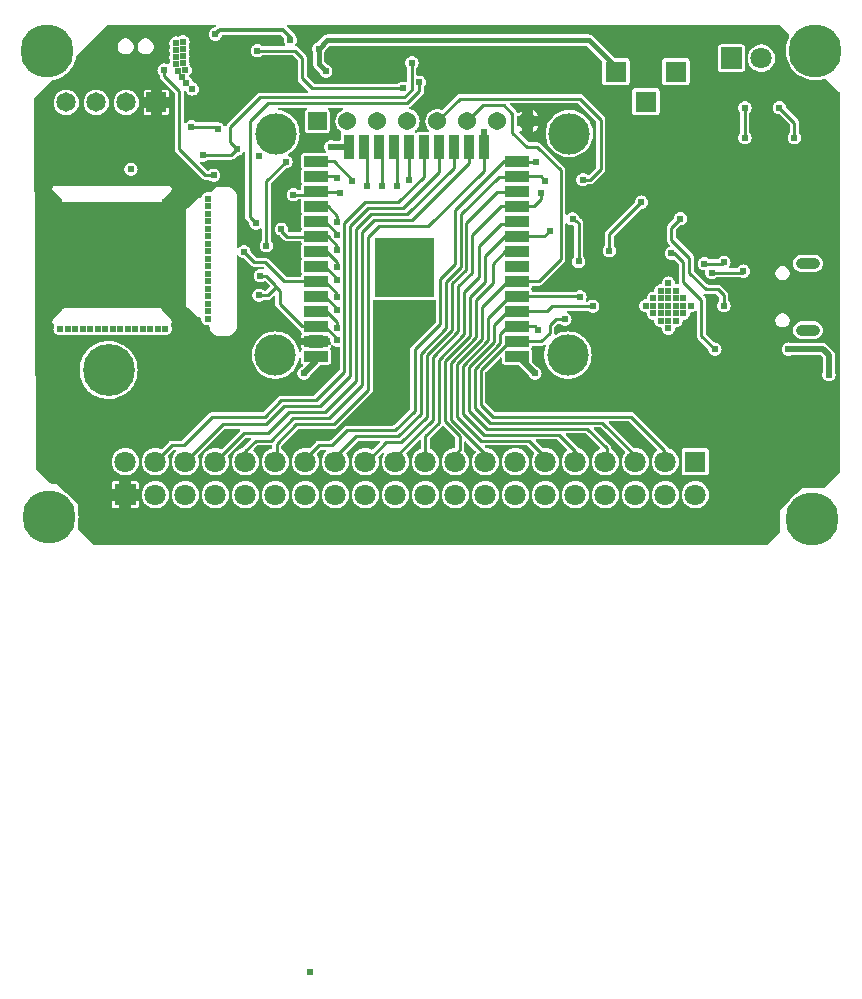
<source format=gbl>
G04 Layer: BottomLayer*
G04 EasyEDA v6.4.17, 2021-08-18T09:55:10--4:00*
G04 6e8a5ac20ec34cd9bcedad4da788ba3a,10*
G04 Gerber Generator version 0.2*
G04 Scale: 100 percent, Rotated: No, Reflected: No *
G04 Dimensions in millimeters *
G04 leading zeros omitted , absolute positions ,4 integer and 5 decimal *
%FSLAX45Y45*%
%MOMM*%

%ADD10C,0.2540*%
%ADD11C,0.4500*%
%ADD12C,0.3500*%
%ADD13C,0.8000*%
%ADD15C,1.0000*%
%ADD16C,0.5000*%
%ADD21C,0.6096*%
%ADD22C,0.6100*%
%ADD43C,4.5000*%
%ADD44C,4.4000*%
%ADD45C,1.8000*%
%ADD46R,1.8000X1.8000*%
%ADD47C,3.5000*%
%ADD48C,1.5400*%
%ADD50C,1.6510*%
%ADD51R,1.6510X1.6510*%
%ADD52C,0.9500*%

%LPD*%
G36*
X1352194Y5758129D02*
G01*
X1348333Y5758891D01*
X1345031Y5761075D01*
X1211275Y5894832D01*
X1209090Y5898134D01*
X1208278Y5901994D01*
X1208278Y5932932D01*
X1208532Y5935167D01*
X1212037Y5950864D01*
X1214882Y5972556D01*
X1215847Y5994400D01*
X1214882Y6016244D01*
X1212037Y6037935D01*
X1208532Y6053683D01*
X1208278Y6055868D01*
X1208278Y6100013D01*
X1207617Y6101689D01*
X1168044Y6141364D01*
X1157224Y6155537D01*
X1142441Y6171641D01*
X1126286Y6186424D01*
X1111148Y6198158D01*
X1031189Y6278118D01*
X1029512Y6278829D01*
X983894Y6278829D01*
X980033Y6279591D01*
X976731Y6281775D01*
X855675Y6402832D01*
X853440Y6406134D01*
X852678Y6409994D01*
X839978Y9538512D01*
X840790Y9542373D01*
X842975Y9545675D01*
X987552Y9690303D01*
X989888Y9692030D01*
X992581Y9693046D01*
X1014882Y9697923D01*
X1035710Y9704476D01*
X1055928Y9712858D01*
X1075334Y9722967D01*
X1093774Y9734702D01*
X1111097Y9748012D01*
X1127252Y9762794D01*
X1141984Y9778898D01*
X1155293Y9796272D01*
X1167079Y9814712D01*
X1177137Y9834067D01*
X1185519Y9854285D01*
X1192072Y9875113D01*
X1197000Y9897414D01*
X1198016Y9900107D01*
X1199743Y9902444D01*
X1459331Y10162032D01*
X1462633Y10164216D01*
X1466494Y10165029D01*
X2370531Y10165029D01*
X2374442Y10164216D01*
X2377744Y10162032D01*
X2379929Y10158730D01*
X2380691Y10154869D01*
X2379929Y10150957D01*
X2377744Y10147655D01*
X2372106Y10142016D01*
X2369210Y10140035D01*
X2355697Y10136530D01*
X2346858Y10132364D01*
X2338832Y10126776D01*
X2331923Y10119868D01*
X2326335Y10111841D01*
X2322169Y10103002D01*
X2319680Y10093553D01*
X2318816Y10083800D01*
X2319680Y10074046D01*
X2322169Y10064597D01*
X2326335Y10055758D01*
X2331923Y10047732D01*
X2338832Y10040823D01*
X2346858Y10035235D01*
X2355697Y10031069D01*
X2365146Y10028580D01*
X2374900Y10027716D01*
X2384653Y10028580D01*
X2394102Y10031069D01*
X2402941Y10035235D01*
X2410968Y10040823D01*
X2417876Y10047732D01*
X2423464Y10055758D01*
X2427630Y10064597D01*
X2429357Y10071201D01*
X2431389Y10075113D01*
X2434894Y10077805D01*
X2439212Y10078720D01*
X2924302Y10078720D01*
X2928213Y10077958D01*
X2931515Y10075773D01*
X2952597Y10054691D01*
X2954629Y10051796D01*
X2955544Y10048392D01*
X2955239Y10044836D01*
X2954680Y10042753D01*
X2953816Y10033000D01*
X2954680Y10023246D01*
X2957169Y10013797D01*
X2961335Y10004958D01*
X2965856Y9998456D01*
X2967583Y9994392D01*
X2967380Y9989972D01*
X2965348Y9986060D01*
X2961843Y9983419D01*
X2957576Y9982454D01*
X2775407Y9982454D01*
X2771495Y9983216D01*
X2768193Y9985451D01*
X2766568Y9987076D01*
X2758541Y9992664D01*
X2749702Y9996830D01*
X2740253Y9999319D01*
X2730500Y10000183D01*
X2720746Y9999319D01*
X2711297Y9996830D01*
X2702458Y9992664D01*
X2694432Y9987076D01*
X2687523Y9980168D01*
X2681935Y9972141D01*
X2677769Y9963302D01*
X2675280Y9953853D01*
X2674416Y9944100D01*
X2675280Y9934346D01*
X2677769Y9924897D01*
X2681935Y9916058D01*
X2687523Y9908032D01*
X2694432Y9901123D01*
X2702458Y9895535D01*
X2711297Y9891369D01*
X2720746Y9888880D01*
X2730500Y9888016D01*
X2740253Y9888880D01*
X2749702Y9891369D01*
X2758541Y9895535D01*
X2766568Y9901123D01*
X2768193Y9902748D01*
X2771495Y9904984D01*
X2775407Y9905746D01*
X3027883Y9905746D01*
X3031794Y9904984D01*
X3035096Y9902748D01*
X3068624Y9869220D01*
X3070860Y9865918D01*
X3071622Y9862007D01*
X3071622Y9710420D01*
X3072384Y9702444D01*
X3074568Y9695230D01*
X3078124Y9688626D01*
X3083204Y9682429D01*
X3159556Y9606076D01*
X3161741Y9602825D01*
X3162503Y9598914D01*
X3161741Y9595002D01*
X3159556Y9591751D01*
X3156254Y9589516D01*
X3152343Y9588754D01*
X2756408Y9588754D01*
X2748432Y9587992D01*
X2741218Y9585807D01*
X2734614Y9582251D01*
X2728417Y9577171D01*
X2475128Y9323882D01*
X2470048Y9317685D01*
X2464257Y9307169D01*
X2460548Y9304578D01*
X2456129Y9303867D01*
X2451811Y9305188D01*
X2448458Y9308185D01*
X2442972Y9316059D01*
X2436063Y9322968D01*
X2428036Y9328556D01*
X2419197Y9332722D01*
X2409748Y9335211D01*
X2399995Y9336074D01*
X2396032Y9335719D01*
X2392172Y9336125D01*
X2387447Y9337598D01*
X2379472Y9338360D01*
X2214880Y9338360D01*
X2210968Y9339122D01*
X2207717Y9341358D01*
X2206040Y9342983D01*
X2198065Y9348571D01*
X2189175Y9352737D01*
X2179726Y9355226D01*
X2170023Y9356090D01*
X2160270Y9355226D01*
X2150821Y9352737D01*
X2141931Y9348571D01*
X2133955Y9342983D01*
X2123744Y9332874D01*
X2119680Y9331553D01*
X2115464Y9331909D01*
X2111756Y9334042D01*
X2109266Y9337446D01*
X2108352Y9341612D01*
X2108352Y9595561D01*
X2109114Y9599371D01*
X2111248Y9602622D01*
X2114448Y9604857D01*
X2118258Y9605721D01*
X2122119Y9605060D01*
X2125421Y9602978D01*
X2127707Y9599828D01*
X2131415Y9591954D01*
X2137003Y9583928D01*
X2143912Y9577019D01*
X2151938Y9571380D01*
X2160828Y9567265D01*
X2170277Y9564725D01*
X2180031Y9563862D01*
X2189734Y9564725D01*
X2199182Y9567265D01*
X2208072Y9571380D01*
X2216099Y9577019D01*
X2223008Y9583928D01*
X2228596Y9591954D01*
X2232761Y9600793D01*
X2235250Y9610242D01*
X2236114Y9619996D01*
X2235250Y9629749D01*
X2232761Y9639198D01*
X2228596Y9648037D01*
X2223008Y9656064D01*
X2216099Y9662972D01*
X2208072Y9668611D01*
X2199182Y9672726D01*
X2191867Y9674707D01*
X2188667Y9676180D01*
X2186178Y9678670D01*
X2184704Y9681870D01*
X2182723Y9689185D01*
X2178608Y9698075D01*
X2172970Y9706102D01*
X2166061Y9713010D01*
X2153666Y9721646D01*
X2151583Y9725304D01*
X2151227Y9729520D01*
X2152599Y9733534D01*
X2163013Y9743948D01*
X2168601Y9751974D01*
X2172766Y9760813D01*
X2175256Y9770262D01*
X2176119Y9780016D01*
X2175256Y9789769D01*
X2172766Y9799218D01*
X2168601Y9808057D01*
X2163013Y9816084D01*
X2158034Y9821062D01*
X2155698Y9824770D01*
X2155088Y9829139D01*
X2156104Y9840010D01*
X2155240Y9849764D01*
X2152751Y9859213D01*
X2149703Y9865715D01*
X2148738Y9869982D01*
X2149703Y9874300D01*
X2152751Y9880803D01*
X2155240Y9890252D01*
X2156104Y9900005D01*
X2155240Y9909759D01*
X2152751Y9919208D01*
X2149703Y9925710D01*
X2148738Y9929977D01*
X2149703Y9934295D01*
X2152751Y9940798D01*
X2155240Y9950246D01*
X2156104Y9960000D01*
X2155240Y9969754D01*
X2152751Y9979202D01*
X2149703Y9985705D01*
X2148738Y9989972D01*
X2149703Y9994290D01*
X2152751Y10000792D01*
X2155240Y10010241D01*
X2156104Y10019995D01*
X2155240Y10029748D01*
X2152751Y10039197D01*
X2148586Y10048036D01*
X2142998Y10056063D01*
X2136089Y10062972D01*
X2128062Y10068610D01*
X2119172Y10072725D01*
X2109724Y10075265D01*
X2099970Y10076129D01*
X2090267Y10075265D01*
X2080818Y10072725D01*
X2071928Y10068610D01*
X2066239Y10064597D01*
X2062175Y10062921D01*
X2057806Y10063124D01*
X2049729Y10065258D01*
X2039975Y10066121D01*
X2030272Y10065258D01*
X2020824Y10062768D01*
X2011934Y10058603D01*
X2003907Y10053015D01*
X1996998Y10046106D01*
X1991410Y10038080D01*
X1987245Y10029190D01*
X1984756Y10019741D01*
X1983892Y10009987D01*
X1984756Y10000284D01*
X1987245Y9990836D01*
X1990293Y9984282D01*
X1991258Y9980015D01*
X1990293Y9975697D01*
X1987245Y9969195D01*
X1984756Y9959746D01*
X1983892Y9949992D01*
X1984756Y9940239D01*
X1987245Y9930790D01*
X1990293Y9924288D01*
X1991258Y9919970D01*
X1990293Y9915702D01*
X1987245Y9909200D01*
X1984756Y9899751D01*
X1983892Y9889998D01*
X1984756Y9880244D01*
X1987245Y9870795D01*
X1990293Y9864293D01*
X1991258Y9859975D01*
X1990293Y9855708D01*
X1987245Y9849205D01*
X1984756Y9839756D01*
X1984400Y9835743D01*
X1983130Y9831730D01*
X1980387Y9828530D01*
X1976577Y9826752D01*
X1972310Y9826650D01*
X1959203Y9832746D01*
X1949754Y9835235D01*
X1940001Y9836099D01*
X1930247Y9835235D01*
X1920798Y9832746D01*
X1911959Y9828580D01*
X1903933Y9822992D01*
X1897024Y9816084D01*
X1891436Y9808057D01*
X1887270Y9799218D01*
X1884781Y9789769D01*
X1883918Y9780016D01*
X1884781Y9770262D01*
X1887270Y9760813D01*
X1891436Y9751974D01*
X1897024Y9743948D01*
X1898650Y9742322D01*
X1900885Y9739020D01*
X1901647Y9735159D01*
X1901647Y9730486D01*
X1902409Y9722561D01*
X1904593Y9715347D01*
X1908149Y9708743D01*
X1913229Y9702546D01*
X2028647Y9587077D01*
X2030882Y9583826D01*
X2031644Y9579914D01*
X2031644Y9110522D01*
X2032457Y9102547D01*
X2034590Y9095333D01*
X2038146Y9088729D01*
X2043226Y9082532D01*
X2262530Y8863228D01*
X2268728Y8858148D01*
X2275332Y8854592D01*
X2282545Y8852408D01*
X2290521Y8851646D01*
X2315108Y8851646D01*
X2319020Y8850884D01*
X2322271Y8848648D01*
X2323947Y8847023D01*
X2331923Y8841435D01*
X2340813Y8837269D01*
X2350262Y8834780D01*
X2359964Y8833916D01*
X2369718Y8834780D01*
X2379167Y8837269D01*
X2388057Y8841435D01*
X2396032Y8847023D01*
X2402941Y8853932D01*
X2408580Y8861958D01*
X2412695Y8870797D01*
X2415235Y8880246D01*
X2416098Y8890000D01*
X2415235Y8899753D01*
X2412695Y8909202D01*
X2408580Y8918041D01*
X2402941Y8926068D01*
X2396032Y8932976D01*
X2388057Y8938564D01*
X2379167Y8942730D01*
X2369718Y8945219D01*
X2359964Y8946083D01*
X2350262Y8945219D01*
X2340813Y8942730D01*
X2331923Y8938564D01*
X2323947Y8932976D01*
X2322271Y8931351D01*
X2319020Y8929116D01*
X2315108Y8928354D01*
X2310079Y8928354D01*
X2306218Y8929116D01*
X2302916Y8931351D01*
X2245055Y8989161D01*
X2242718Y8992870D01*
X2242108Y8997238D01*
X2243429Y9001455D01*
X2246426Y9004706D01*
X2250490Y9006382D01*
X2254859Y9006179D01*
X2260244Y9004757D01*
X2269998Y9003893D01*
X2279751Y9004757D01*
X2289200Y9007246D01*
X2298039Y9011412D01*
X2306066Y9017000D01*
X2307742Y9018676D01*
X2311044Y9020860D01*
X2314905Y9021622D01*
X2509520Y9021622D01*
X2517495Y9022435D01*
X2524658Y9024620D01*
X2531262Y9028176D01*
X2537460Y9033256D01*
X2555392Y9051137D01*
X2558237Y9053169D01*
X2561691Y9054084D01*
X2569768Y9054795D01*
X2579217Y9057284D01*
X2588056Y9061450D01*
X2596083Y9067038D01*
X2602992Y9073946D01*
X2611577Y9086596D01*
X2614879Y9088628D01*
X2618740Y9089288D01*
X2622550Y9088424D01*
X2625750Y9086240D01*
X2627884Y9082989D01*
X2628646Y9079128D01*
X2628646Y8534908D01*
X2629408Y8526932D01*
X2631592Y8519718D01*
X2635148Y8513114D01*
X2640228Y8506917D01*
X2658922Y8488222D01*
X2660954Y8485378D01*
X2661869Y8481923D01*
X2662580Y8473846D01*
X2665069Y8464397D01*
X2669235Y8455558D01*
X2674823Y8447532D01*
X2681732Y8440623D01*
X2689758Y8435035D01*
X2698597Y8430869D01*
X2708046Y8428380D01*
X2717800Y8427516D01*
X2727553Y8428380D01*
X2737002Y8430869D01*
X2745841Y8435035D01*
X2752344Y8439556D01*
X2756408Y8441283D01*
X2760827Y8441080D01*
X2764739Y8439048D01*
X2767380Y8435543D01*
X2768346Y8431276D01*
X2768346Y8338007D01*
X2767584Y8334095D01*
X2765348Y8330793D01*
X2763723Y8329168D01*
X2758135Y8321141D01*
X2753969Y8312302D01*
X2751480Y8302853D01*
X2750616Y8293100D01*
X2751480Y8283346D01*
X2753969Y8273897D01*
X2758135Y8265058D01*
X2763723Y8257031D01*
X2770632Y8250123D01*
X2778658Y8244535D01*
X2787497Y8240369D01*
X2796946Y8237880D01*
X2806700Y8237016D01*
X2816453Y8237880D01*
X2825902Y8240369D01*
X2834741Y8244535D01*
X2842768Y8250123D01*
X2849676Y8257031D01*
X2855264Y8265058D01*
X2859430Y8273897D01*
X2861919Y8283346D01*
X2862783Y8293100D01*
X2861919Y8302853D01*
X2859430Y8312302D01*
X2855264Y8321141D01*
X2849676Y8329168D01*
X2848051Y8330793D01*
X2845816Y8334095D01*
X2845054Y8338007D01*
X2845054Y8819083D01*
X2845816Y8822994D01*
X2848051Y8826296D01*
X2967177Y8945422D01*
X2970022Y8947454D01*
X2973476Y8948369D01*
X2981553Y8949080D01*
X2991002Y8951569D01*
X2999841Y8955735D01*
X3007868Y8961323D01*
X3014776Y8968232D01*
X3020364Y8976258D01*
X3024530Y8985097D01*
X3027019Y8994546D01*
X3027883Y9004300D01*
X3027019Y9014053D01*
X3024530Y9023502D01*
X3020364Y9032341D01*
X3014776Y9040368D01*
X3007868Y9047276D01*
X2999841Y9052864D01*
X2995828Y9054744D01*
X2992323Y9057436D01*
X2990291Y9061297D01*
X2990088Y9065615D01*
X2991713Y9069679D01*
X2994863Y9072676D01*
X2998368Y9074759D01*
X3014167Y9086494D01*
X3028797Y9099702D01*
X3042005Y9114332D01*
X3053740Y9130131D01*
X3063849Y9146997D01*
X3072282Y9164828D01*
X3078886Y9183370D01*
X3083661Y9202470D01*
X3086557Y9221927D01*
X3087522Y9241586D01*
X3086557Y9261246D01*
X3083661Y9280753D01*
X3078886Y9299854D01*
X3072282Y9318396D01*
X3063849Y9336176D01*
X3053740Y9353092D01*
X3042005Y9368891D01*
X3028797Y9383471D01*
X3014167Y9396679D01*
X2998368Y9408414D01*
X2981502Y9418574D01*
X2963672Y9426956D01*
X2945130Y9433610D01*
X2926029Y9438386D01*
X2908198Y9441027D01*
X2904134Y9442551D01*
X2901086Y9445599D01*
X2899613Y9449663D01*
X2899918Y9453981D01*
X2902000Y9457740D01*
X2905455Y9460331D01*
X2909671Y9461246D01*
X3138068Y9461246D01*
X3141929Y9460484D01*
X3145231Y9458248D01*
X3147466Y9454997D01*
X3148228Y9451086D01*
X3147466Y9447174D01*
X3145231Y9443923D01*
X3141472Y9440164D01*
X3138424Y9435287D01*
X3136544Y9429902D01*
X3135833Y9423654D01*
X3135833Y9270746D01*
X3136544Y9264497D01*
X3138424Y9259112D01*
X3141472Y9254236D01*
X3145536Y9250172D01*
X3150412Y9247124D01*
X3155797Y9245244D01*
X3162046Y9244533D01*
X3314954Y9244533D01*
X3321202Y9245244D01*
X3326587Y9247124D01*
X3331464Y9250172D01*
X3335528Y9254236D01*
X3338576Y9259112D01*
X3340455Y9264497D01*
X3341166Y9270746D01*
X3341166Y9423654D01*
X3340455Y9429902D01*
X3338576Y9435287D01*
X3335528Y9440164D01*
X3331768Y9443923D01*
X3329533Y9447174D01*
X3328771Y9451086D01*
X3329533Y9454997D01*
X3331768Y9458248D01*
X3335070Y9460484D01*
X3338931Y9461246D01*
X3449065Y9461246D01*
X3452977Y9460433D01*
X3456279Y9458198D01*
X3458464Y9454896D01*
X3459226Y9450933D01*
X3458362Y9447022D01*
X3456076Y9443770D01*
X3452672Y9441586D01*
X3449320Y9440316D01*
X3437280Y9433712D01*
X3426256Y9425584D01*
X3416401Y9416034D01*
X3407867Y9405264D01*
X3400907Y9393478D01*
X3395522Y9380880D01*
X3391915Y9367621D01*
X3390087Y9354058D01*
X3390087Y9340342D01*
X3391915Y9326778D01*
X3395522Y9313519D01*
X3400907Y9300921D01*
X3407867Y9289135D01*
X3416401Y9278366D01*
X3426256Y9268815D01*
X3437839Y9260281D01*
X3439820Y9258350D01*
X3441598Y9255048D01*
X3442309Y9251899D01*
X3442055Y9248698D01*
X3440785Y9245752D01*
X3437128Y9239910D01*
X3435248Y9234525D01*
X3434537Y9228226D01*
X3434537Y9189618D01*
X3433775Y9185757D01*
X3431590Y9182455D01*
X3428288Y9180220D01*
X3424377Y9179458D01*
X3383991Y9179458D01*
X3379673Y9180423D01*
X3372002Y9184030D01*
X3362553Y9186519D01*
X3352800Y9187383D01*
X3343046Y9186519D01*
X3333597Y9184030D01*
X3324758Y9179864D01*
X3316732Y9174276D01*
X3309823Y9167368D01*
X3304235Y9159341D01*
X3300069Y9150502D01*
X3297580Y9141053D01*
X3296716Y9131300D01*
X3297580Y9121546D01*
X3300069Y9112097D01*
X3304235Y9103258D01*
X3312464Y9091523D01*
X3313226Y9087612D01*
X3312464Y9083700D01*
X3310280Y9080449D01*
X3306978Y9078214D01*
X3303066Y9077452D01*
X3127298Y9077452D01*
X3120999Y9076740D01*
X3115614Y9074861D01*
X3110738Y9071813D01*
X3106724Y9067749D01*
X3103676Y9062923D01*
X3101746Y9057487D01*
X3101035Y9051239D01*
X3101035Y8962390D01*
X3101746Y8956090D01*
X3103676Y8950706D01*
X3104896Y8948724D01*
X3106267Y8945168D01*
X3106267Y8941409D01*
X3104896Y8937904D01*
X3103676Y8935923D01*
X3101746Y8930487D01*
X3101035Y8924239D01*
X3101035Y8835390D01*
X3101746Y8829090D01*
X3103676Y8823706D01*
X3104896Y8821724D01*
X3106267Y8818168D01*
X3106267Y8814409D01*
X3104896Y8810904D01*
X3103676Y8808923D01*
X3101746Y8803487D01*
X3101035Y8797239D01*
X3101035Y8773414D01*
X3100273Y8769502D01*
X3098088Y8766251D01*
X3094786Y8764016D01*
X3090875Y8763254D01*
X3080207Y8763254D01*
X3076295Y8764016D01*
X3072993Y8766251D01*
X3071368Y8767876D01*
X3063341Y8773464D01*
X3054502Y8777630D01*
X3045053Y8780119D01*
X3035300Y8780983D01*
X3025546Y8780119D01*
X3016097Y8777630D01*
X3007258Y8773464D01*
X2999232Y8767876D01*
X2992323Y8760968D01*
X2986735Y8752941D01*
X2982569Y8744102D01*
X2980080Y8734653D01*
X2979216Y8724900D01*
X2980080Y8715146D01*
X2982569Y8705697D01*
X2986735Y8696858D01*
X2992323Y8688832D01*
X2999232Y8681923D01*
X3007258Y8676335D01*
X3016097Y8672169D01*
X3025546Y8669680D01*
X3035300Y8668816D01*
X3045053Y8669680D01*
X3054502Y8672169D01*
X3063341Y8676335D01*
X3071368Y8681923D01*
X3072993Y8683548D01*
X3076295Y8685784D01*
X3080207Y8686546D01*
X3091535Y8686546D01*
X3095650Y8685682D01*
X3099104Y8683142D01*
X3101187Y8679484D01*
X3101644Y8675268D01*
X3101035Y8670239D01*
X3101035Y8581390D01*
X3101746Y8575090D01*
X3103676Y8569706D01*
X3104896Y8567724D01*
X3106267Y8564168D01*
X3106267Y8560409D01*
X3104896Y8556904D01*
X3103676Y8554923D01*
X3101746Y8549487D01*
X3101035Y8543239D01*
X3101035Y8454390D01*
X3101746Y8448090D01*
X3103676Y8442706D01*
X3104896Y8440724D01*
X3106267Y8437168D01*
X3106267Y8433409D01*
X3104896Y8429904D01*
X3103676Y8427923D01*
X3101746Y8422487D01*
X3101086Y8416696D01*
X3100019Y8413140D01*
X3097784Y8410244D01*
X3094634Y8408314D01*
X3091027Y8407654D01*
X3004616Y8407654D01*
X3000705Y8408416D01*
X2997403Y8410651D01*
X2991967Y8416086D01*
X2989630Y8419795D01*
X2989021Y8424113D01*
X2989783Y8432800D01*
X2988919Y8442553D01*
X2986430Y8452002D01*
X2982264Y8460841D01*
X2976676Y8468868D01*
X2969768Y8475776D01*
X2961741Y8481364D01*
X2952902Y8485530D01*
X2943453Y8488019D01*
X2933700Y8488883D01*
X2923946Y8488019D01*
X2914497Y8485530D01*
X2905658Y8481364D01*
X2897632Y8475776D01*
X2890723Y8468868D01*
X2885135Y8460841D01*
X2880969Y8452002D01*
X2878480Y8442553D01*
X2877616Y8432800D01*
X2878480Y8423046D01*
X2880969Y8413597D01*
X2885135Y8404758D01*
X2890723Y8396732D01*
X2897632Y8389823D01*
X2905658Y8384235D01*
X2914497Y8380069D01*
X2918663Y8379002D01*
X2921101Y8377986D01*
X2923235Y8376361D01*
X2957017Y8342528D01*
X2963214Y8337448D01*
X2969818Y8333892D01*
X2977032Y8331708D01*
X2985008Y8330946D01*
X3091586Y8330946D01*
X3095193Y8330285D01*
X3098342Y8328355D01*
X3100578Y8325459D01*
X3101746Y8321090D01*
X3103676Y8315706D01*
X3104896Y8313724D01*
X3106267Y8310168D01*
X3106267Y8306409D01*
X3104896Y8302904D01*
X3103676Y8300923D01*
X3101746Y8295487D01*
X3101035Y8289239D01*
X3101035Y8200390D01*
X3101746Y8194090D01*
X3103676Y8188706D01*
X3104896Y8186724D01*
X3106267Y8183168D01*
X3106267Y8179409D01*
X3104896Y8175904D01*
X3103676Y8173923D01*
X3101746Y8168487D01*
X3101035Y8162239D01*
X3101035Y8073390D01*
X3101746Y8067090D01*
X3103676Y8061706D01*
X3104896Y8059724D01*
X3106267Y8056168D01*
X3106267Y8052409D01*
X3104896Y8048904D01*
X3103676Y8046923D01*
X3101746Y8041487D01*
X3101390Y8038185D01*
X3100324Y8034680D01*
X3098038Y8031734D01*
X3094939Y8029803D01*
X3091281Y8029143D01*
X2976676Y8029143D01*
X2972816Y8029956D01*
X2969514Y8032140D01*
X2821482Y8180171D01*
X2815285Y8185251D01*
X2808681Y8188807D01*
X2801467Y8190992D01*
X2793492Y8191753D01*
X2725216Y8191753D01*
X2721305Y8192516D01*
X2718003Y8194751D01*
X2675077Y8237677D01*
X2673045Y8240522D01*
X2672130Y8243976D01*
X2671419Y8252053D01*
X2668930Y8261502D01*
X2664764Y8270341D01*
X2659176Y8278368D01*
X2652268Y8285276D01*
X2644241Y8290864D01*
X2635402Y8295030D01*
X2625953Y8297519D01*
X2616200Y8298383D01*
X2606446Y8297519D01*
X2596997Y8295030D01*
X2588158Y8290864D01*
X2580132Y8285276D01*
X2569921Y8275218D01*
X2565908Y8273846D01*
X2561640Y8274253D01*
X2557983Y8276336D01*
X2555443Y8279739D01*
X2554579Y8283905D01*
X2554579Y8724849D01*
X2553919Y8730843D01*
X2551988Y8736279D01*
X2548940Y8741156D01*
X2546858Y8743492D01*
X2509164Y8781186D01*
X2504440Y8784945D01*
X2499258Y8787434D01*
X2493670Y8788755D01*
X2490520Y8788908D01*
X2389479Y8788908D01*
X2383485Y8788247D01*
X2378100Y8786368D01*
X2373223Y8783320D01*
X2370886Y8781186D01*
X2335834Y8746185D01*
X2332990Y8744153D01*
X2329535Y8743238D01*
X2326030Y8743543D01*
X2319731Y8745220D01*
X2309977Y8746083D01*
X2300274Y8745220D01*
X2290826Y8742730D01*
X2281936Y8738565D01*
X2273960Y8732977D01*
X2267051Y8726068D01*
X2261412Y8718042D01*
X2257298Y8709202D01*
X2255570Y8702649D01*
X2254046Y8699449D01*
X2251557Y8696960D01*
X2248357Y8695486D01*
X2244801Y8695182D01*
X2239822Y8695639D01*
X2234285Y8694978D01*
X2228900Y8693099D01*
X2224024Y8690051D01*
X2221636Y8687968D01*
X2151735Y8618016D01*
X2148941Y8616035D01*
X2144318Y8614968D01*
X2138883Y8613038D01*
X2134057Y8609990D01*
X2129993Y8605977D01*
X2126945Y8601100D01*
X2125065Y8595715D01*
X2124354Y8589416D01*
X2124354Y7790586D01*
X2125065Y7784287D01*
X2126945Y7778902D01*
X2129993Y7774025D01*
X2134057Y7770012D01*
X2138883Y7766964D01*
X2144318Y7765034D01*
X2148941Y7763967D01*
X2151735Y7761986D01*
X2221636Y7692085D01*
X2226360Y7688275D01*
X2231542Y7685786D01*
X2237130Y7684516D01*
X2243175Y7684566D01*
X2247036Y7684008D01*
X2250440Y7682077D01*
X2252827Y7678978D01*
X2253894Y7675219D01*
X2254758Y7664246D01*
X2257298Y7654798D01*
X2261412Y7645958D01*
X2267051Y7637932D01*
X2273960Y7631023D01*
X2281936Y7625435D01*
X2290826Y7621270D01*
X2300274Y7618780D01*
X2309977Y7617917D01*
X2314397Y7618272D01*
X2318562Y7617764D01*
X2322169Y7615681D01*
X2324608Y7612278D01*
X2325471Y7608163D01*
X2325471Y7595158D01*
X2326132Y7589164D01*
X2328011Y7583728D01*
X2331059Y7578852D01*
X2333142Y7576515D01*
X2370886Y7538821D01*
X2375560Y7535062D01*
X2380742Y7532573D01*
X2386330Y7531252D01*
X2389479Y7531100D01*
X2490520Y7531100D01*
X2496515Y7531760D01*
X2501950Y7533640D01*
X2506776Y7536688D01*
X2509164Y7538821D01*
X2546858Y7576515D01*
X2550617Y7581188D01*
X2553106Y7586370D01*
X2554376Y7591958D01*
X2554579Y7595158D01*
X2554579Y8200694D01*
X2555443Y8204860D01*
X2557983Y8208264D01*
X2561640Y8210346D01*
X2565908Y8210753D01*
X2569921Y8209381D01*
X2580132Y8199323D01*
X2588158Y8193735D01*
X2596997Y8189569D01*
X2606446Y8187080D01*
X2614523Y8186369D01*
X2617978Y8185454D01*
X2620822Y8183422D01*
X2677617Y8126628D01*
X2683814Y8121548D01*
X2690418Y8117992D01*
X2697632Y8115808D01*
X2705608Y8115046D01*
X2750108Y8115046D01*
X2754376Y8114080D01*
X2755900Y8112912D01*
X2757424Y8114080D01*
X2761691Y8115046D01*
X2773883Y8115046D01*
X2777794Y8114284D01*
X2781096Y8112048D01*
X2784144Y8109000D01*
X2786532Y8105292D01*
X2787091Y8100923D01*
X2785770Y8096758D01*
X2782773Y8093506D01*
X2778709Y8091830D01*
X2774340Y8092033D01*
X2765653Y8094319D01*
X2760827Y8094776D01*
X2756611Y8096097D01*
X2755188Y8096097D01*
X2750972Y8094776D01*
X2746146Y8094319D01*
X2736697Y8091830D01*
X2727858Y8087664D01*
X2719832Y8082076D01*
X2712923Y8075168D01*
X2707335Y8067141D01*
X2703169Y8058302D01*
X2700680Y8048853D01*
X2699816Y8039100D01*
X2700680Y8029346D01*
X2703169Y8019897D01*
X2707335Y8011058D01*
X2712923Y8003031D01*
X2719832Y7996123D01*
X2727858Y7990535D01*
X2736697Y7986369D01*
X2746146Y7983880D01*
X2755900Y7983016D01*
X2765653Y7983880D01*
X2775102Y7986369D01*
X2783941Y7990535D01*
X2787040Y7992668D01*
X2790190Y7994142D01*
X2793746Y7994446D01*
X2797149Y7993532D01*
X2800045Y7991551D01*
X2834182Y7957362D01*
X2836367Y7954111D01*
X2837129Y7950200D01*
X2836367Y7946288D01*
X2834182Y7943037D01*
X2806496Y7915351D01*
X2803194Y7913116D01*
X2799283Y7912353D01*
X2788107Y7912353D01*
X2784195Y7913116D01*
X2780893Y7915351D01*
X2779268Y7916976D01*
X2771241Y7922564D01*
X2762402Y7926730D01*
X2752953Y7929219D01*
X2743200Y7930083D01*
X2733446Y7929219D01*
X2723997Y7926730D01*
X2715158Y7922564D01*
X2707132Y7916976D01*
X2700223Y7910068D01*
X2694635Y7902041D01*
X2690469Y7893202D01*
X2687980Y7883753D01*
X2687116Y7874000D01*
X2687980Y7864246D01*
X2690469Y7854797D01*
X2694635Y7845958D01*
X2700223Y7837931D01*
X2707132Y7831023D01*
X2715158Y7825435D01*
X2723997Y7821269D01*
X2733446Y7818780D01*
X2743200Y7817916D01*
X2752953Y7818780D01*
X2762402Y7821269D01*
X2771241Y7825435D01*
X2779268Y7831023D01*
X2780893Y7832648D01*
X2784195Y7834884D01*
X2788107Y7835646D01*
X2818892Y7835646D01*
X2826867Y7836408D01*
X2834081Y7838592D01*
X2840685Y7842148D01*
X2846882Y7847228D01*
X2865323Y7865668D01*
X2868574Y7867853D01*
X2872486Y7868615D01*
X2876397Y7867853D01*
X2879648Y7865668D01*
X2881884Y7862366D01*
X2882646Y7858455D01*
X2882646Y7798308D01*
X2883408Y7790332D01*
X2885592Y7783118D01*
X2889148Y7776514D01*
X2894228Y7770317D01*
X3081477Y7583068D01*
X3087624Y7578039D01*
X3095599Y7573873D01*
X3098241Y7571892D01*
X3100120Y7569149D01*
X3100984Y7565999D01*
X3101746Y7559090D01*
X3103676Y7553706D01*
X3104896Y7551724D01*
X3106267Y7548168D01*
X3106267Y7544409D01*
X3104896Y7540904D01*
X3103676Y7538923D01*
X3101746Y7533487D01*
X3101035Y7527239D01*
X3101035Y7511643D01*
X3170377Y7511643D01*
X3170377Y7528966D01*
X3171139Y7532878D01*
X3173323Y7536180D01*
X3176625Y7538364D01*
X3180537Y7539126D01*
X3272891Y7539126D01*
X3276803Y7538364D01*
X3280105Y7536180D01*
X3282289Y7532878D01*
X3283051Y7528966D01*
X3283051Y7511643D01*
X3338068Y7511643D01*
X3342132Y7510780D01*
X3345535Y7508341D01*
X3347669Y7504734D01*
X3348177Y7500620D01*
X3347516Y7493000D01*
X3348380Y7483246D01*
X3350869Y7473797D01*
X3353409Y7468412D01*
X3354374Y7464450D01*
X3353663Y7460488D01*
X3351529Y7457033D01*
X3348177Y7454747D01*
X3344214Y7453934D01*
X3283051Y7453934D01*
X3283051Y7436612D01*
X3282289Y7432700D01*
X3280105Y7429449D01*
X3276803Y7427214D01*
X3272891Y7426452D01*
X3180537Y7426452D01*
X3176625Y7427214D01*
X3173323Y7429449D01*
X3171139Y7432700D01*
X3170377Y7436612D01*
X3170377Y7453934D01*
X3101035Y7453934D01*
X3101035Y7438390D01*
X3101746Y7432090D01*
X3103676Y7426706D01*
X3104896Y7424724D01*
X3106267Y7421168D01*
X3106267Y7417409D01*
X3104896Y7413904D01*
X3103676Y7411923D01*
X3101746Y7406487D01*
X3101035Y7398816D01*
X3100120Y7394600D01*
X3097580Y7391146D01*
X3093770Y7389063D01*
X3089452Y7388758D01*
X3085439Y7390231D01*
X3082391Y7393279D01*
X3080867Y7397343D01*
X3079699Y7405166D01*
X3074924Y7424267D01*
X3068269Y7442758D01*
X3059836Y7460589D01*
X3049727Y7477455D01*
X3037992Y7493304D01*
X3024784Y7507884D01*
X3010204Y7521092D01*
X2994355Y7532827D01*
X2977489Y7542936D01*
X2959658Y7551369D01*
X2941167Y7558024D01*
X2922066Y7562799D01*
X2902559Y7565694D01*
X2882900Y7566659D01*
X2863240Y7565694D01*
X2843733Y7562799D01*
X2824632Y7558024D01*
X2806141Y7551369D01*
X2788310Y7542936D01*
X2771444Y7532827D01*
X2755595Y7521092D01*
X2741015Y7507884D01*
X2727807Y7493304D01*
X2716072Y7477455D01*
X2705963Y7460589D01*
X2697530Y7442758D01*
X2690876Y7424267D01*
X2686100Y7405166D01*
X2683205Y7385659D01*
X2682240Y7366000D01*
X2683205Y7346340D01*
X2686100Y7326833D01*
X2690876Y7307732D01*
X2697530Y7289241D01*
X2705963Y7271410D01*
X2716072Y7254544D01*
X2727807Y7238695D01*
X2741015Y7224115D01*
X2755595Y7210907D01*
X2771444Y7199172D01*
X2788310Y7189063D01*
X2806141Y7180630D01*
X2824632Y7173975D01*
X2843733Y7169200D01*
X2863240Y7166305D01*
X2882900Y7165340D01*
X2902559Y7166305D01*
X2922066Y7169200D01*
X2941167Y7173975D01*
X2959658Y7180630D01*
X2977489Y7189063D01*
X2994355Y7199172D01*
X3010204Y7210907D01*
X3024784Y7224115D01*
X3037992Y7238695D01*
X3049727Y7254544D01*
X3059836Y7271410D01*
X3068269Y7289241D01*
X3074924Y7307732D01*
X3079699Y7326833D01*
X3080867Y7334656D01*
X3082391Y7338720D01*
X3085439Y7341768D01*
X3089452Y7343241D01*
X3093770Y7342936D01*
X3097580Y7340853D01*
X3100120Y7337399D01*
X3101035Y7333183D01*
X3101035Y7311390D01*
X3101746Y7305090D01*
X3103676Y7299706D01*
X3106724Y7294829D01*
X3110738Y7290816D01*
X3114294Y7287768D01*
X3115970Y7284567D01*
X3116376Y7280960D01*
X3115462Y7277455D01*
X3113430Y7274458D01*
X3106775Y7267803D01*
X3103880Y7265771D01*
X3096158Y7262164D01*
X3088132Y7256576D01*
X3081223Y7249668D01*
X3075635Y7241641D01*
X3071469Y7232802D01*
X3068980Y7223353D01*
X3068116Y7213600D01*
X3068980Y7203846D01*
X3071469Y7194397D01*
X3075635Y7185558D01*
X3081223Y7177531D01*
X3088132Y7170623D01*
X3096158Y7165035D01*
X3104997Y7160869D01*
X3114446Y7158380D01*
X3124200Y7157516D01*
X3133953Y7158380D01*
X3143402Y7160869D01*
X3152241Y7165035D01*
X3160268Y7170623D01*
X3167176Y7177531D01*
X3172764Y7185558D01*
X3176371Y7193280D01*
X3178403Y7196175D01*
X3262223Y7279995D01*
X3263493Y7281519D01*
X3266998Y7284212D01*
X3271265Y7285126D01*
X3326129Y7285126D01*
X3332378Y7285837D01*
X3337814Y7287768D01*
X3342640Y7290816D01*
X3346704Y7294829D01*
X3349751Y7299706D01*
X3351682Y7305090D01*
X3352342Y7311390D01*
X3352342Y7400239D01*
X3351682Y7406487D01*
X3349751Y7411923D01*
X3348532Y7413904D01*
X3347110Y7417409D01*
X3347110Y7421168D01*
X3348532Y7424724D01*
X3349751Y7426706D01*
X3351682Y7432090D01*
X3352342Y7438390D01*
X3352342Y7441133D01*
X3353308Y7445451D01*
X3356000Y7448905D01*
X3359912Y7450937D01*
X3364280Y7451140D01*
X3368344Y7449464D01*
X3375558Y7444435D01*
X3384397Y7440269D01*
X3393846Y7437780D01*
X3403600Y7436916D01*
X3413353Y7437780D01*
X3415944Y7438440D01*
X3419652Y7438745D01*
X3423208Y7437678D01*
X3426155Y7435443D01*
X3428085Y7432294D01*
X3428746Y7428636D01*
X3428746Y7246416D01*
X3427984Y7242505D01*
X3425748Y7239203D01*
X3212896Y7026351D01*
X3209594Y7024116D01*
X3205683Y7023353D01*
X2934208Y7023353D01*
X2926232Y7022592D01*
X2919018Y7020407D01*
X2912414Y7016851D01*
X2906217Y7011771D01*
X2781096Y6886651D01*
X2777794Y6884416D01*
X2773883Y6883653D01*
X2350008Y6883653D01*
X2342032Y6882892D01*
X2334818Y6880707D01*
X2328214Y6877151D01*
X2322017Y6872071D01*
X2095296Y6645351D01*
X2091994Y6643116D01*
X2088083Y6642353D01*
X2007107Y6642353D01*
X1999132Y6641592D01*
X1991918Y6639407D01*
X1985314Y6635851D01*
X1979117Y6630771D01*
X1921662Y6573316D01*
X1918411Y6571132D01*
X1914601Y6570370D01*
X1910740Y6571081D01*
X1902612Y6574281D01*
X1888591Y6577888D01*
X1874164Y6579717D01*
X1859635Y6579717D01*
X1845208Y6577888D01*
X1831187Y6574281D01*
X1817674Y6568948D01*
X1804924Y6561937D01*
X1793189Y6553403D01*
X1782622Y6543446D01*
X1773326Y6532270D01*
X1765554Y6520027D01*
X1759407Y6506870D01*
X1754886Y6493052D01*
X1752193Y6478778D01*
X1751279Y6464300D01*
X1752193Y6449822D01*
X1754886Y6435547D01*
X1759407Y6421729D01*
X1765554Y6408572D01*
X1773326Y6396329D01*
X1782622Y6385153D01*
X1793189Y6375196D01*
X1804924Y6366662D01*
X1817674Y6359652D01*
X1831187Y6354318D01*
X1845208Y6350711D01*
X1859635Y6348882D01*
X1874164Y6348882D01*
X1888591Y6350711D01*
X1902612Y6354318D01*
X1916125Y6359652D01*
X1928875Y6366662D01*
X1940610Y6375196D01*
X1951177Y6385153D01*
X1960473Y6396329D01*
X1968246Y6408572D01*
X1974392Y6421729D01*
X1978914Y6435547D01*
X1981606Y6449822D01*
X1982520Y6464300D01*
X1981606Y6478778D01*
X1978914Y6493052D01*
X1974392Y6506870D01*
X1973072Y6511696D01*
X1973783Y6515760D01*
X1976018Y6519214D01*
X2019503Y6562648D01*
X2022805Y6564884D01*
X2026716Y6565646D01*
X2034590Y6565646D01*
X2038502Y6564833D01*
X2041855Y6562598D01*
X2044039Y6559245D01*
X2044750Y6555282D01*
X2043836Y6551371D01*
X2041550Y6548069D01*
X2036622Y6543446D01*
X2027326Y6532270D01*
X2019554Y6520027D01*
X2013407Y6506870D01*
X2008886Y6493052D01*
X2006193Y6478778D01*
X2005279Y6464300D01*
X2006193Y6449822D01*
X2008886Y6435547D01*
X2013407Y6421729D01*
X2019554Y6408572D01*
X2027326Y6396329D01*
X2036622Y6385153D01*
X2047189Y6375196D01*
X2058924Y6366662D01*
X2071674Y6359652D01*
X2085187Y6354318D01*
X2099208Y6350711D01*
X2113635Y6348882D01*
X2128164Y6348882D01*
X2142591Y6350711D01*
X2156612Y6354318D01*
X2170125Y6359652D01*
X2182876Y6366662D01*
X2194610Y6375196D01*
X2205177Y6385153D01*
X2214473Y6396329D01*
X2222246Y6408572D01*
X2228392Y6421729D01*
X2232914Y6435547D01*
X2235606Y6449822D01*
X2236520Y6464300D01*
X2235606Y6478778D01*
X2232914Y6493052D01*
X2228392Y6506870D01*
X2227072Y6511696D01*
X2227783Y6515760D01*
X2230018Y6519214D01*
X2451303Y6740448D01*
X2454605Y6742684D01*
X2458516Y6743446D01*
X2575255Y6743446D01*
X2579166Y6742684D01*
X2582468Y6740448D01*
X2584653Y6737197D01*
X2585415Y6733286D01*
X2584653Y6729374D01*
X2582468Y6726123D01*
X2429662Y6573316D01*
X2426411Y6571132D01*
X2422601Y6570370D01*
X2418740Y6571081D01*
X2410612Y6574281D01*
X2396591Y6577888D01*
X2382164Y6579717D01*
X2367635Y6579717D01*
X2353208Y6577888D01*
X2339187Y6574281D01*
X2325674Y6568948D01*
X2312924Y6561937D01*
X2301189Y6553403D01*
X2290622Y6543446D01*
X2281326Y6532270D01*
X2273554Y6520027D01*
X2267407Y6506870D01*
X2262886Y6493052D01*
X2260193Y6478778D01*
X2259279Y6464300D01*
X2260193Y6449822D01*
X2262886Y6435547D01*
X2267407Y6421729D01*
X2273554Y6408572D01*
X2281326Y6396329D01*
X2290622Y6385153D01*
X2301189Y6375196D01*
X2312924Y6366662D01*
X2325674Y6359652D01*
X2339187Y6354318D01*
X2353208Y6350711D01*
X2367635Y6348882D01*
X2382164Y6348882D01*
X2396591Y6350711D01*
X2410612Y6354318D01*
X2424125Y6359652D01*
X2436876Y6366662D01*
X2448610Y6375196D01*
X2459177Y6385153D01*
X2468473Y6396329D01*
X2476246Y6408572D01*
X2482392Y6421729D01*
X2486914Y6435547D01*
X2489606Y6449822D01*
X2490520Y6464300D01*
X2489606Y6478778D01*
X2486914Y6493052D01*
X2482392Y6506870D01*
X2481072Y6511696D01*
X2481783Y6515760D01*
X2484018Y6519214D01*
X2629103Y6664248D01*
X2632405Y6666484D01*
X2636316Y6667246D01*
X2664155Y6667246D01*
X2668066Y6666484D01*
X2671368Y6664248D01*
X2673553Y6660997D01*
X2674315Y6657086D01*
X2673553Y6653174D01*
X2671368Y6649923D01*
X2602128Y6580682D01*
X2599994Y6578041D01*
X2597607Y6575907D01*
X2579674Y6568948D01*
X2566924Y6561937D01*
X2555189Y6553403D01*
X2544622Y6543446D01*
X2535326Y6532270D01*
X2527554Y6520027D01*
X2521407Y6506870D01*
X2516886Y6493052D01*
X2514193Y6478778D01*
X2513279Y6464300D01*
X2514193Y6449822D01*
X2516886Y6435547D01*
X2521407Y6421729D01*
X2527554Y6408572D01*
X2535326Y6396329D01*
X2544622Y6385153D01*
X2555189Y6375196D01*
X2566924Y6366662D01*
X2579674Y6359652D01*
X2593187Y6354318D01*
X2607208Y6350711D01*
X2621635Y6348882D01*
X2636164Y6348882D01*
X2650591Y6350711D01*
X2664612Y6354318D01*
X2678125Y6359652D01*
X2690876Y6366662D01*
X2702610Y6375196D01*
X2713177Y6385153D01*
X2722473Y6396329D01*
X2730246Y6408572D01*
X2736392Y6421729D01*
X2740914Y6435547D01*
X2743606Y6449822D01*
X2744520Y6464300D01*
X2743606Y6478778D01*
X2740914Y6493052D01*
X2736392Y6506870D01*
X2730246Y6520027D01*
X2722473Y6532270D01*
X2713177Y6543446D01*
X2702610Y6553403D01*
X2701086Y6554520D01*
X2698191Y6557772D01*
X2696921Y6561937D01*
X2697530Y6566255D01*
X2699867Y6569913D01*
X2730703Y6600748D01*
X2734005Y6602984D01*
X2737916Y6603746D01*
X2844292Y6603746D01*
X2846070Y6603898D01*
X2850286Y6603441D01*
X2853893Y6601358D01*
X2856382Y6597903D01*
X2857246Y6593789D01*
X2857246Y6584746D01*
X2856280Y6580428D01*
X2853537Y6576923D01*
X2849626Y6574891D01*
X2847187Y6574281D01*
X2833674Y6568948D01*
X2820924Y6561937D01*
X2809189Y6553403D01*
X2798622Y6543446D01*
X2789326Y6532270D01*
X2781554Y6520027D01*
X2775407Y6506870D01*
X2770886Y6493052D01*
X2768193Y6478778D01*
X2767279Y6464300D01*
X2768193Y6449822D01*
X2770886Y6435547D01*
X2775407Y6421729D01*
X2781554Y6408572D01*
X2789326Y6396329D01*
X2798622Y6385153D01*
X2809189Y6375196D01*
X2820924Y6366662D01*
X2833674Y6359652D01*
X2847187Y6354318D01*
X2861208Y6350711D01*
X2875635Y6348882D01*
X2890164Y6348882D01*
X2904591Y6350711D01*
X2918612Y6354318D01*
X2932125Y6359652D01*
X2944876Y6366662D01*
X2956610Y6375196D01*
X2967177Y6385153D01*
X2976473Y6396329D01*
X2984246Y6408572D01*
X2990392Y6421729D01*
X2994914Y6435547D01*
X2997606Y6449822D01*
X2998520Y6464300D01*
X2997606Y6478778D01*
X2994914Y6493052D01*
X2990392Y6506870D01*
X2984246Y6520027D01*
X2976473Y6532270D01*
X2967177Y6543446D01*
X2956610Y6553403D01*
X2944876Y6561937D01*
X2939237Y6565036D01*
X2936443Y6567322D01*
X2934614Y6570370D01*
X2933954Y6573926D01*
X2933954Y6596583D01*
X2934716Y6600494D01*
X2936951Y6603796D01*
X3073603Y6740448D01*
X3076905Y6742684D01*
X3080816Y6743446D01*
X3377692Y6743446D01*
X3385667Y6744208D01*
X3392881Y6746392D01*
X3399485Y6749948D01*
X3405682Y6755028D01*
X3697071Y7046417D01*
X3702151Y7052614D01*
X3705707Y7059218D01*
X3707892Y7066432D01*
X3708654Y7074408D01*
X3708654Y7824978D01*
X3709517Y7829143D01*
X3712057Y7832547D01*
X3715715Y7834680D01*
X3719931Y7835087D01*
X3725570Y7834426D01*
X4224426Y7834426D01*
X4230268Y7835087D01*
X4234484Y7834680D01*
X4238142Y7832598D01*
X4240682Y7829143D01*
X4241546Y7825028D01*
X4241546Y7652816D01*
X4240784Y7648905D01*
X4238548Y7645603D01*
X4037228Y7444282D01*
X4032148Y7438085D01*
X4028592Y7431481D01*
X4026408Y7424267D01*
X4025646Y7416292D01*
X4025646Y6916216D01*
X4024884Y6912305D01*
X4022648Y6909003D01*
X3885996Y6772351D01*
X3882694Y6770116D01*
X3878783Y6769353D01*
X3493008Y6769353D01*
X3485032Y6768592D01*
X3477818Y6766407D01*
X3471214Y6762851D01*
X3465017Y6757771D01*
X3352596Y6645351D01*
X3349294Y6643116D01*
X3345383Y6642353D01*
X3251708Y6642353D01*
X3243732Y6641592D01*
X3236518Y6639407D01*
X3229914Y6635851D01*
X3223717Y6630771D01*
X3172409Y6579463D01*
X3169564Y6577482D01*
X3166211Y6576568D01*
X3162706Y6576822D01*
X3158591Y6577888D01*
X3144164Y6579717D01*
X3129635Y6579717D01*
X3115208Y6577888D01*
X3101187Y6574281D01*
X3087674Y6568948D01*
X3074924Y6561937D01*
X3063189Y6553403D01*
X3052622Y6543446D01*
X3043326Y6532270D01*
X3035554Y6520027D01*
X3029407Y6506870D01*
X3024886Y6493052D01*
X3022193Y6478778D01*
X3021279Y6464300D01*
X3022193Y6449822D01*
X3024886Y6435547D01*
X3029407Y6421729D01*
X3035554Y6408572D01*
X3043326Y6396329D01*
X3052622Y6385153D01*
X3063189Y6375196D01*
X3074924Y6366662D01*
X3087674Y6359652D01*
X3101187Y6354318D01*
X3115208Y6350711D01*
X3129635Y6348882D01*
X3144164Y6348882D01*
X3158591Y6350711D01*
X3172612Y6354318D01*
X3186125Y6359652D01*
X3198876Y6366662D01*
X3210610Y6375196D01*
X3221177Y6385153D01*
X3230473Y6396329D01*
X3238246Y6408572D01*
X3244392Y6421729D01*
X3248914Y6435547D01*
X3251606Y6449822D01*
X3252520Y6464300D01*
X3251606Y6478778D01*
X3248914Y6493052D01*
X3244392Y6506870D01*
X3238246Y6520027D01*
X3236061Y6523380D01*
X3234740Y6526530D01*
X3234537Y6529984D01*
X3235502Y6533235D01*
X3237484Y6536029D01*
X3264103Y6562648D01*
X3267405Y6564884D01*
X3271316Y6565646D01*
X3304590Y6565646D01*
X3308502Y6564833D01*
X3311855Y6562598D01*
X3314039Y6559245D01*
X3314750Y6555282D01*
X3313836Y6551371D01*
X3311550Y6548069D01*
X3306622Y6543446D01*
X3297326Y6532270D01*
X3289554Y6520027D01*
X3283407Y6506870D01*
X3278886Y6493052D01*
X3276193Y6478778D01*
X3275279Y6464300D01*
X3276193Y6449822D01*
X3278886Y6435547D01*
X3283407Y6421729D01*
X3289554Y6408572D01*
X3297326Y6396329D01*
X3306622Y6385153D01*
X3317189Y6375196D01*
X3328924Y6366662D01*
X3341674Y6359652D01*
X3355187Y6354318D01*
X3369208Y6350711D01*
X3383635Y6348882D01*
X3398164Y6348882D01*
X3412591Y6350711D01*
X3426612Y6354318D01*
X3440125Y6359652D01*
X3452876Y6366662D01*
X3464610Y6375196D01*
X3475177Y6385153D01*
X3484473Y6396329D01*
X3492246Y6408572D01*
X3498392Y6421729D01*
X3502914Y6435547D01*
X3505606Y6449822D01*
X3506520Y6464300D01*
X3505606Y6478778D01*
X3502914Y6493052D01*
X3498392Y6506870D01*
X3492246Y6520027D01*
X3485134Y6531152D01*
X3483813Y6534302D01*
X3483610Y6537706D01*
X3484575Y6541007D01*
X3486556Y6543802D01*
X3581603Y6638848D01*
X3584905Y6641084D01*
X3588816Y6641846D01*
X3756355Y6641846D01*
X3760266Y6641084D01*
X3763568Y6638848D01*
X3765753Y6635597D01*
X3766515Y6631686D01*
X3765753Y6627774D01*
X3763568Y6624523D01*
X3708450Y6569405D01*
X3704844Y6567068D01*
X3700526Y6566458D01*
X3696411Y6567678D01*
X3694125Y6568948D01*
X3680612Y6574281D01*
X3666591Y6577888D01*
X3652164Y6579717D01*
X3637635Y6579717D01*
X3623208Y6577888D01*
X3609187Y6574281D01*
X3595674Y6568948D01*
X3582924Y6561937D01*
X3571189Y6553403D01*
X3560622Y6543446D01*
X3551326Y6532270D01*
X3543554Y6520027D01*
X3537407Y6506870D01*
X3532886Y6493052D01*
X3530193Y6478778D01*
X3529279Y6464300D01*
X3530193Y6449822D01*
X3532886Y6435547D01*
X3537407Y6421729D01*
X3543554Y6408572D01*
X3551326Y6396329D01*
X3560622Y6385153D01*
X3571189Y6375196D01*
X3582924Y6366662D01*
X3595674Y6359652D01*
X3609187Y6354318D01*
X3623208Y6350711D01*
X3637635Y6348882D01*
X3652164Y6348882D01*
X3666591Y6350711D01*
X3680612Y6354318D01*
X3694125Y6359652D01*
X3706876Y6366662D01*
X3718610Y6375196D01*
X3729177Y6385153D01*
X3738473Y6396329D01*
X3746246Y6408572D01*
X3752392Y6421729D01*
X3756914Y6435547D01*
X3759606Y6449822D01*
X3760520Y6464300D01*
X3759606Y6478778D01*
X3756914Y6493052D01*
X3754831Y6499453D01*
X3754323Y6503111D01*
X3755186Y6506718D01*
X3757320Y6509766D01*
X3784650Y6537096D01*
X3788156Y6539382D01*
X3792321Y6540042D01*
X3796385Y6538976D01*
X3799687Y6536334D01*
X3801618Y6532626D01*
X3801872Y6528409D01*
X3800398Y6524447D01*
X3797554Y6520027D01*
X3791407Y6506870D01*
X3786886Y6493052D01*
X3784193Y6478778D01*
X3783279Y6464300D01*
X3784193Y6449822D01*
X3786886Y6435547D01*
X3791407Y6421729D01*
X3797554Y6408572D01*
X3805326Y6396329D01*
X3814622Y6385153D01*
X3825189Y6375196D01*
X3836924Y6366662D01*
X3849674Y6359652D01*
X3863187Y6354318D01*
X3877208Y6350711D01*
X3891635Y6348882D01*
X3906164Y6348882D01*
X3920591Y6350711D01*
X3934612Y6354318D01*
X3948125Y6359652D01*
X3960876Y6366662D01*
X3972610Y6375196D01*
X3983177Y6385153D01*
X3992473Y6396329D01*
X4000246Y6408572D01*
X4006392Y6421729D01*
X4010914Y6435547D01*
X4013606Y6449822D01*
X4014520Y6464300D01*
X4013606Y6478778D01*
X4010914Y6493052D01*
X4006392Y6506870D01*
X4000246Y6520027D01*
X3993134Y6531152D01*
X3991813Y6534302D01*
X3991610Y6537706D01*
X3992575Y6541007D01*
X3994556Y6543802D01*
X4097223Y6646468D01*
X4100474Y6648653D01*
X4104386Y6649415D01*
X4108297Y6648653D01*
X4111548Y6646468D01*
X4113784Y6643166D01*
X4114546Y6639255D01*
X4114546Y6580124D01*
X4113733Y6576212D01*
X4111498Y6572859D01*
X4108145Y6570675D01*
X4103674Y6568948D01*
X4090924Y6561937D01*
X4079189Y6553403D01*
X4068622Y6543446D01*
X4059326Y6532270D01*
X4051554Y6520027D01*
X4045407Y6506870D01*
X4040886Y6493052D01*
X4038193Y6478778D01*
X4037279Y6464300D01*
X4038193Y6449822D01*
X4040886Y6435547D01*
X4045407Y6421729D01*
X4051554Y6408572D01*
X4059326Y6396329D01*
X4068622Y6385153D01*
X4079189Y6375196D01*
X4090924Y6366662D01*
X4103674Y6359652D01*
X4117187Y6354318D01*
X4131208Y6350711D01*
X4145635Y6348882D01*
X4160164Y6348882D01*
X4174591Y6350711D01*
X4188612Y6354318D01*
X4202125Y6359652D01*
X4214876Y6366662D01*
X4226610Y6375196D01*
X4237177Y6385153D01*
X4246473Y6396329D01*
X4254246Y6408572D01*
X4260392Y6421729D01*
X4264914Y6435547D01*
X4267606Y6449822D01*
X4268520Y6464300D01*
X4267606Y6478778D01*
X4264914Y6493052D01*
X4260392Y6506870D01*
X4254246Y6520027D01*
X4246473Y6532270D01*
X4237177Y6543446D01*
X4226610Y6553403D01*
X4214876Y6561937D01*
X4202125Y6568948D01*
X4197654Y6570675D01*
X4194301Y6572859D01*
X4192066Y6576212D01*
X4191254Y6580124D01*
X4191254Y6660083D01*
X4192015Y6663994D01*
X4194251Y6667296D01*
X4291787Y6764832D01*
X4295038Y6767017D01*
X4298950Y6767779D01*
X4302861Y6767017D01*
X4306112Y6764832D01*
X4403648Y6667296D01*
X4405884Y6663994D01*
X4406646Y6660083D01*
X4406646Y6589572D01*
X4405985Y6585966D01*
X4404106Y6582816D01*
X4401261Y6580581D01*
X4397756Y6579463D01*
X4385208Y6577888D01*
X4371187Y6574281D01*
X4357674Y6568948D01*
X4344924Y6561937D01*
X4333189Y6553403D01*
X4322622Y6543446D01*
X4313326Y6532270D01*
X4305554Y6520027D01*
X4299407Y6506870D01*
X4294886Y6493052D01*
X4292193Y6478778D01*
X4291279Y6464300D01*
X4292193Y6449822D01*
X4294886Y6435547D01*
X4299407Y6421729D01*
X4305554Y6408572D01*
X4313326Y6396329D01*
X4322622Y6385153D01*
X4333189Y6375196D01*
X4344924Y6366662D01*
X4357674Y6359652D01*
X4371187Y6354318D01*
X4385208Y6350711D01*
X4399635Y6348882D01*
X4414164Y6348882D01*
X4428591Y6350711D01*
X4442612Y6354318D01*
X4456125Y6359652D01*
X4468876Y6366662D01*
X4480610Y6375196D01*
X4491177Y6385153D01*
X4500473Y6396329D01*
X4508246Y6408572D01*
X4514392Y6421729D01*
X4518914Y6435547D01*
X4521606Y6449822D01*
X4522520Y6464300D01*
X4521606Y6478778D01*
X4518914Y6493052D01*
X4514392Y6506870D01*
X4508246Y6520027D01*
X4500473Y6532270D01*
X4491177Y6543446D01*
X4485538Y6548780D01*
X4483608Y6551218D01*
X4482541Y6554114D01*
X4482388Y6557213D01*
X4483354Y6566408D01*
X4483354Y6626555D01*
X4484116Y6630466D01*
X4486351Y6633768D01*
X4489602Y6635953D01*
X4493514Y6636715D01*
X4497425Y6635953D01*
X4500676Y6633768D01*
X4576622Y6557822D01*
X4578705Y6554774D01*
X4579569Y6551117D01*
X4579061Y6547408D01*
X4577232Y6544157D01*
X4567326Y6532270D01*
X4559554Y6520027D01*
X4553407Y6506870D01*
X4548886Y6493052D01*
X4546193Y6478778D01*
X4545279Y6464300D01*
X4546193Y6449822D01*
X4548886Y6435547D01*
X4553407Y6421729D01*
X4559554Y6408572D01*
X4567326Y6396329D01*
X4576622Y6385153D01*
X4587189Y6375196D01*
X4598924Y6366662D01*
X4611674Y6359652D01*
X4625187Y6354318D01*
X4639208Y6350711D01*
X4653635Y6348882D01*
X4668164Y6348882D01*
X4682591Y6350711D01*
X4696612Y6354318D01*
X4710125Y6359652D01*
X4722876Y6366662D01*
X4734610Y6375196D01*
X4745177Y6385153D01*
X4754473Y6396329D01*
X4762246Y6408572D01*
X4768392Y6421729D01*
X4772914Y6435547D01*
X4775606Y6449822D01*
X4776520Y6464300D01*
X4775606Y6478778D01*
X4772914Y6493052D01*
X4768392Y6506870D01*
X4762246Y6520027D01*
X4754473Y6532270D01*
X4745177Y6543446D01*
X4734610Y6553403D01*
X4722876Y6561937D01*
X4710125Y6568948D01*
X4696612Y6574281D01*
X4682591Y6577888D01*
X4668164Y6579717D01*
X4663541Y6580479D01*
X4660239Y6582664D01*
X4656531Y6586423D01*
X4654346Y6589674D01*
X4653584Y6593586D01*
X4654346Y6597497D01*
X4656531Y6600748D01*
X4659833Y6602984D01*
X4663744Y6603746D01*
X5009083Y6603746D01*
X5012994Y6602984D01*
X5016296Y6600748D01*
X5073243Y6543802D01*
X5075224Y6541007D01*
X5076190Y6537706D01*
X5075986Y6534302D01*
X5074666Y6531152D01*
X5067554Y6520027D01*
X5061407Y6506870D01*
X5056886Y6493052D01*
X5054193Y6478778D01*
X5053279Y6464300D01*
X5054193Y6449822D01*
X5056886Y6435547D01*
X5061407Y6421729D01*
X5067554Y6408572D01*
X5075326Y6396329D01*
X5084622Y6385153D01*
X5095189Y6375196D01*
X5106924Y6366662D01*
X5119674Y6359652D01*
X5133187Y6354318D01*
X5147208Y6350711D01*
X5161635Y6348882D01*
X5176164Y6348882D01*
X5190591Y6350711D01*
X5204612Y6354318D01*
X5218125Y6359652D01*
X5230876Y6366662D01*
X5242610Y6375196D01*
X5253177Y6385153D01*
X5262473Y6396329D01*
X5270246Y6408572D01*
X5276392Y6421729D01*
X5280914Y6435547D01*
X5283606Y6449822D01*
X5284520Y6464300D01*
X5283606Y6478778D01*
X5280914Y6493052D01*
X5276392Y6506870D01*
X5270246Y6520027D01*
X5262473Y6532270D01*
X5253177Y6543446D01*
X5242610Y6553403D01*
X5230876Y6561937D01*
X5218125Y6568948D01*
X5204612Y6574281D01*
X5190591Y6577888D01*
X5176164Y6579717D01*
X5161635Y6579717D01*
X5152542Y6578549D01*
X5149494Y6578650D01*
X5146548Y6579616D01*
X5144109Y6581444D01*
X5088331Y6637223D01*
X5086146Y6640474D01*
X5085384Y6644386D01*
X5086146Y6648297D01*
X5088331Y6651548D01*
X5091633Y6653784D01*
X5095544Y6654546D01*
X5263083Y6654546D01*
X5266994Y6653784D01*
X5270296Y6651548D01*
X5351932Y6569913D01*
X5354269Y6566255D01*
X5354878Y6561937D01*
X5353608Y6557772D01*
X5350713Y6554520D01*
X5349189Y6553403D01*
X5338622Y6543446D01*
X5329326Y6532270D01*
X5321554Y6520027D01*
X5315407Y6506870D01*
X5310886Y6493052D01*
X5308193Y6478778D01*
X5307279Y6464300D01*
X5308193Y6449822D01*
X5310886Y6435547D01*
X5315407Y6421729D01*
X5321554Y6408572D01*
X5329326Y6396329D01*
X5338622Y6385153D01*
X5349189Y6375196D01*
X5360924Y6366662D01*
X5373674Y6359652D01*
X5387187Y6354318D01*
X5401208Y6350711D01*
X5415635Y6348882D01*
X5430164Y6348882D01*
X5444591Y6350711D01*
X5458612Y6354318D01*
X5472125Y6359652D01*
X5484876Y6366662D01*
X5496610Y6375196D01*
X5507177Y6385153D01*
X5516473Y6396329D01*
X5524246Y6408572D01*
X5530392Y6421729D01*
X5534914Y6435547D01*
X5537606Y6449822D01*
X5538520Y6464300D01*
X5537606Y6478778D01*
X5534914Y6493052D01*
X5530392Y6506870D01*
X5524246Y6520027D01*
X5516473Y6532270D01*
X5507177Y6543446D01*
X5496610Y6553403D01*
X5484876Y6561937D01*
X5472125Y6568948D01*
X5454192Y6575907D01*
X5451805Y6578041D01*
X5449671Y6580682D01*
X5342331Y6688023D01*
X5340146Y6691274D01*
X5339384Y6695186D01*
X5340146Y6699097D01*
X5342331Y6702348D01*
X5345633Y6704584D01*
X5349544Y6705346D01*
X5504383Y6705346D01*
X5508294Y6704584D01*
X5511596Y6702348D01*
X5629300Y6584645D01*
X5631434Y6581546D01*
X5632246Y6577939D01*
X5631738Y6574231D01*
X5629910Y6570929D01*
X5627014Y6568592D01*
X5614924Y6561937D01*
X5603189Y6553403D01*
X5592622Y6543446D01*
X5583326Y6532270D01*
X5575554Y6520027D01*
X5569407Y6506870D01*
X5564886Y6493052D01*
X5562193Y6478778D01*
X5561279Y6464300D01*
X5562193Y6449822D01*
X5564886Y6435547D01*
X5569407Y6421729D01*
X5575554Y6408572D01*
X5583326Y6396329D01*
X5592622Y6385153D01*
X5603189Y6375196D01*
X5614924Y6366662D01*
X5627674Y6359652D01*
X5641187Y6354318D01*
X5655208Y6350711D01*
X5669635Y6348882D01*
X5684164Y6348882D01*
X5698591Y6350711D01*
X5712612Y6354318D01*
X5726125Y6359652D01*
X5738876Y6366662D01*
X5750610Y6375196D01*
X5761177Y6385153D01*
X5770473Y6396329D01*
X5778246Y6408572D01*
X5784392Y6421729D01*
X5788914Y6435547D01*
X5791606Y6449822D01*
X5792520Y6464300D01*
X5791606Y6478778D01*
X5788914Y6493052D01*
X5784392Y6506870D01*
X5778246Y6520027D01*
X5770473Y6532270D01*
X5761177Y6543446D01*
X5750610Y6553403D01*
X5738876Y6561937D01*
X5733237Y6565036D01*
X5730443Y6567322D01*
X5728614Y6570370D01*
X5727954Y6573926D01*
X5727954Y6578092D01*
X5727192Y6586067D01*
X5725007Y6593281D01*
X5721451Y6599885D01*
X5716371Y6606082D01*
X5583631Y6738823D01*
X5581446Y6742074D01*
X5580684Y6745986D01*
X5581446Y6749897D01*
X5583631Y6753148D01*
X5586933Y6755384D01*
X5590844Y6756146D01*
X5631383Y6756146D01*
X5635294Y6755384D01*
X5638596Y6753148D01*
X5840831Y6550914D01*
X5842965Y6547866D01*
X5843778Y6544208D01*
X5843270Y6540500D01*
X5841492Y6537248D01*
X5837326Y6532270D01*
X5829554Y6520027D01*
X5823407Y6506870D01*
X5818886Y6493052D01*
X5816193Y6478778D01*
X5815279Y6464300D01*
X5816193Y6449822D01*
X5818886Y6435547D01*
X5823407Y6421729D01*
X5829554Y6408572D01*
X5837326Y6396329D01*
X5846622Y6385153D01*
X5857189Y6375196D01*
X5868924Y6366662D01*
X5881674Y6359652D01*
X5895187Y6354318D01*
X5909208Y6350711D01*
X5923635Y6348882D01*
X5938164Y6348882D01*
X5952591Y6350711D01*
X5966612Y6354318D01*
X5980125Y6359652D01*
X5992876Y6366662D01*
X6004610Y6375196D01*
X6015177Y6385153D01*
X6024473Y6396329D01*
X6032246Y6408572D01*
X6038392Y6421729D01*
X6042914Y6435547D01*
X6045606Y6449822D01*
X6046520Y6464300D01*
X6045606Y6478778D01*
X6042914Y6493052D01*
X6038392Y6506870D01*
X6032246Y6520027D01*
X6024473Y6532270D01*
X6015177Y6543446D01*
X6004610Y6553403D01*
X5992876Y6561937D01*
X5980125Y6568948D01*
X5966612Y6574281D01*
X5952591Y6577888D01*
X5938164Y6579717D01*
X5924753Y6579717D01*
X5920841Y6580479D01*
X5917539Y6582664D01*
X5710631Y6789623D01*
X5708446Y6792874D01*
X5707684Y6796786D01*
X5708446Y6800697D01*
X5710631Y6803948D01*
X5713933Y6806184D01*
X5717844Y6806946D01*
X5872683Y6806946D01*
X5876594Y6806184D01*
X5879896Y6803948D01*
X6113932Y6569913D01*
X6116269Y6566255D01*
X6116878Y6561937D01*
X6115608Y6557772D01*
X6112713Y6554520D01*
X6111189Y6553403D01*
X6100622Y6543446D01*
X6091326Y6532270D01*
X6083554Y6520027D01*
X6077407Y6506870D01*
X6072886Y6493052D01*
X6070193Y6478778D01*
X6069279Y6464300D01*
X6070193Y6449822D01*
X6072886Y6435547D01*
X6077407Y6421729D01*
X6083554Y6408572D01*
X6091326Y6396329D01*
X6100622Y6385153D01*
X6111189Y6375196D01*
X6122924Y6366662D01*
X6135674Y6359652D01*
X6149187Y6354318D01*
X6163208Y6350711D01*
X6177635Y6348882D01*
X6192164Y6348882D01*
X6206591Y6350711D01*
X6220612Y6354318D01*
X6234125Y6359652D01*
X6246876Y6366662D01*
X6258610Y6375196D01*
X6269177Y6385153D01*
X6278473Y6396329D01*
X6286246Y6408572D01*
X6292392Y6421729D01*
X6296914Y6435547D01*
X6299606Y6449822D01*
X6300520Y6464300D01*
X6299606Y6478778D01*
X6296914Y6493052D01*
X6292392Y6506870D01*
X6286246Y6520027D01*
X6278473Y6532270D01*
X6269177Y6543446D01*
X6258610Y6553403D01*
X6246876Y6561937D01*
X6234125Y6568948D01*
X6220612Y6574281D01*
X6213754Y6576059D01*
X6209995Y6577888D01*
X6207302Y6581089D01*
X6204051Y6587185D01*
X6198971Y6593382D01*
X5920282Y6872071D01*
X5914085Y6877151D01*
X5907481Y6880707D01*
X5900267Y6882892D01*
X5892292Y6883653D01*
X4744516Y6883653D01*
X4740605Y6884416D01*
X4737303Y6886651D01*
X4664151Y6959803D01*
X4661916Y6963105D01*
X4661154Y6967016D01*
X4661154Y7218883D01*
X4661916Y7222794D01*
X4664151Y7226096D01*
X4783683Y7345629D01*
X4786985Y7347864D01*
X4790897Y7348626D01*
X4794758Y7347864D01*
X4798060Y7345629D01*
X4800244Y7342378D01*
X4801057Y7338466D01*
X4801057Y7311390D01*
X4801717Y7305090D01*
X4803648Y7299706D01*
X4806696Y7294829D01*
X4810760Y7290816D01*
X4815586Y7287768D01*
X4821021Y7285837D01*
X4827270Y7285126D01*
X4932629Y7285126D01*
X4936490Y7284364D01*
X4939792Y7282180D01*
X5025796Y7196175D01*
X5027828Y7193280D01*
X5031435Y7185558D01*
X5037023Y7177531D01*
X5043932Y7170623D01*
X5051958Y7165035D01*
X5060797Y7160869D01*
X5070246Y7158380D01*
X5080000Y7157516D01*
X5089753Y7158380D01*
X5099202Y7160869D01*
X5108041Y7165035D01*
X5116068Y7170623D01*
X5122976Y7177531D01*
X5128564Y7185558D01*
X5132730Y7194397D01*
X5135219Y7203846D01*
X5136083Y7213600D01*
X5135219Y7223353D01*
X5132730Y7232802D01*
X5128564Y7241641D01*
X5122976Y7249668D01*
X5116068Y7256576D01*
X5108041Y7262164D01*
X5100320Y7265771D01*
X5097424Y7267803D01*
X5055311Y7309916D01*
X5053126Y7313218D01*
X5052364Y7317079D01*
X5052364Y7400239D01*
X5051653Y7406487D01*
X5049723Y7411923D01*
X5048504Y7413904D01*
X5047132Y7417409D01*
X5047132Y7421168D01*
X5048504Y7424724D01*
X5049723Y7426706D01*
X5051653Y7432090D01*
X5052009Y7435443D01*
X5053076Y7438948D01*
X5055362Y7441895D01*
X5058511Y7443774D01*
X5062118Y7444435D01*
X5132832Y7444435D01*
X5140807Y7445248D01*
X5147970Y7447432D01*
X5154574Y7450988D01*
X5157876Y7453680D01*
X5161788Y7455662D01*
X5166156Y7455814D01*
X5170170Y7454087D01*
X5173116Y7450886D01*
X5174437Y7446721D01*
X5173878Y7442403D01*
X5167376Y7424267D01*
X5162600Y7405166D01*
X5159705Y7385659D01*
X5158740Y7366000D01*
X5159705Y7346340D01*
X5162600Y7326833D01*
X5167376Y7307732D01*
X5174030Y7289241D01*
X5182463Y7271410D01*
X5192572Y7254544D01*
X5204307Y7238695D01*
X5217515Y7224115D01*
X5232095Y7210907D01*
X5247944Y7199172D01*
X5264810Y7189063D01*
X5282641Y7180630D01*
X5301132Y7173975D01*
X5320233Y7169200D01*
X5339740Y7166305D01*
X5359400Y7165340D01*
X5379059Y7166305D01*
X5398566Y7169200D01*
X5417667Y7173975D01*
X5436158Y7180630D01*
X5453989Y7189063D01*
X5470855Y7199172D01*
X5486704Y7210907D01*
X5501284Y7224115D01*
X5514492Y7238695D01*
X5526227Y7254544D01*
X5536336Y7271410D01*
X5544769Y7289241D01*
X5551424Y7307732D01*
X5556199Y7326833D01*
X5559094Y7346340D01*
X5560060Y7366000D01*
X5559094Y7385659D01*
X5556199Y7405166D01*
X5551424Y7424267D01*
X5544769Y7442758D01*
X5536336Y7460589D01*
X5526227Y7477455D01*
X5514492Y7493304D01*
X5501284Y7507884D01*
X5486704Y7521092D01*
X5470855Y7532827D01*
X5453989Y7542936D01*
X5436158Y7551369D01*
X5417667Y7558024D01*
X5398566Y7562799D01*
X5379059Y7565694D01*
X5359400Y7566659D01*
X5339740Y7565694D01*
X5320233Y7562799D01*
X5301132Y7558024D01*
X5282641Y7551369D01*
X5264810Y7542936D01*
X5259984Y7540040D01*
X5255768Y7538669D01*
X5251348Y7539177D01*
X5247589Y7541564D01*
X5245201Y7545324D01*
X5244642Y7549743D01*
X5245354Y7557008D01*
X5245354Y7599883D01*
X5246116Y7603794D01*
X5248351Y7607096D01*
X5270703Y7629448D01*
X5274005Y7631684D01*
X5277916Y7632446D01*
X5289092Y7632446D01*
X5293004Y7631684D01*
X5296306Y7629448D01*
X5297932Y7627823D01*
X5305958Y7622235D01*
X5314797Y7618069D01*
X5324246Y7615580D01*
X5334000Y7614716D01*
X5343753Y7615580D01*
X5353202Y7618069D01*
X5362041Y7622235D01*
X5370068Y7627823D01*
X5376976Y7634731D01*
X5382564Y7642758D01*
X5386730Y7651597D01*
X5389219Y7661046D01*
X5390083Y7670800D01*
X5389219Y7680553D01*
X5386730Y7690002D01*
X5382564Y7698841D01*
X5376976Y7706868D01*
X5370068Y7713776D01*
X5362041Y7719364D01*
X5355844Y7722260D01*
X5352694Y7724546D01*
X5350611Y7727899D01*
X5350002Y7731709D01*
X5350814Y7735519D01*
X5353050Y7738770D01*
X5356301Y7740903D01*
X5360162Y7741615D01*
X5525109Y7741615D01*
X5529021Y7740853D01*
X5532323Y7738668D01*
X5533948Y7737043D01*
X5541975Y7731404D01*
X5550814Y7727289D01*
X5560263Y7724749D01*
X5570016Y7723886D01*
X5579770Y7724749D01*
X5589219Y7727289D01*
X5598058Y7731404D01*
X5606084Y7737043D01*
X5612993Y7743952D01*
X5618581Y7751927D01*
X5622747Y7760817D01*
X5625236Y7770266D01*
X5626100Y7779969D01*
X5625236Y7789722D01*
X5622747Y7799171D01*
X5618581Y7808061D01*
X5612993Y7816037D01*
X5606084Y7822946D01*
X5598058Y7828584D01*
X5589219Y7832699D01*
X5579770Y7835239D01*
X5570016Y7836103D01*
X5560263Y7835239D01*
X5550814Y7832699D01*
X5541975Y7828584D01*
X5533948Y7822946D01*
X5532323Y7821320D01*
X5529021Y7819136D01*
X5525109Y7818323D01*
X5518556Y7818323D01*
X5514594Y7819136D01*
X5511292Y7821472D01*
X5509107Y7824876D01*
X5508447Y7828838D01*
X5509361Y7832801D01*
X5513730Y7842097D01*
X5516219Y7851546D01*
X5517083Y7861300D01*
X5516219Y7871053D01*
X5513730Y7880502D01*
X5509564Y7889341D01*
X5503976Y7897368D01*
X5497068Y7904276D01*
X5489041Y7909864D01*
X5480202Y7914030D01*
X5470753Y7916519D01*
X5461000Y7917383D01*
X5451246Y7916519D01*
X5441797Y7914030D01*
X5432958Y7909864D01*
X5424576Y7904022D01*
X5421782Y7902651D01*
X5418734Y7902194D01*
X5062118Y7902194D01*
X5058460Y7902854D01*
X5055311Y7904734D01*
X5053076Y7907680D01*
X5052009Y7911185D01*
X5051653Y7914487D01*
X5049723Y7919923D01*
X5048504Y7921904D01*
X5047132Y7925409D01*
X5047132Y7929168D01*
X5048504Y7932724D01*
X5049723Y7934706D01*
X5051653Y7940090D01*
X5052009Y7943443D01*
X5053076Y7946999D01*
X5055362Y7949895D01*
X5058511Y7951825D01*
X5062118Y7952486D01*
X5110226Y7952486D01*
X5118201Y7953248D01*
X5125415Y7955432D01*
X5132019Y7958988D01*
X5138216Y7964068D01*
X5326735Y8152587D01*
X5331815Y8158784D01*
X5335371Y8165388D01*
X5337556Y8172602D01*
X5338318Y8180578D01*
X5338318Y8478469D01*
X5339232Y8482634D01*
X5341721Y8486038D01*
X5345430Y8488172D01*
X5349646Y8488527D01*
X5353710Y8487206D01*
X5363972Y8477046D01*
X5371947Y8471408D01*
X5380837Y8467293D01*
X5390286Y8464753D01*
X5404815Y8463483D01*
X5408422Y8461349D01*
X5410860Y8457946D01*
X5411724Y8453831D01*
X5411724Y8204962D01*
X5410962Y8201050D01*
X5408726Y8197799D01*
X5407050Y8196072D01*
X5401411Y8188045D01*
X5397296Y8179206D01*
X5394756Y8169757D01*
X5393893Y8160003D01*
X5394756Y8150250D01*
X5397296Y8140801D01*
X5401411Y8131962D01*
X5407050Y8123936D01*
X5413959Y8117027D01*
X5421934Y8111439D01*
X5430824Y8107273D01*
X5440273Y8104784D01*
X5450027Y8103920D01*
X5459730Y8104784D01*
X5469178Y8107273D01*
X5478068Y8111439D01*
X5486044Y8117027D01*
X5492953Y8123936D01*
X5498592Y8131962D01*
X5502706Y8140801D01*
X5505246Y8150250D01*
X5506110Y8160003D01*
X5505246Y8169757D01*
X5502706Y8179206D01*
X5498592Y8188045D01*
X5492953Y8196072D01*
X5491429Y8197646D01*
X5489194Y8200898D01*
X5488432Y8204809D01*
X5488432Y8487410D01*
X5487670Y8495385D01*
X5485485Y8502599D01*
X5481929Y8509203D01*
X5477154Y8514994D01*
X5471058Y8520023D01*
X5458460Y8528100D01*
X5455716Y8530640D01*
X5454091Y8534044D01*
X5452719Y8539175D01*
X5448604Y8548065D01*
X5442966Y8556040D01*
X5436057Y8562949D01*
X5428081Y8568588D01*
X5419191Y8572703D01*
X5409742Y8575243D01*
X5400040Y8576106D01*
X5390286Y8575243D01*
X5380837Y8572703D01*
X5371947Y8568588D01*
X5363972Y8562949D01*
X5353710Y8552789D01*
X5349646Y8551468D01*
X5345430Y8551824D01*
X5341721Y8553958D01*
X5339232Y8557361D01*
X5338318Y8561527D01*
X5338318Y8929624D01*
X5337556Y8937599D01*
X5335371Y8944813D01*
X5331815Y8951417D01*
X5326735Y8957614D01*
X5127548Y9156801D01*
X5121351Y9161881D01*
X5114747Y9165437D01*
X5107533Y9167622D01*
X5099558Y9168384D01*
X5030012Y9168384D01*
X5026101Y9169146D01*
X5022799Y9171381D01*
X4950002Y9244177D01*
X4947716Y9247581D01*
X4947056Y9251645D01*
X4947970Y9255658D01*
X4950460Y9258960D01*
X4954016Y9260992D01*
X4958130Y9261449D01*
X4962093Y9260281D01*
X4971643Y9254998D01*
X4971643Y9302343D01*
X4938522Y9302343D01*
X4934610Y9303105D01*
X4931359Y9305340D01*
X4929124Y9308642D01*
X4928362Y9312503D01*
X4928362Y9381896D01*
X4929124Y9385757D01*
X4931359Y9389059D01*
X4934610Y9391294D01*
X4938522Y9392056D01*
X4971643Y9392056D01*
X4971643Y9439402D01*
X4961280Y9433712D01*
X4950256Y9425584D01*
X4942738Y9418320D01*
X4939284Y9416135D01*
X4935220Y9415475D01*
X4931206Y9416542D01*
X4927955Y9419082D01*
X4925974Y9422688D01*
X4925415Y9424619D01*
X4921859Y9431223D01*
X4916779Y9437420D01*
X4872177Y9482023D01*
X4869992Y9485274D01*
X4869230Y9489186D01*
X4869992Y9493097D01*
X4872177Y9496348D01*
X4875479Y9498584D01*
X4879390Y9499346D01*
X5440883Y9499346D01*
X5444794Y9498584D01*
X5448096Y9496348D01*
X5597448Y9346996D01*
X5599684Y9343694D01*
X5600446Y9339783D01*
X5600446Y8960916D01*
X5599684Y8957005D01*
X5597448Y8953703D01*
X5537708Y8893962D01*
X5534456Y8891778D01*
X5530545Y8891016D01*
X5526633Y8891778D01*
X5514441Y8900464D01*
X5505602Y8904630D01*
X5496153Y8907119D01*
X5486400Y8907983D01*
X5476646Y8907119D01*
X5467197Y8904630D01*
X5458358Y8900464D01*
X5450332Y8894876D01*
X5443423Y8887968D01*
X5437835Y8879941D01*
X5433669Y8871102D01*
X5431180Y8861653D01*
X5430316Y8851900D01*
X5431180Y8842146D01*
X5433669Y8832697D01*
X5437835Y8823858D01*
X5443423Y8815832D01*
X5450332Y8808923D01*
X5458358Y8803335D01*
X5467197Y8799169D01*
X5476646Y8796680D01*
X5486400Y8795816D01*
X5496153Y8796680D01*
X5505602Y8799169D01*
X5514441Y8803335D01*
X5522468Y8808923D01*
X5524093Y8810548D01*
X5527395Y8812784D01*
X5531307Y8813546D01*
X5549392Y8813546D01*
X5557367Y8814308D01*
X5564581Y8816492D01*
X5571185Y8820048D01*
X5577382Y8825128D01*
X5665571Y8913317D01*
X5670651Y8919514D01*
X5674207Y8926118D01*
X5676392Y8933332D01*
X5677154Y8941308D01*
X5677154Y9359392D01*
X5676392Y9367367D01*
X5674207Y9374581D01*
X5670651Y9381185D01*
X5665571Y9387382D01*
X5488482Y9564471D01*
X5482285Y9569551D01*
X5475681Y9573107D01*
X5468467Y9575292D01*
X5460492Y9576054D01*
X4445508Y9576054D01*
X4437532Y9575292D01*
X4430318Y9573107D01*
X4423714Y9569551D01*
X4417517Y9564471D01*
X4299254Y9446209D01*
X4296257Y9444126D01*
X4292701Y9443262D01*
X4289094Y9443669D01*
X4278274Y9447022D01*
X4264761Y9449308D01*
X4251045Y9449765D01*
X4237431Y9448393D01*
X4224070Y9445244D01*
X4211320Y9440316D01*
X4199280Y9433712D01*
X4188256Y9425584D01*
X4178401Y9416034D01*
X4169867Y9405264D01*
X4162907Y9393478D01*
X4157522Y9380880D01*
X4153915Y9367621D01*
X4152087Y9354058D01*
X4152087Y9340342D01*
X4153915Y9326778D01*
X4157522Y9313519D01*
X4162907Y9300921D01*
X4169867Y9289135D01*
X4178401Y9278366D01*
X4185056Y9271914D01*
X4187342Y9268612D01*
X4188155Y9264700D01*
X4187393Y9260789D01*
X4185208Y9257436D01*
X4181906Y9255201D01*
X4177995Y9254439D01*
X4095750Y9254439D01*
X4089501Y9253728D01*
X4084116Y9251848D01*
X4082135Y9250578D01*
X4078732Y9249257D01*
X4075023Y9249206D01*
X4071569Y9250426D01*
X4068064Y9252508D01*
X4065168Y9255048D01*
X4063441Y9258503D01*
X4063085Y9262313D01*
X4064203Y9266021D01*
X4066641Y9269018D01*
X4071874Y9273438D01*
X4081068Y9283598D01*
X4088790Y9294876D01*
X4094987Y9307118D01*
X4099509Y9320072D01*
X4102201Y9333534D01*
X4103115Y9347200D01*
X4102201Y9360865D01*
X4099509Y9374327D01*
X4094987Y9387281D01*
X4088790Y9399524D01*
X4081068Y9410801D01*
X4071874Y9420961D01*
X4061358Y9429800D01*
X4049826Y9437217D01*
X4037380Y9442958D01*
X4024274Y9447022D01*
X4022293Y9447377D01*
X4018381Y9448901D01*
X4015435Y9451848D01*
X4013911Y9455759D01*
X4014114Y9459925D01*
X4015994Y9463684D01*
X4019194Y9466376D01*
X4021785Y9467748D01*
X4027982Y9472828D01*
X4128871Y9573717D01*
X4133951Y9579914D01*
X4137507Y9586518D01*
X4139692Y9593732D01*
X4140454Y9601708D01*
X4140454Y9632492D01*
X4141215Y9636404D01*
X4143451Y9639706D01*
X4145076Y9641332D01*
X4150664Y9649358D01*
X4154830Y9658197D01*
X4157319Y9667646D01*
X4158183Y9677400D01*
X4157319Y9687153D01*
X4154830Y9696602D01*
X4150664Y9705441D01*
X4145076Y9713468D01*
X4138168Y9720376D01*
X4130141Y9725964D01*
X4121302Y9730130D01*
X4111853Y9732619D01*
X4102100Y9733483D01*
X4092346Y9732619D01*
X4089755Y9731959D01*
X4086047Y9731654D01*
X4082491Y9732721D01*
X4079544Y9734956D01*
X4077614Y9738106D01*
X4076954Y9741763D01*
X4076954Y9797592D01*
X4077715Y9801504D01*
X4079951Y9804806D01*
X4081576Y9806432D01*
X4087164Y9814458D01*
X4091330Y9823297D01*
X4093819Y9832746D01*
X4094683Y9842500D01*
X4093819Y9852253D01*
X4091330Y9861702D01*
X4087164Y9870541D01*
X4081576Y9878568D01*
X4074668Y9885476D01*
X4066641Y9891064D01*
X4057802Y9895230D01*
X4048353Y9897719D01*
X4038600Y9898583D01*
X4028846Y9897719D01*
X4019397Y9895230D01*
X4010558Y9891064D01*
X4002532Y9885476D01*
X3995623Y9878568D01*
X3990035Y9870541D01*
X3985869Y9861702D01*
X3983380Y9852253D01*
X3982516Y9842500D01*
X3983380Y9832746D01*
X3985869Y9823297D01*
X3990035Y9814458D01*
X3995623Y9806432D01*
X3997248Y9804806D01*
X3999484Y9801504D01*
X4000246Y9797592D01*
X4000246Y9686544D01*
X3999433Y9682581D01*
X3997147Y9679228D01*
X3993743Y9677095D01*
X3989730Y9676384D01*
X3985768Y9677349D01*
X3981602Y9679330D01*
X3972153Y9681819D01*
X3962400Y9682683D01*
X3952646Y9681819D01*
X3943197Y9679330D01*
X3934358Y9675164D01*
X3926332Y9669576D01*
X3924706Y9667951D01*
X3921404Y9665716D01*
X3917492Y9664954D01*
X3213404Y9664954D01*
X3209493Y9665716D01*
X3206191Y9667951D01*
X3151327Y9722815D01*
X3149092Y9726117D01*
X3148330Y9730028D01*
X3148330Y9881616D01*
X3147568Y9889591D01*
X3145383Y9896805D01*
X3141827Y9903409D01*
X3136747Y9909606D01*
X3075482Y9970871D01*
X3069285Y9975951D01*
X3062681Y9979507D01*
X3057906Y9980930D01*
X3054553Y9982708D01*
X3052064Y9985603D01*
X3050794Y9989210D01*
X3050997Y9993020D01*
X3052521Y9996474D01*
X3058464Y10004958D01*
X3062630Y10013797D01*
X3065119Y10023246D01*
X3065983Y10033000D01*
X3065119Y10042753D01*
X3062630Y10052202D01*
X3058464Y10061041D01*
X3050438Y10072827D01*
X3049422Y10075672D01*
X3045460Y10082784D01*
X3040075Y10089235D01*
X2981655Y10147655D01*
X2979470Y10150957D01*
X2978708Y10154869D01*
X2979470Y10158730D01*
X2981655Y10162032D01*
X2984957Y10164216D01*
X2988868Y10165029D01*
X7147712Y10165029D01*
X7151573Y10164216D01*
X7154875Y10162032D01*
X7225131Y10091775D01*
X7227316Y10088473D01*
X7228078Y10084612D01*
X7228078Y10052964D01*
X7227316Y10049052D01*
X7219391Y10029850D01*
X7212787Y10008971D01*
X7208062Y9987635D01*
X7205218Y9965944D01*
X7204252Y9944100D01*
X7205218Y9922256D01*
X7208062Y9900564D01*
X7212787Y9879228D01*
X7219391Y9858400D01*
X7227722Y9838182D01*
X7237831Y9818776D01*
X7249566Y9800336D01*
X7262875Y9783013D01*
X7277658Y9766858D01*
X7293762Y9752126D01*
X7311136Y9738817D01*
X7329576Y9727031D01*
X7348981Y9716973D01*
X7369149Y9708591D01*
X7390028Y9701987D01*
X7411364Y9697262D01*
X7433056Y9694418D01*
X7454900Y9693452D01*
X7476744Y9694418D01*
X7498435Y9697262D01*
X7519771Y9701987D01*
X7537958Y9707727D01*
X7541564Y9708184D01*
X7545171Y9707321D01*
X7548168Y9705238D01*
X7656931Y9596475D01*
X7659116Y9593173D01*
X7659878Y9589312D01*
X7659878Y6371894D01*
X7659116Y6368034D01*
X7656931Y6364732D01*
X7535875Y6243675D01*
X7532573Y6241491D01*
X7528712Y6240729D01*
X7343394Y6240729D01*
X7341717Y6240018D01*
X7294778Y6193078D01*
X7293051Y6191656D01*
X7285736Y6187033D01*
X7268362Y6173724D01*
X7252258Y6158941D01*
X7237475Y6142837D01*
X7224166Y6125464D01*
X7219543Y6118148D01*
X7218121Y6116472D01*
X7152589Y6050889D01*
X7151878Y6049213D01*
X7151878Y5863894D01*
X7151116Y5860034D01*
X7148931Y5856732D01*
X7053275Y5761075D01*
X7049973Y5758891D01*
X7046112Y5758129D01*
G37*

%LPC*%
G36*
X7171486Y7600899D02*
G01*
X7181494Y7600899D01*
X7191349Y7602524D01*
X7200849Y7605775D01*
X7209637Y7610551D01*
X7217562Y7616698D01*
X7224318Y7624064D01*
X7229805Y7632446D01*
X7233818Y7641640D01*
X7236307Y7651343D01*
X7237120Y7661300D01*
X7236307Y7671257D01*
X7233818Y7680959D01*
X7229805Y7690154D01*
X7224318Y7698536D01*
X7217562Y7705902D01*
X7209637Y7712049D01*
X7200849Y7716824D01*
X7191349Y7720075D01*
X7181494Y7721701D01*
X7171486Y7721701D01*
X7161631Y7720075D01*
X7152131Y7716824D01*
X7143343Y7712049D01*
X7135418Y7705902D01*
X7128662Y7698536D01*
X7123175Y7690154D01*
X7119162Y7680959D01*
X7116673Y7671257D01*
X7115860Y7661300D01*
X7116673Y7651343D01*
X7119162Y7641640D01*
X7123175Y7632446D01*
X7128662Y7624064D01*
X7135418Y7616698D01*
X7143343Y7610551D01*
X7152131Y7605775D01*
X7161631Y7602524D01*
G37*
G36*
X1664258Y6069228D02*
G01*
X1702307Y6069228D01*
X1708607Y6069939D01*
X1713992Y6071819D01*
X1718868Y6074918D01*
X1722882Y6078931D01*
X1725980Y6083808D01*
X1727860Y6089192D01*
X1728571Y6095492D01*
X1728571Y6133541D01*
X1664258Y6133541D01*
G37*
G36*
X5161635Y6069482D02*
G01*
X5176164Y6069482D01*
X5190591Y6071311D01*
X5204612Y6074918D01*
X5218125Y6080252D01*
X5230876Y6087262D01*
X5242610Y6095796D01*
X5253177Y6105753D01*
X5262473Y6116929D01*
X5270246Y6129172D01*
X5276392Y6142329D01*
X5280914Y6156147D01*
X5283606Y6170422D01*
X5284520Y6184900D01*
X5283606Y6199378D01*
X5280914Y6213652D01*
X5276392Y6227470D01*
X5270246Y6240627D01*
X5262473Y6252870D01*
X5253177Y6264046D01*
X5242610Y6274003D01*
X5230876Y6282537D01*
X5218125Y6289548D01*
X5204612Y6294882D01*
X5190591Y6298488D01*
X5176164Y6300317D01*
X5161635Y6300317D01*
X5147208Y6298488D01*
X5133187Y6294882D01*
X5119674Y6289548D01*
X5106924Y6282537D01*
X5095189Y6274003D01*
X5084622Y6264046D01*
X5075326Y6252870D01*
X5067554Y6240627D01*
X5061407Y6227470D01*
X5056886Y6213652D01*
X5054193Y6199378D01*
X5053279Y6184900D01*
X5054193Y6170422D01*
X5056886Y6156147D01*
X5061407Y6142329D01*
X5067554Y6129172D01*
X5075326Y6116929D01*
X5084622Y6105753D01*
X5095189Y6095796D01*
X5106924Y6087262D01*
X5119674Y6080252D01*
X5133187Y6074918D01*
X5147208Y6071311D01*
G37*
G36*
X3129635Y6069482D02*
G01*
X3144164Y6069482D01*
X3158591Y6071311D01*
X3172612Y6074918D01*
X3186125Y6080252D01*
X3198876Y6087262D01*
X3210610Y6095796D01*
X3221177Y6105753D01*
X3230473Y6116929D01*
X3238246Y6129172D01*
X3244392Y6142329D01*
X3248914Y6156147D01*
X3251606Y6170422D01*
X3252520Y6184900D01*
X3251606Y6199378D01*
X3248914Y6213652D01*
X3244392Y6227470D01*
X3238246Y6240627D01*
X3230473Y6252870D01*
X3221177Y6264046D01*
X3210610Y6274003D01*
X3198876Y6282537D01*
X3186125Y6289548D01*
X3172612Y6294882D01*
X3158591Y6298488D01*
X3144164Y6300317D01*
X3129635Y6300317D01*
X3115208Y6298488D01*
X3101187Y6294882D01*
X3087674Y6289548D01*
X3074924Y6282537D01*
X3063189Y6274003D01*
X3052622Y6264046D01*
X3043326Y6252870D01*
X3035554Y6240627D01*
X3029407Y6227470D01*
X3024886Y6213652D01*
X3022193Y6199378D01*
X3021279Y6184900D01*
X3022193Y6170422D01*
X3024886Y6156147D01*
X3029407Y6142329D01*
X3035554Y6129172D01*
X3043326Y6116929D01*
X3052622Y6105753D01*
X3063189Y6095796D01*
X3074924Y6087262D01*
X3087674Y6080252D01*
X3101187Y6074918D01*
X3115208Y6071311D01*
G37*
G36*
X5415635Y6069482D02*
G01*
X5430164Y6069482D01*
X5444591Y6071311D01*
X5458612Y6074918D01*
X5472125Y6080252D01*
X5484876Y6087262D01*
X5496610Y6095796D01*
X5507177Y6105753D01*
X5516473Y6116929D01*
X5524246Y6129172D01*
X5530392Y6142329D01*
X5534914Y6156147D01*
X5537606Y6170422D01*
X5538520Y6184900D01*
X5537606Y6199378D01*
X5534914Y6213652D01*
X5530392Y6227470D01*
X5524246Y6240627D01*
X5516473Y6252870D01*
X5507177Y6264046D01*
X5496610Y6274003D01*
X5484876Y6282537D01*
X5472125Y6289548D01*
X5458612Y6294882D01*
X5444591Y6298488D01*
X5430164Y6300317D01*
X5415635Y6300317D01*
X5401208Y6298488D01*
X5387187Y6294882D01*
X5373674Y6289548D01*
X5360924Y6282537D01*
X5349189Y6274003D01*
X5338622Y6264046D01*
X5329326Y6252870D01*
X5321554Y6240627D01*
X5315407Y6227470D01*
X5310886Y6213652D01*
X5308193Y6199378D01*
X5307279Y6184900D01*
X5308193Y6170422D01*
X5310886Y6156147D01*
X5315407Y6142329D01*
X5321554Y6129172D01*
X5329326Y6116929D01*
X5338622Y6105753D01*
X5349189Y6095796D01*
X5360924Y6087262D01*
X5373674Y6080252D01*
X5387187Y6074918D01*
X5401208Y6071311D01*
G37*
G36*
X2875635Y6069482D02*
G01*
X2890164Y6069482D01*
X2904591Y6071311D01*
X2918612Y6074918D01*
X2932125Y6080252D01*
X2944876Y6087262D01*
X2956610Y6095796D01*
X2967177Y6105753D01*
X2976473Y6116929D01*
X2984246Y6129172D01*
X2990392Y6142329D01*
X2994914Y6156147D01*
X2997606Y6170422D01*
X2998520Y6184900D01*
X2997606Y6199378D01*
X2994914Y6213652D01*
X2990392Y6227470D01*
X2984246Y6240627D01*
X2976473Y6252870D01*
X2967177Y6264046D01*
X2956610Y6274003D01*
X2944876Y6282537D01*
X2932125Y6289548D01*
X2918612Y6294882D01*
X2904591Y6298488D01*
X2890164Y6300317D01*
X2875635Y6300317D01*
X2861208Y6298488D01*
X2847187Y6294882D01*
X2833674Y6289548D01*
X2820924Y6282537D01*
X2809189Y6274003D01*
X2798622Y6264046D01*
X2789326Y6252870D01*
X2781554Y6240627D01*
X2775407Y6227470D01*
X2770886Y6213652D01*
X2768193Y6199378D01*
X2767279Y6184900D01*
X2768193Y6170422D01*
X2770886Y6156147D01*
X2775407Y6142329D01*
X2781554Y6129172D01*
X2789326Y6116929D01*
X2798622Y6105753D01*
X2809189Y6095796D01*
X2820924Y6087262D01*
X2833674Y6080252D01*
X2847187Y6074918D01*
X2861208Y6071311D01*
G37*
G36*
X5669635Y6069482D02*
G01*
X5684164Y6069482D01*
X5698591Y6071311D01*
X5712612Y6074918D01*
X5726125Y6080252D01*
X5738876Y6087262D01*
X5750610Y6095796D01*
X5761177Y6105753D01*
X5770473Y6116929D01*
X5778246Y6129172D01*
X5784392Y6142329D01*
X5788914Y6156147D01*
X5791606Y6170422D01*
X5792520Y6184900D01*
X5791606Y6199378D01*
X5788914Y6213652D01*
X5784392Y6227470D01*
X5778246Y6240627D01*
X5770473Y6252870D01*
X5761177Y6264046D01*
X5750610Y6274003D01*
X5738876Y6282537D01*
X5726125Y6289548D01*
X5712612Y6294882D01*
X5698591Y6298488D01*
X5684164Y6300317D01*
X5669635Y6300317D01*
X5655208Y6298488D01*
X5641187Y6294882D01*
X5627674Y6289548D01*
X5614924Y6282537D01*
X5603189Y6274003D01*
X5592622Y6264046D01*
X5583326Y6252870D01*
X5575554Y6240627D01*
X5569407Y6227470D01*
X5564886Y6213652D01*
X5562193Y6199378D01*
X5561279Y6184900D01*
X5562193Y6170422D01*
X5564886Y6156147D01*
X5569407Y6142329D01*
X5575554Y6129172D01*
X5583326Y6116929D01*
X5592622Y6105753D01*
X5603189Y6095796D01*
X5614924Y6087262D01*
X5627674Y6080252D01*
X5641187Y6074918D01*
X5655208Y6071311D01*
G37*
G36*
X2621635Y6069482D02*
G01*
X2636164Y6069482D01*
X2650591Y6071311D01*
X2664612Y6074918D01*
X2678125Y6080252D01*
X2690876Y6087262D01*
X2702610Y6095796D01*
X2713177Y6105753D01*
X2722473Y6116929D01*
X2730246Y6129172D01*
X2736392Y6142329D01*
X2740914Y6156147D01*
X2743606Y6170422D01*
X2744520Y6184900D01*
X2743606Y6199378D01*
X2740914Y6213652D01*
X2736392Y6227470D01*
X2730246Y6240627D01*
X2722473Y6252870D01*
X2713177Y6264046D01*
X2702610Y6274003D01*
X2690876Y6282537D01*
X2678125Y6289548D01*
X2664612Y6294882D01*
X2650591Y6298488D01*
X2636164Y6300317D01*
X2621635Y6300317D01*
X2607208Y6298488D01*
X2593187Y6294882D01*
X2579674Y6289548D01*
X2566924Y6282537D01*
X2555189Y6274003D01*
X2544622Y6264046D01*
X2535326Y6252870D01*
X2527554Y6240627D01*
X2521407Y6227470D01*
X2516886Y6213652D01*
X2514193Y6199378D01*
X2513279Y6184900D01*
X2514193Y6170422D01*
X2516886Y6156147D01*
X2521407Y6142329D01*
X2527554Y6129172D01*
X2535326Y6116929D01*
X2544622Y6105753D01*
X2555189Y6095796D01*
X2566924Y6087262D01*
X2579674Y6080252D01*
X2593187Y6074918D01*
X2607208Y6071311D01*
G37*
G36*
X5923635Y6069482D02*
G01*
X5938164Y6069482D01*
X5952591Y6071311D01*
X5966612Y6074918D01*
X5980125Y6080252D01*
X5992876Y6087262D01*
X6004610Y6095796D01*
X6015177Y6105753D01*
X6024473Y6116929D01*
X6032246Y6129172D01*
X6038392Y6142329D01*
X6042914Y6156147D01*
X6045606Y6170422D01*
X6046520Y6184900D01*
X6045606Y6199378D01*
X6042914Y6213652D01*
X6038392Y6227470D01*
X6032246Y6240627D01*
X6024473Y6252870D01*
X6015177Y6264046D01*
X6004610Y6274003D01*
X5992876Y6282537D01*
X5980125Y6289548D01*
X5966612Y6294882D01*
X5952591Y6298488D01*
X5938164Y6300317D01*
X5923635Y6300317D01*
X5909208Y6298488D01*
X5895187Y6294882D01*
X5881674Y6289548D01*
X5868924Y6282537D01*
X5857189Y6274003D01*
X5846622Y6264046D01*
X5837326Y6252870D01*
X5829554Y6240627D01*
X5823407Y6227470D01*
X5818886Y6213652D01*
X5816193Y6199378D01*
X5815279Y6184900D01*
X5816193Y6170422D01*
X5818886Y6156147D01*
X5823407Y6142329D01*
X5829554Y6129172D01*
X5837326Y6116929D01*
X5846622Y6105753D01*
X5857189Y6095796D01*
X5868924Y6087262D01*
X5881674Y6080252D01*
X5895187Y6074918D01*
X5909208Y6071311D01*
G37*
G36*
X2367635Y6069482D02*
G01*
X2382164Y6069482D01*
X2396591Y6071311D01*
X2410612Y6074918D01*
X2424125Y6080252D01*
X2436876Y6087262D01*
X2448610Y6095796D01*
X2459177Y6105753D01*
X2468473Y6116929D01*
X2476246Y6129172D01*
X2482392Y6142329D01*
X2486914Y6156147D01*
X2489606Y6170422D01*
X2490520Y6184900D01*
X2489606Y6199378D01*
X2486914Y6213652D01*
X2482392Y6227470D01*
X2476246Y6240627D01*
X2468473Y6252870D01*
X2459177Y6264046D01*
X2448610Y6274003D01*
X2436876Y6282537D01*
X2424125Y6289548D01*
X2410612Y6294882D01*
X2396591Y6298488D01*
X2382164Y6300317D01*
X2367635Y6300317D01*
X2353208Y6298488D01*
X2339187Y6294882D01*
X2325674Y6289548D01*
X2312924Y6282537D01*
X2301189Y6274003D01*
X2290622Y6264046D01*
X2281326Y6252870D01*
X2273554Y6240627D01*
X2267407Y6227470D01*
X2262886Y6213652D01*
X2260193Y6199378D01*
X2259279Y6184900D01*
X2260193Y6170422D01*
X2262886Y6156147D01*
X2267407Y6142329D01*
X2273554Y6129172D01*
X2281326Y6116929D01*
X2290622Y6105753D01*
X2301189Y6095796D01*
X2312924Y6087262D01*
X2325674Y6080252D01*
X2339187Y6074918D01*
X2353208Y6071311D01*
G37*
G36*
X3891635Y6069482D02*
G01*
X3906164Y6069482D01*
X3920591Y6071311D01*
X3934612Y6074918D01*
X3948125Y6080252D01*
X3960876Y6087262D01*
X3972610Y6095796D01*
X3983177Y6105753D01*
X3992473Y6116929D01*
X4000246Y6129172D01*
X4006392Y6142329D01*
X4010914Y6156147D01*
X4013606Y6170422D01*
X4014520Y6184900D01*
X4013606Y6199378D01*
X4010914Y6213652D01*
X4006392Y6227470D01*
X4000246Y6240627D01*
X3992473Y6252870D01*
X3983177Y6264046D01*
X3972610Y6274003D01*
X3960876Y6282537D01*
X3948125Y6289548D01*
X3934612Y6294882D01*
X3920591Y6298488D01*
X3906164Y6300317D01*
X3891635Y6300317D01*
X3877208Y6298488D01*
X3863187Y6294882D01*
X3849674Y6289548D01*
X3836924Y6282537D01*
X3825189Y6274003D01*
X3814622Y6264046D01*
X3805326Y6252870D01*
X3797554Y6240627D01*
X3791407Y6227470D01*
X3786886Y6213652D01*
X3784193Y6199378D01*
X3783279Y6184900D01*
X3784193Y6170422D01*
X3786886Y6156147D01*
X3791407Y6142329D01*
X3797554Y6129172D01*
X3805326Y6116929D01*
X3814622Y6105753D01*
X3825189Y6095796D01*
X3836924Y6087262D01*
X3849674Y6080252D01*
X3863187Y6074918D01*
X3877208Y6071311D01*
G37*
G36*
X3383635Y6069482D02*
G01*
X3398164Y6069482D01*
X3412591Y6071311D01*
X3426612Y6074918D01*
X3440125Y6080252D01*
X3452876Y6087262D01*
X3464610Y6095796D01*
X3475177Y6105753D01*
X3484473Y6116929D01*
X3492246Y6129172D01*
X3498392Y6142329D01*
X3502914Y6156147D01*
X3505606Y6170422D01*
X3506520Y6184900D01*
X3505606Y6199378D01*
X3502914Y6213652D01*
X3498392Y6227470D01*
X3492246Y6240627D01*
X3484473Y6252870D01*
X3475177Y6264046D01*
X3464610Y6274003D01*
X3452876Y6282537D01*
X3440125Y6289548D01*
X3426612Y6294882D01*
X3412591Y6298488D01*
X3398164Y6300317D01*
X3383635Y6300317D01*
X3369208Y6298488D01*
X3355187Y6294882D01*
X3341674Y6289548D01*
X3328924Y6282537D01*
X3317189Y6274003D01*
X3306622Y6264046D01*
X3297326Y6252870D01*
X3289554Y6240627D01*
X3283407Y6227470D01*
X3278886Y6213652D01*
X3276193Y6199378D01*
X3275279Y6184900D01*
X3276193Y6170422D01*
X3278886Y6156147D01*
X3283407Y6142329D01*
X3289554Y6129172D01*
X3297326Y6116929D01*
X3306622Y6105753D01*
X3317189Y6095796D01*
X3328924Y6087262D01*
X3341674Y6080252D01*
X3355187Y6074918D01*
X3369208Y6071311D01*
G37*
G36*
X4399635Y6069482D02*
G01*
X4414164Y6069482D01*
X4428591Y6071311D01*
X4442612Y6074918D01*
X4456125Y6080252D01*
X4468876Y6087262D01*
X4480610Y6095796D01*
X4491177Y6105753D01*
X4500473Y6116929D01*
X4508246Y6129172D01*
X4514392Y6142329D01*
X4518914Y6156147D01*
X4521606Y6170422D01*
X4522520Y6184900D01*
X4521606Y6199378D01*
X4518914Y6213652D01*
X4514392Y6227470D01*
X4508246Y6240627D01*
X4500473Y6252870D01*
X4491177Y6264046D01*
X4480610Y6274003D01*
X4468876Y6282537D01*
X4456125Y6289548D01*
X4442612Y6294882D01*
X4428591Y6298488D01*
X4414164Y6300317D01*
X4399635Y6300317D01*
X4385208Y6298488D01*
X4371187Y6294882D01*
X4357674Y6289548D01*
X4344924Y6282537D01*
X4333189Y6274003D01*
X4322622Y6264046D01*
X4313326Y6252870D01*
X4305554Y6240627D01*
X4299407Y6227470D01*
X4294886Y6213652D01*
X4292193Y6199378D01*
X4291279Y6184900D01*
X4292193Y6170422D01*
X4294886Y6156147D01*
X4299407Y6142329D01*
X4305554Y6129172D01*
X4313326Y6116929D01*
X4322622Y6105753D01*
X4333189Y6095796D01*
X4344924Y6087262D01*
X4357674Y6080252D01*
X4371187Y6074918D01*
X4385208Y6071311D01*
G37*
G36*
X4907635Y6069482D02*
G01*
X4922164Y6069482D01*
X4936591Y6071311D01*
X4950612Y6074918D01*
X4964125Y6080252D01*
X4976876Y6087262D01*
X4988610Y6095796D01*
X4999177Y6105753D01*
X5008473Y6116929D01*
X5016246Y6129172D01*
X5022392Y6142329D01*
X5026914Y6156147D01*
X5029606Y6170422D01*
X5030520Y6184900D01*
X5029606Y6199378D01*
X5026914Y6213652D01*
X5022392Y6227470D01*
X5016246Y6240627D01*
X5008473Y6252870D01*
X4999177Y6264046D01*
X4988610Y6274003D01*
X4976876Y6282537D01*
X4964125Y6289548D01*
X4950612Y6294882D01*
X4936591Y6298488D01*
X4922164Y6300317D01*
X4907635Y6300317D01*
X4893208Y6298488D01*
X4879187Y6294882D01*
X4865674Y6289548D01*
X4852924Y6282537D01*
X4841189Y6274003D01*
X4830622Y6264046D01*
X4821326Y6252870D01*
X4813554Y6240627D01*
X4807407Y6227470D01*
X4802886Y6213652D01*
X4800193Y6199378D01*
X4799279Y6184900D01*
X4800193Y6170422D01*
X4802886Y6156147D01*
X4807407Y6142329D01*
X4813554Y6129172D01*
X4821326Y6116929D01*
X4830622Y6105753D01*
X4841189Y6095796D01*
X4852924Y6087262D01*
X4865674Y6080252D01*
X4879187Y6074918D01*
X4893208Y6071311D01*
G37*
G36*
X6177635Y6069482D02*
G01*
X6192164Y6069482D01*
X6206591Y6071311D01*
X6220612Y6074918D01*
X6234125Y6080252D01*
X6246876Y6087262D01*
X6258610Y6095796D01*
X6269177Y6105753D01*
X6278473Y6116929D01*
X6286246Y6129172D01*
X6292392Y6142329D01*
X6296914Y6156147D01*
X6299606Y6170422D01*
X6300520Y6184900D01*
X6299606Y6199378D01*
X6296914Y6213652D01*
X6292392Y6227470D01*
X6286246Y6240627D01*
X6278473Y6252870D01*
X6269177Y6264046D01*
X6258610Y6274003D01*
X6246876Y6282537D01*
X6234125Y6289548D01*
X6220612Y6294882D01*
X6206591Y6298488D01*
X6192164Y6300317D01*
X6177635Y6300317D01*
X6163208Y6298488D01*
X6149187Y6294882D01*
X6135674Y6289548D01*
X6122924Y6282537D01*
X6111189Y6274003D01*
X6100622Y6264046D01*
X6091326Y6252870D01*
X6083554Y6240627D01*
X6077407Y6227470D01*
X6072886Y6213652D01*
X6070193Y6199378D01*
X6069279Y6184900D01*
X6070193Y6170422D01*
X6072886Y6156147D01*
X6077407Y6142329D01*
X6083554Y6129172D01*
X6091326Y6116929D01*
X6100622Y6105753D01*
X6111189Y6095796D01*
X6122924Y6087262D01*
X6135674Y6080252D01*
X6149187Y6074918D01*
X6163208Y6071311D01*
G37*
G36*
X3637635Y6069482D02*
G01*
X3652164Y6069482D01*
X3666591Y6071311D01*
X3680612Y6074918D01*
X3694125Y6080252D01*
X3706876Y6087262D01*
X3718610Y6095796D01*
X3729177Y6105753D01*
X3738473Y6116929D01*
X3746246Y6129172D01*
X3752392Y6142329D01*
X3756914Y6156147D01*
X3759606Y6170422D01*
X3760520Y6184900D01*
X3759606Y6199378D01*
X3756914Y6213652D01*
X3752392Y6227470D01*
X3746246Y6240627D01*
X3738473Y6252870D01*
X3729177Y6264046D01*
X3718610Y6274003D01*
X3706876Y6282537D01*
X3694125Y6289548D01*
X3680612Y6294882D01*
X3666591Y6298488D01*
X3652164Y6300317D01*
X3637635Y6300317D01*
X3623208Y6298488D01*
X3609187Y6294882D01*
X3595674Y6289548D01*
X3582924Y6282537D01*
X3571189Y6274003D01*
X3560622Y6264046D01*
X3551326Y6252870D01*
X3543554Y6240627D01*
X3537407Y6227470D01*
X3532886Y6213652D01*
X3530193Y6199378D01*
X3529279Y6184900D01*
X3530193Y6170422D01*
X3532886Y6156147D01*
X3537407Y6142329D01*
X3543554Y6129172D01*
X3551326Y6116929D01*
X3560622Y6105753D01*
X3571189Y6095796D01*
X3582924Y6087262D01*
X3595674Y6080252D01*
X3609187Y6074918D01*
X3623208Y6071311D01*
G37*
G36*
X2113635Y6069482D02*
G01*
X2128164Y6069482D01*
X2142591Y6071311D01*
X2156612Y6074918D01*
X2170125Y6080252D01*
X2182876Y6087262D01*
X2194610Y6095796D01*
X2205177Y6105753D01*
X2214473Y6116929D01*
X2222246Y6129172D01*
X2228392Y6142329D01*
X2232914Y6156147D01*
X2235606Y6170422D01*
X2236520Y6184900D01*
X2235606Y6199378D01*
X2232914Y6213652D01*
X2228392Y6227470D01*
X2222246Y6240627D01*
X2214473Y6252870D01*
X2205177Y6264046D01*
X2194610Y6274003D01*
X2182876Y6282537D01*
X2170125Y6289548D01*
X2156612Y6294882D01*
X2142591Y6298488D01*
X2128164Y6300317D01*
X2113635Y6300317D01*
X2099208Y6298488D01*
X2085187Y6294882D01*
X2071674Y6289548D01*
X2058924Y6282537D01*
X2047189Y6274003D01*
X2036622Y6264046D01*
X2027326Y6252870D01*
X2019554Y6240627D01*
X2013407Y6227470D01*
X2008886Y6213652D01*
X2006193Y6199378D01*
X2005279Y6184900D01*
X2006193Y6170422D01*
X2008886Y6156147D01*
X2013407Y6142329D01*
X2019554Y6129172D01*
X2027326Y6116929D01*
X2036622Y6105753D01*
X2047189Y6095796D01*
X2058924Y6087262D01*
X2071674Y6080252D01*
X2085187Y6074918D01*
X2099208Y6071311D01*
G37*
G36*
X4653635Y6069482D02*
G01*
X4668164Y6069482D01*
X4682591Y6071311D01*
X4696612Y6074918D01*
X4710125Y6080252D01*
X4722876Y6087262D01*
X4734610Y6095796D01*
X4745177Y6105753D01*
X4754473Y6116929D01*
X4762246Y6129172D01*
X4768392Y6142329D01*
X4772914Y6156147D01*
X4775606Y6170422D01*
X4776520Y6184900D01*
X4775606Y6199378D01*
X4772914Y6213652D01*
X4768392Y6227470D01*
X4762246Y6240627D01*
X4754473Y6252870D01*
X4745177Y6264046D01*
X4734610Y6274003D01*
X4722876Y6282537D01*
X4710125Y6289548D01*
X4696612Y6294882D01*
X4682591Y6298488D01*
X4668164Y6300317D01*
X4653635Y6300317D01*
X4639208Y6298488D01*
X4625187Y6294882D01*
X4611674Y6289548D01*
X4598924Y6282537D01*
X4587189Y6274003D01*
X4576622Y6264046D01*
X4567326Y6252870D01*
X4559554Y6240627D01*
X4553407Y6227470D01*
X4548886Y6213652D01*
X4546193Y6199378D01*
X4545279Y6184900D01*
X4546193Y6170422D01*
X4548886Y6156147D01*
X4553407Y6142329D01*
X4559554Y6129172D01*
X4567326Y6116929D01*
X4576622Y6105753D01*
X4587189Y6095796D01*
X4598924Y6087262D01*
X4611674Y6080252D01*
X4625187Y6074918D01*
X4639208Y6071311D01*
G37*
G36*
X6431635Y6069482D02*
G01*
X6446164Y6069482D01*
X6460591Y6071311D01*
X6474612Y6074918D01*
X6488125Y6080252D01*
X6500876Y6087262D01*
X6512610Y6095796D01*
X6523177Y6105753D01*
X6532473Y6116929D01*
X6540246Y6129172D01*
X6546392Y6142329D01*
X6550914Y6156147D01*
X6553606Y6170422D01*
X6554520Y6184900D01*
X6553606Y6199378D01*
X6550914Y6213652D01*
X6546392Y6227470D01*
X6540246Y6240627D01*
X6532473Y6252870D01*
X6523177Y6264046D01*
X6512610Y6274003D01*
X6500876Y6282537D01*
X6488125Y6289548D01*
X6474612Y6294882D01*
X6460591Y6298488D01*
X6446164Y6300317D01*
X6431635Y6300317D01*
X6417208Y6298488D01*
X6403187Y6294882D01*
X6389674Y6289548D01*
X6376924Y6282537D01*
X6365189Y6274003D01*
X6354622Y6264046D01*
X6345326Y6252870D01*
X6337554Y6240627D01*
X6331407Y6227470D01*
X6326886Y6213652D01*
X6324193Y6199378D01*
X6323279Y6184900D01*
X6324193Y6170422D01*
X6326886Y6156147D01*
X6331407Y6142329D01*
X6337554Y6129172D01*
X6345326Y6116929D01*
X6354622Y6105753D01*
X6365189Y6095796D01*
X6376924Y6087262D01*
X6389674Y6080252D01*
X6403187Y6074918D01*
X6417208Y6071311D01*
G37*
G36*
X4145635Y6069482D02*
G01*
X4160164Y6069482D01*
X4174591Y6071311D01*
X4188612Y6074918D01*
X4202125Y6080252D01*
X4214876Y6087262D01*
X4226610Y6095796D01*
X4237177Y6105753D01*
X4246473Y6116929D01*
X4254246Y6129172D01*
X4260392Y6142329D01*
X4264914Y6156147D01*
X4267606Y6170422D01*
X4268520Y6184900D01*
X4267606Y6199378D01*
X4264914Y6213652D01*
X4260392Y6227470D01*
X4254246Y6240627D01*
X4246473Y6252870D01*
X4237177Y6264046D01*
X4226610Y6274003D01*
X4214876Y6282537D01*
X4202125Y6289548D01*
X4188612Y6294882D01*
X4174591Y6298488D01*
X4160164Y6300317D01*
X4145635Y6300317D01*
X4131208Y6298488D01*
X4117187Y6294882D01*
X4103674Y6289548D01*
X4090924Y6282537D01*
X4079189Y6274003D01*
X4068622Y6264046D01*
X4059326Y6252870D01*
X4051554Y6240627D01*
X4045407Y6227470D01*
X4040886Y6213652D01*
X4038193Y6199378D01*
X4037279Y6184900D01*
X4038193Y6170422D01*
X4040886Y6156147D01*
X4045407Y6142329D01*
X4051554Y6129172D01*
X4059326Y6116929D01*
X4068622Y6105753D01*
X4079189Y6095796D01*
X4090924Y6087262D01*
X4103674Y6080252D01*
X4117187Y6074918D01*
X4131208Y6071311D01*
G37*
G36*
X1859635Y6069482D02*
G01*
X1874164Y6069482D01*
X1888591Y6071311D01*
X1902612Y6074918D01*
X1916125Y6080252D01*
X1928875Y6087262D01*
X1940610Y6095796D01*
X1951177Y6105753D01*
X1960473Y6116929D01*
X1968246Y6129172D01*
X1974392Y6142329D01*
X1978914Y6156147D01*
X1981606Y6170422D01*
X1982520Y6184900D01*
X1981606Y6199378D01*
X1978914Y6213652D01*
X1974392Y6227470D01*
X1968246Y6240627D01*
X1960473Y6252870D01*
X1951177Y6264046D01*
X1940610Y6274003D01*
X1928875Y6282537D01*
X1916125Y6289548D01*
X1902612Y6294882D01*
X1888591Y6298488D01*
X1874164Y6300317D01*
X1859635Y6300317D01*
X1845208Y6298488D01*
X1831187Y6294882D01*
X1817674Y6289548D01*
X1804924Y6282537D01*
X1793189Y6274003D01*
X1782622Y6264046D01*
X1773326Y6252870D01*
X1765554Y6240627D01*
X1759407Y6227470D01*
X1754886Y6213652D01*
X1752193Y6199378D01*
X1751279Y6184900D01*
X1752193Y6170422D01*
X1754886Y6156147D01*
X1759407Y6142329D01*
X1765554Y6129172D01*
X1773326Y6116929D01*
X1782622Y6105753D01*
X1793189Y6095796D01*
X1804924Y6087262D01*
X1817674Y6080252D01*
X1831187Y6074918D01*
X1845208Y6071311D01*
G37*
G36*
X1664258Y6236258D02*
G01*
X1728571Y6236258D01*
X1728571Y6274308D01*
X1727860Y6280607D01*
X1725980Y6285992D01*
X1722882Y6290868D01*
X1718868Y6294882D01*
X1713992Y6297930D01*
X1708607Y6299860D01*
X1702307Y6300571D01*
X1664258Y6300571D01*
G37*
G36*
X1497228Y6236258D02*
G01*
X1561541Y6236258D01*
X1561541Y6300571D01*
X1523492Y6300571D01*
X1517192Y6299860D01*
X1511808Y6297930D01*
X1506931Y6294882D01*
X1502918Y6290868D01*
X1499870Y6285992D01*
X1497939Y6280607D01*
X1497228Y6274308D01*
G37*
G36*
X6349492Y6348628D02*
G01*
X6528307Y6348628D01*
X6534607Y6349339D01*
X6539992Y6351219D01*
X6544868Y6354318D01*
X6548881Y6358331D01*
X6551980Y6363208D01*
X6553860Y6368592D01*
X6554571Y6374892D01*
X6554571Y6553708D01*
X6553860Y6560007D01*
X6551980Y6565392D01*
X6548881Y6570268D01*
X6544868Y6574281D01*
X6539992Y6577330D01*
X6534607Y6579260D01*
X6528307Y6579971D01*
X6349492Y6579971D01*
X6343192Y6579260D01*
X6337808Y6577330D01*
X6332931Y6574281D01*
X6328918Y6570268D01*
X6325870Y6565392D01*
X6323939Y6560007D01*
X6323228Y6553708D01*
X6323228Y6374892D01*
X6323939Y6368592D01*
X6325870Y6363208D01*
X6328918Y6358331D01*
X6332931Y6354318D01*
X6337808Y6351219D01*
X6343192Y6349339D01*
G37*
G36*
X1605635Y6348882D02*
G01*
X1620164Y6348882D01*
X1634591Y6350711D01*
X1648612Y6354318D01*
X1662125Y6359652D01*
X1674875Y6366662D01*
X1686610Y6375196D01*
X1697177Y6385153D01*
X1706473Y6396329D01*
X1714246Y6408572D01*
X1720392Y6421729D01*
X1724914Y6435547D01*
X1727606Y6449822D01*
X1728520Y6464300D01*
X1727606Y6478778D01*
X1724914Y6493052D01*
X1720392Y6506870D01*
X1714246Y6520027D01*
X1706473Y6532270D01*
X1697177Y6543446D01*
X1686610Y6553403D01*
X1674875Y6561937D01*
X1662125Y6568948D01*
X1648612Y6574281D01*
X1634591Y6577888D01*
X1620164Y6579717D01*
X1605635Y6579717D01*
X1591208Y6577888D01*
X1577187Y6574281D01*
X1563674Y6568948D01*
X1550924Y6561937D01*
X1539189Y6553403D01*
X1528622Y6543446D01*
X1519326Y6532270D01*
X1511554Y6520027D01*
X1505407Y6506870D01*
X1500886Y6493052D01*
X1498193Y6478778D01*
X1497279Y6464300D01*
X1498193Y6449822D01*
X1500886Y6435547D01*
X1505407Y6421729D01*
X1511554Y6408572D01*
X1519326Y6396329D01*
X1528622Y6385153D01*
X1539189Y6375196D01*
X1550924Y6366662D01*
X1563674Y6359652D01*
X1577187Y6354318D01*
X1591208Y6350711D01*
G37*
G36*
X4907635Y6348882D02*
G01*
X4922164Y6348882D01*
X4936591Y6350711D01*
X4950612Y6354318D01*
X4964125Y6359652D01*
X4976876Y6366662D01*
X4988610Y6375196D01*
X4999177Y6385153D01*
X5008473Y6396329D01*
X5016246Y6408572D01*
X5022392Y6421729D01*
X5026914Y6435547D01*
X5029606Y6449822D01*
X5030520Y6464300D01*
X5029606Y6478778D01*
X5026914Y6493052D01*
X5022392Y6506870D01*
X5016246Y6520027D01*
X5008473Y6532270D01*
X4999177Y6543446D01*
X4988610Y6553403D01*
X4976876Y6561937D01*
X4964125Y6568948D01*
X4950612Y6574281D01*
X4936591Y6577888D01*
X4922164Y6579717D01*
X4907635Y6579717D01*
X4893208Y6577888D01*
X4879187Y6574281D01*
X4865674Y6568948D01*
X4852924Y6561937D01*
X4841189Y6553403D01*
X4830622Y6543446D01*
X4821326Y6532270D01*
X4813554Y6520027D01*
X4807407Y6506870D01*
X4802886Y6493052D01*
X4800193Y6478778D01*
X4799279Y6464300D01*
X4800193Y6449822D01*
X4802886Y6435547D01*
X4807407Y6421729D01*
X4813554Y6408572D01*
X4821326Y6396329D01*
X4830622Y6385153D01*
X4841189Y6375196D01*
X4852924Y6366662D01*
X4865674Y6359652D01*
X4879187Y6354318D01*
X4893208Y6350711D01*
G37*
G36*
X1612290Y9912045D02*
G01*
X1623263Y9912451D01*
X1633982Y9914636D01*
X1644243Y9918547D01*
X1653743Y9924034D01*
X1662226Y9930942D01*
X1669491Y9939172D01*
X1675333Y9948418D01*
X1679651Y9958527D01*
X1682292Y9969144D01*
X1683156Y9980066D01*
X1682292Y9991039D01*
X1679651Y10001656D01*
X1675333Y10011765D01*
X1669491Y10021011D01*
X1662226Y10029240D01*
X1653743Y10036149D01*
X1644243Y10041636D01*
X1633982Y10045547D01*
X1623263Y10047732D01*
X1612290Y10048138D01*
X1601419Y10046817D01*
X1590852Y10043769D01*
X1580997Y10039096D01*
X1571955Y10032847D01*
X1564030Y10025278D01*
X1557477Y10016490D01*
X1552346Y10006787D01*
X1548892Y9996373D01*
X1547114Y9985552D01*
X1547114Y9974630D01*
X1548892Y9963810D01*
X1552346Y9953396D01*
X1557477Y9943693D01*
X1564030Y9934905D01*
X1571955Y9927336D01*
X1580997Y9921087D01*
X1590852Y9916414D01*
X1601419Y9913366D01*
G37*
G36*
X1782318Y9912045D02*
G01*
X1793239Y9912451D01*
X1804009Y9914636D01*
X1814220Y9918547D01*
X1823720Y9924034D01*
X1832203Y9930942D01*
X1839518Y9939172D01*
X1845360Y9948418D01*
X1849628Y9958527D01*
X1852269Y9969144D01*
X1853133Y9980066D01*
X1852269Y9991039D01*
X1849628Y10001656D01*
X1845360Y10011765D01*
X1839518Y10021011D01*
X1832203Y10029240D01*
X1823720Y10036149D01*
X1814220Y10041636D01*
X1804009Y10045547D01*
X1793239Y10047732D01*
X1782318Y10048138D01*
X1771396Y10046817D01*
X1760880Y10043769D01*
X1750974Y10039096D01*
X1741932Y10032847D01*
X1734057Y10025278D01*
X1727454Y10016490D01*
X1722374Y10006787D01*
X1718919Y9996373D01*
X1717141Y9985552D01*
X1717141Y9974630D01*
X1718919Y9963810D01*
X1722374Y9953396D01*
X1727454Y9943693D01*
X1734057Y9934905D01*
X1741932Y9927336D01*
X1750974Y9921087D01*
X1760880Y9916414D01*
X1771396Y9913366D01*
G37*
G36*
X6990435Y9765182D02*
G01*
X7004964Y9765182D01*
X7019391Y9767011D01*
X7033412Y9770618D01*
X7046925Y9775952D01*
X7059675Y9782962D01*
X7071410Y9791496D01*
X7081977Y9801453D01*
X7091273Y9812629D01*
X7099046Y9824872D01*
X7105192Y9838029D01*
X7109714Y9851847D01*
X7112406Y9866122D01*
X7113320Y9880600D01*
X7112406Y9895078D01*
X7109714Y9909352D01*
X7105192Y9923170D01*
X7099046Y9936327D01*
X7091273Y9948570D01*
X7081977Y9959746D01*
X7071410Y9969703D01*
X7059675Y9978237D01*
X7046925Y9985248D01*
X7033412Y9990582D01*
X7019391Y9994188D01*
X7004964Y9996017D01*
X6990435Y9996017D01*
X6976008Y9994188D01*
X6961987Y9990582D01*
X6948474Y9985248D01*
X6935724Y9978237D01*
X6923989Y9969703D01*
X6913422Y9959746D01*
X6904126Y9948570D01*
X6896353Y9936327D01*
X6890207Y9923170D01*
X6885686Y9909352D01*
X6882993Y9895078D01*
X6882079Y9880600D01*
X6882993Y9866122D01*
X6885686Y9851847D01*
X6890207Y9838029D01*
X6896353Y9824872D01*
X6904126Y9812629D01*
X6913422Y9801453D01*
X6923989Y9791496D01*
X6935724Y9782962D01*
X6948474Y9775952D01*
X6961987Y9770618D01*
X6976008Y9767011D01*
G37*
G36*
X6654292Y9764928D02*
G01*
X6833108Y9764928D01*
X6839407Y9765639D01*
X6844792Y9767519D01*
X6849668Y9770618D01*
X6853681Y9774631D01*
X6856780Y9779508D01*
X6858660Y9784892D01*
X6859371Y9791192D01*
X6859371Y9970008D01*
X6858660Y9976307D01*
X6856780Y9981692D01*
X6853681Y9986568D01*
X6849668Y9990582D01*
X6844792Y9993630D01*
X6839407Y9995560D01*
X6833108Y9996271D01*
X6654292Y9996271D01*
X6647992Y9995560D01*
X6642608Y9993630D01*
X6637731Y9990582D01*
X6633718Y9986568D01*
X6630670Y9981692D01*
X6628739Y9976307D01*
X6628028Y9970008D01*
X6628028Y9791192D01*
X6628739Y9784892D01*
X6630670Y9779508D01*
X6633718Y9774631D01*
X6637731Y9770618D01*
X6642608Y9767519D01*
X6647992Y9765639D01*
G37*
G36*
X5676392Y9650628D02*
G01*
X5855208Y9650628D01*
X5861507Y9651339D01*
X5866892Y9653219D01*
X5871768Y9656318D01*
X5875782Y9660331D01*
X5878880Y9665208D01*
X5880760Y9670592D01*
X5881471Y9676892D01*
X5881471Y9855708D01*
X5880760Y9862007D01*
X5878880Y9867392D01*
X5875782Y9872268D01*
X5871768Y9876282D01*
X5866892Y9879330D01*
X5861507Y9881260D01*
X5855208Y9881971D01*
X5760567Y9881971D01*
X5756656Y9882733D01*
X5753354Y9884918D01*
X5569915Y10068356D01*
X5562549Y10073894D01*
X5554573Y10077856D01*
X5546039Y10080294D01*
X5536742Y10081158D01*
X3321151Y10081107D01*
X3312007Y10079837D01*
X3303574Y10076992D01*
X3295802Y10072674D01*
X3288639Y10066731D01*
X3237941Y10016032D01*
X3235807Y10014407D01*
X3230829Y10012730D01*
X3221939Y10008565D01*
X3213963Y10002977D01*
X3207054Y9996068D01*
X3201416Y9988042D01*
X3197301Y9979202D01*
X3194761Y9969754D01*
X3193897Y9960000D01*
X3194761Y9950246D01*
X3197301Y9940798D01*
X3200908Y9933076D01*
X3201873Y9928809D01*
X3201873Y9828123D01*
X3203194Y9818979D01*
X3205988Y9810546D01*
X3210306Y9802825D01*
X3216300Y9795611D01*
X3253994Y9757918D01*
X3255568Y9755835D01*
X3257296Y9750806D01*
X3261410Y9741966D01*
X3267049Y9733940D01*
X3273958Y9727031D01*
X3281934Y9721443D01*
X3290824Y9717278D01*
X3300272Y9714788D01*
X3309975Y9713925D01*
X3319729Y9714788D01*
X3329178Y9717278D01*
X3338068Y9721443D01*
X3346043Y9727031D01*
X3352952Y9733940D01*
X3358591Y9741966D01*
X3362706Y9750806D01*
X3365246Y9760254D01*
X3366109Y9770008D01*
X3365246Y9779762D01*
X3362706Y9789210D01*
X3358591Y9798050D01*
X3352952Y9806076D01*
X3346043Y9812985D01*
X3338068Y9818573D01*
X3329178Y9822738D01*
X3324199Y9824415D01*
X3322065Y9826040D01*
X3301136Y9846970D01*
X3298951Y9850272D01*
X3298139Y9854133D01*
X3298139Y9928809D01*
X3299104Y9933076D01*
X3302711Y9940798D01*
X3304438Y9945827D01*
X3306013Y9947910D01*
X3339998Y9981844D01*
X3343249Y9984079D01*
X3347161Y9984841D01*
X5513070Y9984841D01*
X5516930Y9984079D01*
X5520232Y9981844D01*
X5647182Y9854946D01*
X5649366Y9851644D01*
X5650128Y9847732D01*
X5650128Y9676892D01*
X5650839Y9670592D01*
X5652770Y9665208D01*
X5655818Y9660331D01*
X5659831Y9656318D01*
X5664708Y9653219D01*
X5670092Y9651339D01*
G37*
G36*
X6184392Y9650628D02*
G01*
X6363208Y9650628D01*
X6369507Y9651339D01*
X6374892Y9653219D01*
X6379768Y9656318D01*
X6383782Y9660331D01*
X6386880Y9665208D01*
X6388760Y9670592D01*
X6389471Y9676892D01*
X6389471Y9855708D01*
X6388760Y9862007D01*
X6386880Y9867392D01*
X6383782Y9872268D01*
X6379768Y9876282D01*
X6374892Y9879330D01*
X6369507Y9881260D01*
X6363208Y9881971D01*
X6184392Y9881971D01*
X6178092Y9881260D01*
X6172708Y9879330D01*
X6167831Y9876282D01*
X6163818Y9872268D01*
X6160770Y9867392D01*
X6158839Y9862007D01*
X6158128Y9855708D01*
X6158128Y9676892D01*
X6158839Y9670592D01*
X6160770Y9665208D01*
X6163818Y9660331D01*
X6167831Y9656318D01*
X6172708Y9653219D01*
X6178092Y9651339D01*
G37*
G36*
X1922119Y9553092D02*
G01*
X1982724Y9553092D01*
X1982724Y9587433D01*
X1982012Y9593732D01*
X1980082Y9599117D01*
X1977034Y9603994D01*
X1973021Y9608007D01*
X1968144Y9611055D01*
X1962759Y9612985D01*
X1956460Y9613646D01*
X1922119Y9613646D01*
G37*
G36*
X1766316Y9553092D02*
G01*
X1826869Y9553092D01*
X1826869Y9613646D01*
X1792528Y9613646D01*
X1786229Y9612985D01*
X1780844Y9611055D01*
X1775968Y9608007D01*
X1771954Y9603994D01*
X1768906Y9599117D01*
X1766976Y9593732D01*
X1766316Y9587433D01*
G37*
G36*
X1620520Y9397288D02*
G01*
X1634642Y9398203D01*
X1648510Y9400946D01*
X1661922Y9405518D01*
X1674571Y9411766D01*
X1686356Y9419640D01*
X1696974Y9428988D01*
X1706321Y9439605D01*
X1714195Y9451390D01*
X1720443Y9464090D01*
X1725015Y9477451D01*
X1727758Y9491370D01*
X1728673Y9505442D01*
X1727758Y9519564D01*
X1725015Y9533483D01*
X1720443Y9546844D01*
X1714195Y9559544D01*
X1706321Y9571329D01*
X1696974Y9581946D01*
X1686356Y9591294D01*
X1674571Y9599168D01*
X1661922Y9605416D01*
X1648510Y9609988D01*
X1634642Y9612731D01*
X1620520Y9613646D01*
X1606397Y9612731D01*
X1592478Y9609988D01*
X1579118Y9605416D01*
X1566418Y9599168D01*
X1554632Y9591294D01*
X1544015Y9581946D01*
X1534668Y9571329D01*
X1526794Y9559544D01*
X1520545Y9546844D01*
X1516024Y9533483D01*
X1513230Y9519564D01*
X1512316Y9505442D01*
X1513230Y9491370D01*
X1516024Y9477451D01*
X1520545Y9464090D01*
X1526794Y9451390D01*
X1534668Y9439605D01*
X1544015Y9428988D01*
X1554632Y9419640D01*
X1566418Y9411766D01*
X1579118Y9405518D01*
X1592478Y9400946D01*
X1606397Y9398203D01*
G37*
G36*
X1366520Y9397288D02*
G01*
X1380642Y9398203D01*
X1394510Y9400946D01*
X1407922Y9405518D01*
X1420571Y9411766D01*
X1432356Y9419640D01*
X1442974Y9428988D01*
X1452321Y9439605D01*
X1460195Y9451390D01*
X1466443Y9464090D01*
X1471015Y9477451D01*
X1473758Y9491370D01*
X1474673Y9505442D01*
X1473758Y9519564D01*
X1471015Y9533483D01*
X1466443Y9546844D01*
X1460195Y9559544D01*
X1452321Y9571329D01*
X1442974Y9581946D01*
X1432356Y9591294D01*
X1420571Y9599168D01*
X1407922Y9605416D01*
X1394510Y9609988D01*
X1380642Y9612731D01*
X1366520Y9613646D01*
X1352397Y9612731D01*
X1338478Y9609988D01*
X1325118Y9605416D01*
X1312418Y9599168D01*
X1300632Y9591294D01*
X1290015Y9581946D01*
X1280668Y9571329D01*
X1272794Y9559544D01*
X1266545Y9546844D01*
X1262024Y9533483D01*
X1259230Y9519564D01*
X1258316Y9505442D01*
X1259230Y9491370D01*
X1262024Y9477451D01*
X1266545Y9464090D01*
X1272794Y9451390D01*
X1280668Y9439605D01*
X1290015Y9428988D01*
X1300632Y9419640D01*
X1312418Y9411766D01*
X1325118Y9405518D01*
X1338478Y9400946D01*
X1352397Y9398203D01*
G37*
G36*
X1112520Y9397288D02*
G01*
X1126642Y9398203D01*
X1140510Y9400946D01*
X1153922Y9405518D01*
X1166571Y9411766D01*
X1178356Y9419640D01*
X1188974Y9428988D01*
X1198321Y9439605D01*
X1206195Y9451390D01*
X1212443Y9464090D01*
X1217015Y9477451D01*
X1219758Y9491370D01*
X1220673Y9505442D01*
X1219758Y9519564D01*
X1217015Y9533483D01*
X1212443Y9546844D01*
X1206195Y9559544D01*
X1198321Y9571329D01*
X1188974Y9581946D01*
X1178356Y9591294D01*
X1166571Y9599168D01*
X1153922Y9605416D01*
X1140510Y9609988D01*
X1126642Y9612731D01*
X1112520Y9613646D01*
X1098397Y9612731D01*
X1084478Y9609988D01*
X1071118Y9605416D01*
X1058418Y9599168D01*
X1046632Y9591294D01*
X1036015Y9581946D01*
X1026668Y9571329D01*
X1018794Y9559544D01*
X1012545Y9546844D01*
X1008024Y9533483D01*
X1005230Y9519564D01*
X1004316Y9505442D01*
X1005230Y9491370D01*
X1008024Y9477451D01*
X1012545Y9464090D01*
X1018794Y9451390D01*
X1026668Y9439605D01*
X1036015Y9428988D01*
X1046632Y9419640D01*
X1058418Y9411766D01*
X1071118Y9405518D01*
X1084478Y9400946D01*
X1098397Y9398203D01*
G37*
G36*
X1922119Y9397238D02*
G01*
X1956460Y9397238D01*
X1962759Y9397949D01*
X1968144Y9399879D01*
X1973021Y9402927D01*
X1977034Y9406940D01*
X1980082Y9411817D01*
X1982012Y9417202D01*
X1982724Y9423501D01*
X1982724Y9457842D01*
X1922119Y9457842D01*
G37*
G36*
X1792528Y9397238D02*
G01*
X1826869Y9397238D01*
X1826869Y9457842D01*
X1766316Y9457842D01*
X1766316Y9423501D01*
X1766976Y9417202D01*
X1768906Y9411817D01*
X1771954Y9406940D01*
X1775968Y9402927D01*
X1780844Y9399879D01*
X1786229Y9397949D01*
G37*
G36*
X5930392Y9396628D02*
G01*
X6109208Y9396628D01*
X6115507Y9397339D01*
X6120892Y9399219D01*
X6125768Y9402318D01*
X6129782Y9406331D01*
X6132880Y9411208D01*
X6134760Y9416592D01*
X6135471Y9422892D01*
X6135471Y9601708D01*
X6134760Y9608007D01*
X6132880Y9613392D01*
X6129782Y9618268D01*
X6125768Y9622282D01*
X6120892Y9625330D01*
X6115507Y9627260D01*
X6109208Y9627971D01*
X5930392Y9627971D01*
X5924092Y9627260D01*
X5918708Y9625330D01*
X5913831Y9622282D01*
X5909818Y9618268D01*
X5906770Y9613392D01*
X5904839Y9608007D01*
X5904128Y9601708D01*
X5904128Y9422892D01*
X5904839Y9416592D01*
X5906770Y9411208D01*
X5909818Y9406331D01*
X5913831Y9402318D01*
X5918708Y9399219D01*
X5924092Y9397339D01*
G37*
G36*
X5061356Y9392056D02*
G01*
X5108549Y9392056D01*
X5104790Y9399524D01*
X5097068Y9410801D01*
X5087874Y9420961D01*
X5077358Y9429800D01*
X5065826Y9437217D01*
X5061356Y9439300D01*
G37*
G36*
X5061356Y9255099D02*
G01*
X5065826Y9257182D01*
X5077358Y9264599D01*
X5087874Y9273438D01*
X5097068Y9283598D01*
X5104790Y9294876D01*
X5108549Y9302343D01*
X5061356Y9302343D01*
G37*
G36*
X7277100Y9151416D02*
G01*
X7286853Y9152280D01*
X7296302Y9154769D01*
X7305141Y9158935D01*
X7313168Y9164523D01*
X7320076Y9171432D01*
X7325664Y9179458D01*
X7329830Y9188297D01*
X7332319Y9197746D01*
X7333183Y9207500D01*
X7332319Y9217253D01*
X7329830Y9226702D01*
X7325664Y9235541D01*
X7320076Y9243568D01*
X7318451Y9245193D01*
X7316216Y9248495D01*
X7315453Y9252407D01*
X7315453Y9333992D01*
X7314692Y9341967D01*
X7312507Y9349181D01*
X7308951Y9355785D01*
X7303871Y9361982D01*
X7208977Y9456877D01*
X7206945Y9459722D01*
X7206030Y9463176D01*
X7205319Y9471253D01*
X7202830Y9480702D01*
X7198664Y9489541D01*
X7193076Y9497568D01*
X7186168Y9504476D01*
X7178141Y9510064D01*
X7169302Y9514230D01*
X7159853Y9516719D01*
X7150100Y9517583D01*
X7140346Y9516719D01*
X7130897Y9514230D01*
X7122058Y9510064D01*
X7114031Y9504476D01*
X7107123Y9497568D01*
X7101535Y9489541D01*
X7097369Y9480702D01*
X7094880Y9471253D01*
X7094016Y9461500D01*
X7094880Y9451746D01*
X7097369Y9442297D01*
X7101535Y9433458D01*
X7107123Y9425432D01*
X7114031Y9418523D01*
X7122058Y9412935D01*
X7130897Y9408769D01*
X7140346Y9406280D01*
X7148423Y9405569D01*
X7151878Y9404654D01*
X7154722Y9402622D01*
X7235748Y9321596D01*
X7237984Y9318294D01*
X7238746Y9314383D01*
X7238746Y9252407D01*
X7237984Y9248495D01*
X7235748Y9245193D01*
X7234123Y9243568D01*
X7228535Y9235541D01*
X7224369Y9226702D01*
X7221880Y9217253D01*
X7221016Y9207500D01*
X7221880Y9197746D01*
X7224369Y9188297D01*
X7228535Y9179458D01*
X7234123Y9171432D01*
X7241031Y9164523D01*
X7249058Y9158935D01*
X7257897Y9154769D01*
X7267346Y9152280D01*
G37*
G36*
X6858000Y9151416D02*
G01*
X6867753Y9152280D01*
X6877202Y9154769D01*
X6886041Y9158935D01*
X6894068Y9164523D01*
X6900976Y9171432D01*
X6906564Y9179458D01*
X6910730Y9188297D01*
X6913219Y9197746D01*
X6914083Y9207500D01*
X6913219Y9217253D01*
X6910730Y9226702D01*
X6906564Y9235541D01*
X6900976Y9243568D01*
X6899351Y9245193D01*
X6897116Y9248495D01*
X6896353Y9252407D01*
X6896353Y9416592D01*
X6897116Y9420504D01*
X6899351Y9423806D01*
X6900976Y9425432D01*
X6906564Y9433458D01*
X6910730Y9442297D01*
X6913219Y9451746D01*
X6914083Y9461500D01*
X6913219Y9471253D01*
X6910730Y9480702D01*
X6906564Y9489541D01*
X6900976Y9497568D01*
X6894068Y9504476D01*
X6886041Y9510064D01*
X6877202Y9514230D01*
X6867753Y9516719D01*
X6858000Y9517583D01*
X6848246Y9516719D01*
X6838797Y9514230D01*
X6829958Y9510064D01*
X6821931Y9504476D01*
X6815023Y9497568D01*
X6809435Y9489541D01*
X6805269Y9480702D01*
X6802780Y9471253D01*
X6801916Y9461500D01*
X6802780Y9451746D01*
X6805269Y9442297D01*
X6809435Y9433458D01*
X6815023Y9425432D01*
X6816648Y9423806D01*
X6818884Y9420504D01*
X6819646Y9416592D01*
X6819646Y9252407D01*
X6818884Y9248495D01*
X6816648Y9245193D01*
X6815023Y9243568D01*
X6809435Y9235541D01*
X6805269Y9226702D01*
X6802780Y9217253D01*
X6801916Y9207500D01*
X6802780Y9197746D01*
X6805269Y9188297D01*
X6809435Y9179458D01*
X6815023Y9171432D01*
X6821931Y9164523D01*
X6829958Y9158935D01*
X6838797Y9154769D01*
X6848246Y9152280D01*
G37*
G36*
X5370880Y9040977D02*
G01*
X5390591Y9041942D01*
X5410047Y9044838D01*
X5429148Y9049613D01*
X5447690Y9056217D01*
X5465470Y9064650D01*
X5482386Y9074759D01*
X5498185Y9086494D01*
X5512765Y9099702D01*
X5526024Y9114332D01*
X5537708Y9130131D01*
X5547868Y9146997D01*
X5556250Y9164828D01*
X5562904Y9183370D01*
X5567680Y9202470D01*
X5570575Y9221927D01*
X5571540Y9241586D01*
X5570575Y9261246D01*
X5567680Y9280753D01*
X5562904Y9299854D01*
X5556250Y9318396D01*
X5547868Y9336176D01*
X5537708Y9353092D01*
X5526024Y9368891D01*
X5512765Y9383471D01*
X5498185Y9396679D01*
X5482386Y9408414D01*
X5465470Y9418574D01*
X5447690Y9426956D01*
X5429148Y9433610D01*
X5410047Y9438386D01*
X5390591Y9441281D01*
X5370880Y9442246D01*
X5351221Y9441281D01*
X5331764Y9438386D01*
X5312664Y9433610D01*
X5294122Y9426956D01*
X5276342Y9418574D01*
X5259425Y9408414D01*
X5243626Y9396679D01*
X5229047Y9383471D01*
X5215788Y9368891D01*
X5204053Y9353092D01*
X5193944Y9336176D01*
X5185511Y9318396D01*
X5178907Y9299854D01*
X5174132Y9280753D01*
X5171236Y9261246D01*
X5170271Y9241586D01*
X5171236Y9221927D01*
X5174132Y9202470D01*
X5178907Y9183370D01*
X5185511Y9164828D01*
X5193944Y9146997D01*
X5204053Y9130131D01*
X5215788Y9114332D01*
X5229047Y9099702D01*
X5243626Y9086494D01*
X5259425Y9074759D01*
X5276342Y9064650D01*
X5294122Y9056217D01*
X5312664Y9049613D01*
X5331764Y9044838D01*
X5351221Y9041942D01*
G37*
G36*
X1659991Y8883904D02*
G01*
X1669745Y8884767D01*
X1679193Y8887307D01*
X1688033Y8891422D01*
X1696059Y8897061D01*
X1702968Y8903970D01*
X1708556Y8911945D01*
X1712722Y8920835D01*
X1715211Y8930284D01*
X1716074Y8939987D01*
X1715211Y8949740D01*
X1712722Y8959189D01*
X1708556Y8968079D01*
X1702968Y8976055D01*
X1696059Y8982964D01*
X1688033Y8988602D01*
X1679193Y8992717D01*
X1669745Y8995257D01*
X1659991Y8996121D01*
X1650238Y8995257D01*
X1640789Y8992717D01*
X1631950Y8988602D01*
X1623923Y8982964D01*
X1617014Y8976055D01*
X1611426Y8968079D01*
X1607261Y8959189D01*
X1604772Y8949740D01*
X1603908Y8939987D01*
X1604772Y8930284D01*
X1607261Y8920835D01*
X1611426Y8911945D01*
X1617014Y8903970D01*
X1623923Y8897061D01*
X1631950Y8891422D01*
X1640789Y8887307D01*
X1650238Y8884767D01*
G37*
G36*
X1100582Y8659368D02*
G01*
X1899412Y8659368D01*
X1905711Y8660079D01*
X1911096Y8661958D01*
X1915972Y8665006D01*
X1919986Y8669070D01*
X1923084Y8673896D01*
X1924964Y8679332D01*
X1926031Y8683955D01*
X1928012Y8686749D01*
X1997964Y8756650D01*
X2001723Y8761374D01*
X2004212Y8766556D01*
X2005482Y8772144D01*
X2005482Y8777884D01*
X2004212Y8783472D01*
X2001723Y8788654D01*
X1998116Y8793124D01*
X1993646Y8796731D01*
X1988464Y8799220D01*
X1982876Y8800490D01*
X1979726Y8800642D01*
X1020267Y8800642D01*
X1014272Y8799982D01*
X1008887Y8798102D01*
X1004011Y8795054D01*
X999947Y8790990D01*
X996899Y8786114D01*
X995019Y8780729D01*
X994359Y8774988D01*
X995019Y8769299D01*
X996899Y8763863D01*
X999947Y8759037D01*
X1002080Y8756650D01*
X1071981Y8686749D01*
X1073962Y8683955D01*
X1075029Y8679332D01*
X1076960Y8673896D01*
X1080008Y8669070D01*
X1084072Y8665006D01*
X1088898Y8661958D01*
X1094333Y8660079D01*
G37*
G36*
X5710021Y8193887D02*
G01*
X5719724Y8194751D01*
X5729173Y8197291D01*
X5738063Y8201406D01*
X5746038Y8207044D01*
X5752947Y8213953D01*
X5758586Y8221929D01*
X5762701Y8230819D01*
X5765241Y8240268D01*
X5766104Y8249970D01*
X5765241Y8259724D01*
X5762701Y8269173D01*
X5758586Y8278063D01*
X5752947Y8286038D01*
X5751322Y8287715D01*
X5749137Y8290966D01*
X5748375Y8294878D01*
X5748375Y8369604D01*
X5749137Y8373465D01*
X5751322Y8376767D01*
X5977077Y8602522D01*
X5979922Y8604554D01*
X5983376Y8605469D01*
X5991453Y8606180D01*
X6000902Y8608669D01*
X6009741Y8612835D01*
X6017768Y8618423D01*
X6024676Y8625332D01*
X6030264Y8633358D01*
X6034430Y8642197D01*
X6036919Y8651646D01*
X6037783Y8661400D01*
X6036919Y8671153D01*
X6034430Y8680602D01*
X6030264Y8689441D01*
X6024676Y8697468D01*
X6017768Y8704376D01*
X6009741Y8709964D01*
X6000902Y8714130D01*
X5991453Y8716619D01*
X5981700Y8717483D01*
X5971946Y8716619D01*
X5962497Y8714130D01*
X5953658Y8709964D01*
X5945632Y8704376D01*
X5938723Y8697468D01*
X5933135Y8689441D01*
X5928969Y8680602D01*
X5926480Y8671153D01*
X5925769Y8663076D01*
X5924854Y8659622D01*
X5922822Y8656777D01*
X5683250Y8417153D01*
X5678170Y8410956D01*
X5674614Y8404352D01*
X5672429Y8397189D01*
X5671667Y8389213D01*
X5671667Y8294878D01*
X5670854Y8290966D01*
X5668670Y8287715D01*
X5667044Y8286038D01*
X5661406Y8278063D01*
X5657291Y8269173D01*
X5654751Y8259724D01*
X5653887Y8249970D01*
X5654751Y8240268D01*
X5657291Y8230819D01*
X5661406Y8221929D01*
X5667044Y8213953D01*
X5673953Y8207044D01*
X5681929Y8201406D01*
X5690819Y8197291D01*
X5700268Y8194751D01*
G37*
G36*
X1464564Y6994448D02*
G01*
X1486306Y6994906D01*
X1507896Y6997293D01*
X1529181Y7001611D01*
X1550009Y7007758D01*
X1570228Y7015734D01*
X1589684Y7025487D01*
X1608175Y7036917D01*
X1625549Y7049922D01*
X1641754Y7064400D01*
X1656588Y7080300D01*
X1669999Y7097369D01*
X1681835Y7115606D01*
X1691995Y7134859D01*
X1700428Y7154875D01*
X1707032Y7175550D01*
X1711807Y7196785D01*
X1714652Y7218324D01*
X1715617Y7240016D01*
X1714652Y7261707D01*
X1711807Y7283246D01*
X1707032Y7304481D01*
X1700428Y7325156D01*
X1691995Y7345172D01*
X1681835Y7364425D01*
X1669999Y7382662D01*
X1656588Y7399731D01*
X1641754Y7415631D01*
X1625549Y7430109D01*
X1608175Y7443114D01*
X1589684Y7454544D01*
X1570228Y7464298D01*
X1550009Y7472273D01*
X1529181Y7478420D01*
X1507896Y7482738D01*
X1486306Y7485125D01*
X1464564Y7485583D01*
X1442872Y7484160D01*
X1421384Y7480808D01*
X1400302Y7475575D01*
X1379778Y7468514D01*
X1359916Y7459624D01*
X1340967Y7449058D01*
X1322984Y7436815D01*
X1306169Y7423048D01*
X1290624Y7407859D01*
X1276502Y7391349D01*
X1263904Y7373670D01*
X1252880Y7354925D01*
X1243584Y7335266D01*
X1236014Y7314895D01*
X1230325Y7293914D01*
X1226515Y7272528D01*
X1224584Y7250887D01*
X1224584Y7229144D01*
X1226515Y7207503D01*
X1230325Y7186117D01*
X1236014Y7165136D01*
X1243584Y7144766D01*
X1252880Y7125106D01*
X1263904Y7106361D01*
X1276502Y7088682D01*
X1290624Y7072172D01*
X1306169Y7056983D01*
X1322984Y7043216D01*
X1340967Y7030974D01*
X1359916Y7020407D01*
X1379778Y7011517D01*
X1400302Y7004456D01*
X1421384Y6999224D01*
X1442872Y6995871D01*
G37*
G36*
X7569200Y7144816D02*
G01*
X7578953Y7145680D01*
X7588402Y7148169D01*
X7597241Y7152335D01*
X7605268Y7157923D01*
X7612176Y7164831D01*
X7617764Y7172858D01*
X7621930Y7181697D01*
X7624419Y7191146D01*
X7625283Y7200900D01*
X7624419Y7210653D01*
X7621930Y7220102D01*
X7620812Y7222439D01*
X7619847Y7226757D01*
X7619847Y7365796D01*
X7619644Y7370419D01*
X7619085Y7374788D01*
X7618120Y7379106D01*
X7616799Y7383322D01*
X7615123Y7387386D01*
X7613040Y7391298D01*
X7610703Y7395057D01*
X7608011Y7398562D01*
X7604861Y7401966D01*
X7554366Y7452461D01*
X7550962Y7455611D01*
X7547457Y7458303D01*
X7543698Y7460640D01*
X7539786Y7462723D01*
X7535722Y7464399D01*
X7531506Y7465720D01*
X7527188Y7466685D01*
X7522819Y7467244D01*
X7518196Y7467447D01*
X7252157Y7467447D01*
X7247839Y7468412D01*
X7245502Y7469530D01*
X7236053Y7472019D01*
X7226300Y7472883D01*
X7216546Y7472019D01*
X7207097Y7469530D01*
X7198258Y7465364D01*
X7190231Y7459776D01*
X7183323Y7452868D01*
X7177735Y7444841D01*
X7173569Y7436002D01*
X7171080Y7426553D01*
X7170216Y7416800D01*
X7171080Y7407046D01*
X7173569Y7397597D01*
X7177735Y7388758D01*
X7183323Y7380731D01*
X7190231Y7373823D01*
X7198258Y7368235D01*
X7207097Y7364069D01*
X7216546Y7361580D01*
X7226300Y7360716D01*
X7236053Y7361580D01*
X7245502Y7364069D01*
X7247839Y7365187D01*
X7252157Y7366152D01*
X7493203Y7366152D01*
X7497114Y7365390D01*
X7500416Y7363155D01*
X7515555Y7348016D01*
X7517790Y7344714D01*
X7518552Y7340803D01*
X7518552Y7226757D01*
X7517587Y7222439D01*
X7516469Y7220102D01*
X7513980Y7210653D01*
X7513116Y7200900D01*
X7513980Y7191146D01*
X7516469Y7181697D01*
X7520635Y7172858D01*
X7526223Y7164831D01*
X7533131Y7157923D01*
X7541158Y7152335D01*
X7549997Y7148169D01*
X7559446Y7145680D01*
G37*
G36*
X7336891Y8070748D02*
G01*
X7446162Y8070748D01*
X7457440Y8071561D01*
X7468057Y8073999D01*
X7478268Y8078012D01*
X7487716Y8083448D01*
X7496251Y8090255D01*
X7503718Y8098281D01*
X7509865Y8107324D01*
X7514590Y8117179D01*
X7517841Y8127593D01*
X7519466Y8138414D01*
X7519466Y8149336D01*
X7517841Y8160156D01*
X7514590Y8170621D01*
X7509865Y8180425D01*
X7503718Y8189468D01*
X7496251Y8197494D01*
X7487716Y8204301D01*
X7478268Y8209788D01*
X7468057Y8213750D01*
X7457440Y8216188D01*
X7446162Y8217052D01*
X7336891Y8217052D01*
X7325614Y8216188D01*
X7314996Y8213750D01*
X7304786Y8209788D01*
X7295337Y8204301D01*
X7286802Y8197494D01*
X7279335Y8189468D01*
X7273188Y8180425D01*
X7268464Y8170621D01*
X7265212Y8160156D01*
X7263587Y8149336D01*
X7263587Y8138414D01*
X7265212Y8127593D01*
X7268464Y8117179D01*
X7273188Y8107324D01*
X7279335Y8098281D01*
X7286802Y8090255D01*
X7295337Y8083448D01*
X7304786Y8078012D01*
X7314996Y8073999D01*
X7325614Y8071561D01*
G37*
G36*
X6578600Y8008416D02*
G01*
X6588353Y8009280D01*
X6597802Y8011769D01*
X6606641Y8015935D01*
X6614668Y8021523D01*
X6616293Y8023148D01*
X6619595Y8025384D01*
X6623507Y8026146D01*
X6820306Y8026146D01*
X6824624Y8025180D01*
X6826097Y8024469D01*
X6835546Y8021980D01*
X6845300Y8021116D01*
X6855053Y8021980D01*
X6864502Y8024469D01*
X6873341Y8028635D01*
X6881368Y8034223D01*
X6888276Y8041131D01*
X6893864Y8049158D01*
X6898030Y8057997D01*
X6900519Y8067446D01*
X6901383Y8077200D01*
X6900519Y8086953D01*
X6898030Y8096402D01*
X6893864Y8105241D01*
X6888276Y8113268D01*
X6881368Y8120176D01*
X6873341Y8125764D01*
X6864502Y8129930D01*
X6855053Y8132419D01*
X6845300Y8133283D01*
X6835546Y8132419D01*
X6826097Y8129930D01*
X6817258Y8125764D01*
X6809231Y8120176D01*
X6802323Y8113268D01*
X6798056Y8107172D01*
X6795820Y8104886D01*
X6792975Y8103362D01*
X6789775Y8102853D01*
X6732524Y8102853D01*
X6728256Y8103819D01*
X6724751Y8106460D01*
X6722719Y8110372D01*
X6722516Y8114792D01*
X6724243Y8118856D01*
X6728764Y8125358D01*
X6732930Y8134197D01*
X6735419Y8143646D01*
X6736283Y8153400D01*
X6735419Y8163153D01*
X6732930Y8172602D01*
X6728764Y8181441D01*
X6723176Y8189468D01*
X6716268Y8196376D01*
X6708241Y8201964D01*
X6699402Y8206130D01*
X6689953Y8208619D01*
X6680200Y8209483D01*
X6670446Y8208619D01*
X6660997Y8206130D01*
X6652158Y8201964D01*
X6644131Y8196376D01*
X6637223Y8189468D01*
X6632956Y8183372D01*
X6630720Y8181086D01*
X6627875Y8179562D01*
X6624675Y8179053D01*
X6560007Y8179053D01*
X6556095Y8179816D01*
X6552793Y8182051D01*
X6551168Y8183676D01*
X6543141Y8189264D01*
X6534302Y8193430D01*
X6524853Y8195919D01*
X6515100Y8196783D01*
X6505346Y8195919D01*
X6495897Y8193430D01*
X6487058Y8189264D01*
X6479032Y8183676D01*
X6472123Y8176768D01*
X6466535Y8168741D01*
X6462369Y8159902D01*
X6459880Y8150453D01*
X6459016Y8140700D01*
X6459880Y8130946D01*
X6462369Y8121497D01*
X6466535Y8112658D01*
X6472123Y8104631D01*
X6479032Y8097723D01*
X6487058Y8092135D01*
X6495897Y8087969D01*
X6505346Y8085480D01*
X6514084Y8084718D01*
X6517894Y8083600D01*
X6520992Y8081111D01*
X6522872Y8077606D01*
X6523329Y8073694D01*
X6522516Y8064500D01*
X6523380Y8054746D01*
X6525869Y8045297D01*
X6530035Y8036458D01*
X6535623Y8028431D01*
X6542531Y8021523D01*
X6550558Y8015935D01*
X6559397Y8011769D01*
X6568846Y8009280D01*
G37*
G36*
X7171486Y8000898D02*
G01*
X7181494Y8000898D01*
X7191349Y8002524D01*
X7200849Y8005775D01*
X7209637Y8010550D01*
X7217562Y8016697D01*
X7224318Y8024063D01*
X7229805Y8032445D01*
X7233818Y8041640D01*
X7236307Y8051342D01*
X7237120Y8061299D01*
X7236307Y8071256D01*
X7233818Y8080959D01*
X7229805Y8090153D01*
X7224318Y8098536D01*
X7217562Y8105902D01*
X7209637Y8112048D01*
X7200849Y8116824D01*
X7191349Y8120075D01*
X7181494Y8121700D01*
X7171486Y8121700D01*
X7161631Y8120075D01*
X7152131Y8116824D01*
X7143343Y8112048D01*
X7135418Y8105902D01*
X7128662Y8098536D01*
X7123175Y8090153D01*
X7119162Y8080959D01*
X7116673Y8071256D01*
X7115860Y8061299D01*
X7116673Y8051342D01*
X7119162Y8041640D01*
X7123175Y8032445D01*
X7128662Y8024063D01*
X7135418Y8016697D01*
X7143343Y8010550D01*
X7152131Y8005775D01*
X7161631Y8002524D01*
G37*
G36*
X1523492Y6069228D02*
G01*
X1561541Y6069228D01*
X1561541Y6133541D01*
X1497228Y6133541D01*
X1497228Y6095492D01*
X1497939Y6089192D01*
X1499870Y6083808D01*
X1502918Y6078931D01*
X1506931Y6074918D01*
X1511808Y6071819D01*
X1517192Y6069939D01*
G37*
G36*
X1059992Y7533894D02*
G01*
X1069746Y7534757D01*
X1079195Y7537297D01*
X1087424Y7541158D01*
X1091742Y7542123D01*
X1096060Y7541158D01*
X1104290Y7537297D01*
X1113739Y7534757D01*
X1123492Y7533894D01*
X1133246Y7534757D01*
X1142695Y7537297D01*
X1150924Y7541158D01*
X1155242Y7542123D01*
X1159560Y7541158D01*
X1167790Y7537297D01*
X1177239Y7534757D01*
X1186992Y7533894D01*
X1196746Y7534757D01*
X1206195Y7537297D01*
X1214424Y7541158D01*
X1218742Y7542123D01*
X1223060Y7541158D01*
X1231290Y7537297D01*
X1240739Y7534757D01*
X1250492Y7533894D01*
X1260246Y7534757D01*
X1269695Y7537297D01*
X1277924Y7541158D01*
X1282242Y7542123D01*
X1286560Y7541158D01*
X1294790Y7537297D01*
X1304239Y7534757D01*
X1313992Y7533894D01*
X1323746Y7534757D01*
X1333195Y7537297D01*
X1341424Y7541158D01*
X1345742Y7542123D01*
X1350060Y7541158D01*
X1358290Y7537297D01*
X1367739Y7534757D01*
X1377492Y7533894D01*
X1387246Y7534757D01*
X1396695Y7537297D01*
X1404924Y7541158D01*
X1409242Y7542123D01*
X1413560Y7541158D01*
X1421790Y7537297D01*
X1431239Y7534757D01*
X1440992Y7533894D01*
X1450746Y7534757D01*
X1460195Y7537297D01*
X1468424Y7541158D01*
X1472742Y7542123D01*
X1477060Y7541158D01*
X1485290Y7537297D01*
X1494739Y7534757D01*
X1504492Y7533894D01*
X1514246Y7534757D01*
X1523695Y7537297D01*
X1531924Y7541158D01*
X1536242Y7542123D01*
X1540560Y7541158D01*
X1548790Y7537297D01*
X1558239Y7534757D01*
X1567992Y7533894D01*
X1577746Y7534757D01*
X1587195Y7537297D01*
X1595424Y7541158D01*
X1599742Y7542123D01*
X1604060Y7541158D01*
X1612290Y7537297D01*
X1621739Y7534757D01*
X1631492Y7533894D01*
X1641246Y7534757D01*
X1650695Y7537297D01*
X1658924Y7541158D01*
X1663242Y7542123D01*
X1667560Y7541158D01*
X1675790Y7537297D01*
X1685239Y7534757D01*
X1694992Y7533894D01*
X1704746Y7534757D01*
X1714195Y7537297D01*
X1722424Y7541158D01*
X1726742Y7542123D01*
X1731060Y7541158D01*
X1739290Y7537297D01*
X1748739Y7534757D01*
X1758492Y7533894D01*
X1768246Y7534757D01*
X1777695Y7537297D01*
X1785924Y7541158D01*
X1790242Y7542123D01*
X1794560Y7541158D01*
X1802790Y7537297D01*
X1812239Y7534757D01*
X1821992Y7533894D01*
X1831746Y7534757D01*
X1841195Y7537297D01*
X1849424Y7541158D01*
X1853742Y7542123D01*
X1858060Y7541158D01*
X1866290Y7537297D01*
X1875739Y7534757D01*
X1885492Y7533894D01*
X1895246Y7534757D01*
X1904695Y7537297D01*
X1912924Y7541158D01*
X1917242Y7542123D01*
X1921560Y7541158D01*
X1929790Y7537297D01*
X1939239Y7534757D01*
X1948992Y7533894D01*
X1958746Y7534757D01*
X1968195Y7537297D01*
X1977034Y7541412D01*
X1985060Y7547051D01*
X1991969Y7553959D01*
X1997557Y7561935D01*
X2001723Y7570825D01*
X2004212Y7580274D01*
X2005075Y7589977D01*
X2004212Y7599730D01*
X2001723Y7609179D01*
X1995322Y7623048D01*
X1995576Y7627518D01*
X1997760Y7631430D01*
X2001723Y7636357D01*
X2004212Y7641539D01*
X2005482Y7647127D01*
X2005482Y7652867D01*
X2004212Y7658455D01*
X2001723Y7663637D01*
X1997964Y7668361D01*
X1928012Y7738262D01*
X1926031Y7741056D01*
X1924964Y7745679D01*
X1923034Y7751114D01*
X1919986Y7755940D01*
X1915972Y7760004D01*
X1911096Y7763052D01*
X1905711Y7764932D01*
X1899412Y7765643D01*
X1100582Y7765643D01*
X1094282Y7764932D01*
X1088898Y7763052D01*
X1084021Y7760004D01*
X1080008Y7755940D01*
X1076960Y7751114D01*
X1075029Y7745679D01*
X1073962Y7741056D01*
X1071981Y7738262D01*
X1002080Y7668361D01*
X998270Y7663637D01*
X995781Y7658455D01*
X994511Y7652867D01*
X994511Y7647127D01*
X995781Y7641539D01*
X998270Y7636357D01*
X1001877Y7631887D01*
X1006856Y7627975D01*
X1009294Y7625486D01*
X1010767Y7622286D01*
X1011072Y7618780D01*
X1010158Y7615377D01*
X1007262Y7609179D01*
X1004773Y7599730D01*
X1003909Y7589977D01*
X1004773Y7580274D01*
X1007262Y7570825D01*
X1011428Y7561935D01*
X1017016Y7553959D01*
X1023924Y7547051D01*
X1031951Y7541412D01*
X1040790Y7537297D01*
X1050239Y7534757D01*
G37*
G36*
X6604000Y7360716D02*
G01*
X6613753Y7361580D01*
X6623202Y7364069D01*
X6632041Y7368235D01*
X6640068Y7373823D01*
X6646976Y7380731D01*
X6652564Y7388758D01*
X6656730Y7397597D01*
X6659219Y7407046D01*
X6660083Y7416800D01*
X6659219Y7426553D01*
X6656730Y7436002D01*
X6652564Y7444841D01*
X6646976Y7452868D01*
X6640068Y7459776D01*
X6632041Y7465364D01*
X6623202Y7469530D01*
X6613753Y7472019D01*
X6605676Y7472730D01*
X6602222Y7473645D01*
X6599377Y7475677D01*
X6531051Y7544003D01*
X6528816Y7547305D01*
X6528054Y7551216D01*
X6528054Y7835392D01*
X6527292Y7843367D01*
X6525107Y7850581D01*
X6521551Y7857185D01*
X6516471Y7863382D01*
X6509207Y7870596D01*
X6506819Y7874355D01*
X6506311Y7878775D01*
X6507683Y7883042D01*
X6510781Y7886242D01*
X6514896Y7887868D01*
X6528307Y7886446D01*
X6609283Y7886446D01*
X6613194Y7885684D01*
X6616496Y7883448D01*
X6638848Y7861096D01*
X6641084Y7857794D01*
X6641846Y7853883D01*
X6641846Y7830007D01*
X6641084Y7826095D01*
X6638848Y7822793D01*
X6637223Y7821168D01*
X6631635Y7813141D01*
X6627469Y7804302D01*
X6624980Y7794853D01*
X6624116Y7785100D01*
X6624980Y7775346D01*
X6627469Y7765897D01*
X6631635Y7757058D01*
X6637223Y7749031D01*
X6644131Y7742123D01*
X6652158Y7736535D01*
X6660997Y7732369D01*
X6670446Y7729880D01*
X6680200Y7729016D01*
X6689953Y7729880D01*
X6699402Y7732369D01*
X6708241Y7736535D01*
X6716268Y7742123D01*
X6723176Y7749031D01*
X6728764Y7757058D01*
X6732930Y7765897D01*
X6735419Y7775346D01*
X6736283Y7785100D01*
X6735419Y7794853D01*
X6732930Y7804302D01*
X6728764Y7813141D01*
X6723176Y7821168D01*
X6721551Y7822793D01*
X6719316Y7826095D01*
X6718553Y7830007D01*
X6718553Y7873492D01*
X6717792Y7881467D01*
X6715607Y7888681D01*
X6712051Y7895285D01*
X6706971Y7901482D01*
X6656882Y7951571D01*
X6650685Y7956651D01*
X6644081Y7960207D01*
X6636867Y7962392D01*
X6628892Y7963153D01*
X6547916Y7963153D01*
X6544005Y7963916D01*
X6540703Y7966151D01*
X6429451Y8077403D01*
X6427216Y8080705D01*
X6426454Y8084616D01*
X6426454Y8190992D01*
X6425692Y8198967D01*
X6423507Y8206181D01*
X6419951Y8212785D01*
X6414871Y8218982D01*
X6277051Y8356803D01*
X6274816Y8360105D01*
X6274054Y8364016D01*
X6274054Y8425383D01*
X6274816Y8429294D01*
X6277051Y8432596D01*
X6307277Y8462822D01*
X6310122Y8464854D01*
X6313576Y8465769D01*
X6321653Y8466480D01*
X6331102Y8468969D01*
X6339941Y8473135D01*
X6347968Y8478723D01*
X6354876Y8485632D01*
X6360464Y8493658D01*
X6364630Y8502497D01*
X6367119Y8511946D01*
X6367983Y8521700D01*
X6367119Y8531453D01*
X6364630Y8540902D01*
X6360464Y8549741D01*
X6354876Y8557768D01*
X6347968Y8564676D01*
X6339941Y8570264D01*
X6331102Y8574430D01*
X6321653Y8576919D01*
X6311900Y8577783D01*
X6302146Y8576919D01*
X6292697Y8574430D01*
X6283858Y8570264D01*
X6275832Y8564676D01*
X6268923Y8557768D01*
X6263335Y8549741D01*
X6259169Y8540902D01*
X6256680Y8531453D01*
X6255969Y8523376D01*
X6255054Y8519922D01*
X6253022Y8517077D01*
X6208928Y8472982D01*
X6203848Y8466785D01*
X6200292Y8460181D01*
X6198108Y8452967D01*
X6197346Y8444992D01*
X6197346Y8344408D01*
X6198108Y8336432D01*
X6200292Y8329218D01*
X6203848Y8322614D01*
X6208928Y8316417D01*
X6224981Y8300364D01*
X6227318Y8296808D01*
X6227978Y8292642D01*
X6226860Y8288578D01*
X6224219Y8285276D01*
X6220460Y8283346D01*
X6216497Y8282330D01*
X6207658Y8278164D01*
X6199632Y8272576D01*
X6192723Y8265668D01*
X6187135Y8257641D01*
X6182969Y8248802D01*
X6180480Y8239353D01*
X6179616Y8229600D01*
X6180480Y8219846D01*
X6182969Y8210397D01*
X6187135Y8201558D01*
X6192723Y8193531D01*
X6199632Y8186623D01*
X6207658Y8181035D01*
X6216497Y8176869D01*
X6225946Y8174380D01*
X6235700Y8173516D01*
X6245453Y8174380D01*
X6252921Y8176361D01*
X6256426Y8176666D01*
X6259830Y8175752D01*
X6262725Y8173720D01*
X6295948Y8140496D01*
X6298184Y8137194D01*
X6298946Y8133283D01*
X6298946Y7988808D01*
X6299708Y7980832D01*
X6300317Y7978902D01*
X6300673Y7974634D01*
X6299200Y7970621D01*
X6296253Y7967522D01*
X6292240Y7965948D01*
X6287973Y7966151D01*
X6283553Y7967319D01*
X6275476Y7968030D01*
X6272072Y7968945D01*
X6269177Y7970977D01*
X6267145Y7973872D01*
X6266230Y7977276D01*
X6265519Y7985353D01*
X6263030Y7994802D01*
X6258864Y8003641D01*
X6253276Y8011668D01*
X6246368Y8018576D01*
X6238341Y8024164D01*
X6229502Y8028330D01*
X6220053Y8030819D01*
X6210300Y8031683D01*
X6200546Y8030819D01*
X6191097Y8028330D01*
X6182258Y8024164D01*
X6174232Y8018576D01*
X6167323Y8011668D01*
X6161735Y8003641D01*
X6157569Y7994802D01*
X6155080Y7985353D01*
X6154369Y7977276D01*
X6153454Y7973872D01*
X6151422Y7970977D01*
X6148527Y7968945D01*
X6145123Y7968030D01*
X6137046Y7967319D01*
X6127597Y7964830D01*
X6118758Y7960664D01*
X6110732Y7955076D01*
X6103823Y7948168D01*
X6098235Y7940141D01*
X6094069Y7931302D01*
X6091580Y7921853D01*
X6090869Y7913776D01*
X6089954Y7910372D01*
X6087922Y7907477D01*
X6085027Y7905445D01*
X6081623Y7904530D01*
X6073546Y7903819D01*
X6064097Y7901330D01*
X6055258Y7897164D01*
X6047232Y7891576D01*
X6040323Y7884668D01*
X6034735Y7876641D01*
X6030569Y7867802D01*
X6028080Y7858353D01*
X6027369Y7850276D01*
X6026454Y7846872D01*
X6024422Y7843977D01*
X6021527Y7841945D01*
X6018123Y7841030D01*
X6010046Y7840319D01*
X6000597Y7837830D01*
X5991758Y7833664D01*
X5983732Y7828076D01*
X5976823Y7821168D01*
X5971235Y7813141D01*
X5967069Y7804302D01*
X5964580Y7794853D01*
X5963716Y7785100D01*
X5964580Y7775346D01*
X5967069Y7765897D01*
X5971235Y7757058D01*
X5976823Y7749031D01*
X5983732Y7742123D01*
X5991758Y7736535D01*
X6000597Y7732369D01*
X6010046Y7729880D01*
X6018123Y7729169D01*
X6021527Y7728254D01*
X6024422Y7726222D01*
X6026454Y7723327D01*
X6027369Y7719923D01*
X6028080Y7711846D01*
X6030569Y7702397D01*
X6034735Y7693558D01*
X6040323Y7685531D01*
X6047232Y7678623D01*
X6055258Y7673035D01*
X6064097Y7668869D01*
X6073546Y7666380D01*
X6081623Y7665669D01*
X6085027Y7664754D01*
X6087922Y7662722D01*
X6089954Y7659827D01*
X6090869Y7656423D01*
X6091580Y7648346D01*
X6094069Y7638897D01*
X6098235Y7630058D01*
X6103823Y7622031D01*
X6110732Y7615123D01*
X6118758Y7609535D01*
X6127597Y7605369D01*
X6137046Y7602880D01*
X6145123Y7602169D01*
X6148527Y7601254D01*
X6151422Y7599222D01*
X6153454Y7596327D01*
X6154369Y7592923D01*
X6155080Y7584846D01*
X6157569Y7575397D01*
X6161735Y7566558D01*
X6167323Y7558531D01*
X6174232Y7551623D01*
X6182258Y7546035D01*
X6191097Y7541869D01*
X6200546Y7539380D01*
X6210300Y7538516D01*
X6220053Y7539380D01*
X6229502Y7541869D01*
X6238341Y7546035D01*
X6246368Y7551623D01*
X6253276Y7558531D01*
X6258864Y7566558D01*
X6263030Y7575397D01*
X6265519Y7584846D01*
X6266230Y7592923D01*
X6267145Y7596327D01*
X6269177Y7599222D01*
X6272072Y7601254D01*
X6275476Y7602169D01*
X6283553Y7602880D01*
X6293002Y7605369D01*
X6301841Y7609535D01*
X6309868Y7615123D01*
X6316776Y7622031D01*
X6322364Y7630058D01*
X6326530Y7638897D01*
X6329019Y7648346D01*
X6329730Y7656423D01*
X6330645Y7659827D01*
X6332677Y7662722D01*
X6335572Y7664754D01*
X6338976Y7665669D01*
X6347053Y7666380D01*
X6356502Y7668869D01*
X6365341Y7673035D01*
X6373368Y7678623D01*
X6380276Y7685531D01*
X6385864Y7693558D01*
X6390030Y7702397D01*
X6392519Y7711846D01*
X6393230Y7719923D01*
X6394145Y7723327D01*
X6396177Y7726222D01*
X6399072Y7728254D01*
X6402476Y7729169D01*
X6410553Y7729880D01*
X6420002Y7732369D01*
X6428841Y7736535D01*
X6435344Y7741056D01*
X6439408Y7742783D01*
X6443827Y7742580D01*
X6447739Y7740548D01*
X6450380Y7737043D01*
X6451346Y7732775D01*
X6451346Y7531608D01*
X6452108Y7523632D01*
X6454292Y7516418D01*
X6457848Y7509814D01*
X6462928Y7503617D01*
X6545122Y7421422D01*
X6547154Y7418578D01*
X6548069Y7415123D01*
X6548780Y7407046D01*
X6551269Y7397597D01*
X6555435Y7388758D01*
X6561023Y7380731D01*
X6567931Y7373823D01*
X6575958Y7368235D01*
X6584797Y7364069D01*
X6594246Y7361580D01*
G37*
G36*
X7336891Y7505750D02*
G01*
X7446162Y7505750D01*
X7457440Y7506563D01*
X7468057Y7509002D01*
X7478268Y7513015D01*
X7487716Y7518450D01*
X7496251Y7525258D01*
X7503718Y7533284D01*
X7509865Y7542326D01*
X7514590Y7552181D01*
X7517841Y7562596D01*
X7519466Y7573416D01*
X7519466Y7584338D01*
X7517841Y7595158D01*
X7514590Y7605623D01*
X7509865Y7615428D01*
X7503718Y7624470D01*
X7496251Y7632496D01*
X7487716Y7639303D01*
X7478268Y7644790D01*
X7468057Y7648752D01*
X7457440Y7651191D01*
X7446162Y7652054D01*
X7336891Y7652054D01*
X7325614Y7651191D01*
X7314996Y7648752D01*
X7304786Y7644790D01*
X7295337Y7639303D01*
X7286802Y7632496D01*
X7279335Y7624470D01*
X7273188Y7615428D01*
X7268464Y7605623D01*
X7265212Y7595158D01*
X7263587Y7584338D01*
X7263587Y7573416D01*
X7265212Y7562596D01*
X7268464Y7552181D01*
X7273188Y7542326D01*
X7279335Y7533284D01*
X7286802Y7525258D01*
X7295337Y7518450D01*
X7304786Y7513015D01*
X7314996Y7509002D01*
X7325614Y7506563D01*
G37*

%LPD*%
D16*
X5041900Y9804400D02*
G01*
X5346700Y9804400D01*
X5816600Y9334500D01*
X6477000Y9334500D01*
X6743700Y9067800D01*
X6743700Y8420100D01*
X6959600Y8204200D01*
X6959600Y7277100D01*
X6667500Y6985000D01*
X6667500Y6692900D01*
D10*
X1939998Y9780015D02*
G01*
X1939998Y9730011D01*
X2070000Y9600008D01*
X2070000Y9110004D01*
X2290005Y8890000D01*
X2359990Y8890000D01*
X2269997Y9060002D02*
G01*
X2510002Y9060002D01*
X2560017Y9110017D01*
X2120900Y6464300D02*
G01*
X2438400Y6781800D01*
X2806700Y6781800D01*
X2959100Y6934200D01*
X3263900Y6934200D01*
X3517900Y7188200D01*
X3517900Y8458200D01*
X3670300Y8610600D01*
X3962400Y8610600D01*
X4267200Y8915400D01*
X4267200Y9128760D01*
D12*
X3009900Y10033000D02*
G01*
X3009900Y10058400D01*
X2946400Y10121900D01*
X2413000Y10121900D01*
X2374900Y10083800D01*
D10*
X3644900Y6464300D02*
G01*
X3657600Y6464300D01*
X3822700Y6629400D01*
X3949700Y6629400D01*
X4165600Y6845300D01*
X4165600Y7366000D01*
X4381500Y7581900D01*
X4381500Y7975600D01*
X4495800Y8089900D01*
X4495800Y8483600D01*
X4762500Y8750300D01*
X4254500Y9347200D02*
G01*
X4445000Y9537700D01*
X5461000Y9537700D01*
X5638800Y9359900D01*
X5638800Y8940800D01*
X5549900Y8851900D01*
X5486400Y8851900D01*
X4926683Y8625786D02*
G01*
X5069791Y8625786D01*
X5130800Y8686794D01*
X5130800Y8737600D01*
X4926584Y8625839D02*
G01*
X4790440Y8625839D01*
X4546600Y8382000D01*
X4546600Y8064500D01*
X4432300Y7950200D01*
X4432300Y7569200D01*
X4216400Y7353300D01*
X4216400Y6819900D01*
X3898900Y6502400D01*
X3898900Y6464300D01*
X3390900Y6464300D02*
G01*
X3390900Y6502400D01*
X3568700Y6680200D01*
X3924300Y6680200D01*
X4114800Y6870700D01*
X4114800Y7378700D01*
X4330700Y7594600D01*
X4330700Y7988300D01*
X4454906Y8112505D01*
X4454906Y8557005D01*
X4775200Y8877300D01*
X4926584Y8877300D01*
X4926584Y8854439D01*
X4926584Y8473439D02*
G01*
X4790440Y8473439D01*
X4610100Y8293100D01*
X4610100Y8026400D01*
X4483100Y7899400D01*
X4483100Y7543800D01*
X4267200Y7327900D01*
X4267200Y6794500D01*
X4152900Y6680200D01*
X4152900Y6464300D01*
X5168900Y8839200D02*
G01*
X5128282Y8879817D01*
X4958593Y8879817D01*
X3226815Y7609839D02*
G01*
X3108959Y7609839D01*
X2921000Y7797800D01*
X2921000Y7911592D01*
X2882900Y7949692D01*
X3226716Y7990804D02*
G01*
X2956595Y7990804D01*
X2794000Y8153400D01*
X2705100Y8153400D01*
X2616200Y8242300D01*
X3226815Y8625839D02*
G01*
X3324859Y8625839D01*
X3403600Y8547100D01*
X3403600Y8496300D01*
X3226815Y8498839D02*
G01*
X3299459Y8498839D01*
X3403600Y8394700D01*
X3403600Y8382000D01*
X3226815Y8371839D02*
G01*
X3324859Y8371839D01*
X3403600Y8293100D01*
X3403600Y8255000D01*
X3226815Y8244839D02*
G01*
X3312159Y8244839D01*
X3403600Y8153400D01*
X3403600Y8115300D01*
X3226815Y8117839D02*
G01*
X3299459Y8117839D01*
X3403600Y8013700D01*
X3403600Y8001000D01*
X3226815Y7990839D02*
G01*
X3299459Y7990839D01*
X3403600Y7886700D01*
X3403600Y7861300D01*
X3226815Y7863839D02*
G01*
X3299459Y7863839D01*
X3403600Y7759700D01*
X3403600Y7747000D01*
X3226815Y7736839D02*
G01*
X3312159Y7736839D01*
X3403600Y7645400D01*
X3403600Y7594600D01*
X3226815Y7609839D02*
G01*
X3299459Y7609839D01*
X3403600Y7505700D01*
X3403600Y7493000D01*
X2755900Y8039100D02*
G01*
X2806700Y8039100D01*
X2882900Y7962900D01*
X2882900Y7937500D01*
X2819400Y7874000D01*
X2743200Y7874000D01*
X4102100Y9677400D02*
G01*
X4102100Y9601200D01*
X4000500Y9499600D01*
X2819400Y9499600D01*
X2667000Y9347200D01*
X2667000Y8534400D01*
X2717800Y8483600D01*
D16*
X7569200Y7200900D02*
G01*
X7569200Y7366000D01*
X7518400Y7416800D01*
X7226300Y7416800D01*
D15*
X6946900Y5956300D02*
G01*
X6883400Y5892800D01*
X6311900Y5892800D01*
D16*
X4318000Y9791700D02*
G01*
X5029200Y9791700D01*
X5041900Y9804400D01*
X6743700Y8420100D02*
G01*
X6654800Y8420100D01*
X6591300Y8356600D01*
D10*
X6235700Y8229600D02*
G01*
X6261100Y8229600D01*
X6337300Y8153400D01*
X6337300Y7988300D01*
X6489700Y7835900D01*
X6489700Y7531100D01*
X6604000Y7416800D01*
X6680200Y7785100D02*
G01*
X6680200Y7874000D01*
X6629400Y7924800D01*
X6527800Y7924800D01*
X6388100Y8064500D01*
X6388100Y8191500D01*
X4926685Y7482814D02*
G01*
X5133314Y7482814D01*
X5207000Y7556500D01*
X5207000Y7620000D01*
X5257800Y7670800D01*
X5334000Y7670800D01*
X4926685Y8371814D02*
G01*
X4828514Y8371814D01*
X4660900Y8204200D01*
X4660900Y7988300D01*
X4533900Y7861300D01*
X4533900Y7531100D01*
X4318000Y7315200D01*
X4318000Y6807200D01*
X4445000Y6680200D01*
X4445000Y6565900D01*
X4406900Y6527800D01*
X4406900Y6464300D01*
X4926685Y9006814D02*
G01*
X4815814Y9006814D01*
X4406900Y8597900D01*
X4406900Y8140700D01*
X4279900Y8013700D01*
X4279900Y7632700D01*
X4064000Y7416800D01*
X4064000Y6896100D01*
X3898900Y6731000D01*
X3492500Y6731000D01*
X3365500Y6604000D01*
X3251200Y6604000D01*
X3136900Y6489700D01*
X3136900Y6464300D01*
X4648200Y9128810D02*
G01*
X4648200Y8928100D01*
X4178300Y8458200D01*
X3759200Y8458200D01*
X3670300Y8369300D01*
X3670300Y7073900D01*
X3378200Y6781800D01*
X3060700Y6781800D01*
X2895600Y6616700D01*
X2895600Y6477000D01*
X2882900Y6464300D01*
X4926685Y7482814D02*
G01*
X4866614Y7482814D01*
X4622800Y7239000D01*
X4622800Y6946900D01*
X4724400Y6845300D01*
X5892800Y6845300D01*
X6172200Y6565900D01*
X6172200Y6477000D01*
X6184900Y6464300D01*
X5930900Y6464300D02*
G01*
X5943600Y6477000D01*
X5943600Y6502400D01*
X5651500Y6794500D01*
X4699000Y6794500D01*
X4572000Y6921500D01*
X4572000Y7251700D01*
X4787900Y7467600D01*
X4787900Y7543800D01*
X4853914Y7609814D01*
X4926685Y7609814D01*
X4926685Y7736814D02*
G01*
X4853914Y7736814D01*
X4737100Y7620000D01*
X4737100Y7480300D01*
X4521200Y7264400D01*
X4521200Y6896100D01*
X4673600Y6743700D01*
X5524500Y6743700D01*
X5689600Y6578600D01*
X5689600Y6477000D01*
X5676900Y6464300D01*
X4926685Y7863814D02*
G01*
X4866614Y7863814D01*
X4686300Y7683500D01*
X4686300Y7493000D01*
X4470400Y7277100D01*
X4470400Y6870700D01*
X4648200Y6692900D01*
X5283200Y6692900D01*
X5422900Y6553200D01*
X5422900Y6464300D01*
X4660900Y6464300D02*
G01*
X4660900Y6527800D01*
X4368800Y6819900D01*
X4368800Y7302500D01*
X4584700Y7518400D01*
X4584700Y7835900D01*
X4724400Y7975600D01*
X4724400Y8140700D01*
X4828514Y8244814D01*
X4926685Y8244814D01*
X4648200Y9128810D02*
G01*
X4648200Y9258300D01*
X4926683Y8371817D02*
G01*
X5158717Y8371817D01*
X5207000Y8420100D01*
X4926683Y9006817D02*
G01*
X4929200Y9004300D01*
X5092700Y9004300D01*
X6515100Y8140700D02*
G01*
X6667500Y8140700D01*
X6680200Y8153400D01*
X6858000Y9207500D02*
G01*
X6858000Y9461500D01*
X7150100Y9461500D02*
G01*
X7277100Y9334500D01*
X7277100Y9207500D01*
X4926683Y7736817D02*
G01*
X5184117Y7736817D01*
X5227294Y7779994D01*
X5570016Y7779994D01*
X4926683Y7863817D02*
G01*
X5458482Y7863817D01*
X5461000Y7861300D01*
X5981700Y8661400D02*
G01*
X5709996Y8389696D01*
X5709996Y8249996D01*
X3226714Y8879814D02*
G01*
X3388385Y8879814D01*
X3403600Y8864600D01*
X3632200Y9128810D02*
G01*
X3657600Y9103410D01*
X3657600Y8801100D01*
X3759200Y9128810D02*
G01*
X3784600Y9103410D01*
X3784600Y8801100D01*
X3886200Y9128810D02*
G01*
X3911600Y9103410D01*
X3911600Y8801100D01*
X4013200Y9128813D02*
G01*
X4013200Y8851900D01*
X3226714Y8752814D02*
G01*
X3198799Y8724900D01*
X3035300Y8724900D01*
X2806700Y8293100D02*
G01*
X2806700Y8839200D01*
X2971800Y9004300D01*
X5105400Y7581900D02*
G01*
X5077485Y7609814D01*
X4926685Y7609814D01*
X3226714Y8371814D02*
G01*
X3226714Y8369300D01*
X2984500Y8369300D01*
X2933700Y8420100D01*
X2933700Y8432800D01*
X6578600Y8064500D02*
G01*
X6845300Y8064500D01*
X6845300Y8077200D01*
X3226714Y9006814D02*
G01*
X3375690Y9006814D01*
X3530600Y8851905D01*
X3530600Y8839200D01*
X3226714Y8752814D02*
G01*
X3226714Y8750300D01*
X3429000Y8750300D01*
X3429000Y8737600D01*
D16*
X3226714Y7355814D02*
G01*
X3226714Y7316114D01*
X3124200Y7213600D01*
X4926685Y7355814D02*
G01*
X4937785Y7355814D01*
X5080000Y7213600D01*
D10*
X2169998Y9300006D02*
G01*
X2379974Y9300006D01*
X2399990Y9279991D01*
D16*
X3505200Y9128810D02*
G01*
X3355289Y9128810D01*
X3352800Y9131300D01*
D10*
X1866900Y6464300D02*
G01*
X2006600Y6604000D01*
X2108200Y6604000D01*
X2349500Y6845300D01*
X2794000Y6845300D01*
X2933700Y6985000D01*
X3225800Y6985000D01*
X3467100Y7226300D01*
X3467100Y8483600D01*
X3644900Y8661400D01*
X3924300Y8661400D01*
X4140200Y8877300D01*
X4140200Y9128760D01*
X4394200Y9128760D02*
G01*
X4394200Y8953500D01*
X4000500Y8559800D01*
X3695700Y8559800D01*
X3568700Y8432800D01*
X3568700Y7150100D01*
X3302000Y6883400D01*
X2997200Y6883400D01*
X2819400Y6705600D01*
X2616200Y6705600D01*
X2374900Y6464300D01*
X4521200Y9103360D02*
G01*
X4521200Y8991600D01*
X4038600Y8509000D01*
X3721100Y8509000D01*
X3619500Y8407400D01*
X3619500Y7112000D01*
X3340100Y6832600D01*
X3035300Y6832600D01*
X2844800Y6642100D01*
X2717800Y6642100D01*
X2628900Y6553200D01*
X2628900Y6464300D01*
X4926685Y7990814D02*
G01*
X4853914Y7990814D01*
X4635500Y7772400D01*
X4635500Y7505700D01*
X4419600Y7289800D01*
X4419600Y6845300D01*
X4622800Y6642100D01*
X5029200Y6642100D01*
X5168900Y6502400D01*
X5168900Y6464300D01*
X4762500Y8750300D02*
G01*
X4924163Y8750300D01*
X4926683Y8752817D01*
X5400040Y8519921D02*
G01*
X5450077Y8487918D01*
X5450077Y8160004D01*
X4926584Y7990839D02*
G01*
X5110734Y7990839D01*
X5299963Y8180070D01*
X5299963Y8930131D01*
X5100065Y9130029D01*
X5009895Y9130029D01*
X4890008Y9249918D01*
X4890008Y9409937D01*
X4819904Y9480042D01*
X4641341Y9480042D01*
X4508500Y9347200D01*
X4038600Y9842500D02*
G01*
X4038600Y9613900D01*
X3975100Y9550400D01*
X2755900Y9550400D01*
X2501900Y9296400D01*
X2501900Y9168129D01*
X2560015Y9110014D01*
D11*
X5765800Y9766300D02*
G01*
X5765800Y9804400D01*
X5537200Y10033000D01*
X3323005Y10033000D01*
X3250006Y9960000D01*
X3250006Y9830000D01*
X3309998Y9770008D01*
D10*
X3962400Y9626600D02*
G01*
X3193288Y9626600D01*
X3109975Y9709912D01*
X3109975Y9882124D01*
X3048000Y9944100D01*
X2730500Y9944100D01*
X6388100Y8191500D02*
G01*
X6235700Y8343900D01*
X6235700Y8445500D01*
X6311900Y8521700D01*
G36*
X3126709Y7310798D02*
G01*
X3326709Y7310798D01*
X3326709Y7400800D01*
X3126709Y7400800D01*
G37*
G36*
X3126709Y7437798D02*
G01*
X3326709Y7437798D01*
X3326709Y7527800D01*
X3126709Y7527800D01*
G37*
G36*
X3126709Y7564798D02*
G01*
X3326709Y7564798D01*
X3326709Y7654800D01*
X3126709Y7654800D01*
G37*
G36*
X3126709Y7691798D02*
G01*
X3326709Y7691798D01*
X3326709Y7781800D01*
X3126709Y7781800D01*
G37*
G36*
X3126709Y7818798D02*
G01*
X3326709Y7818798D01*
X3326709Y7908800D01*
X3126709Y7908800D01*
G37*
G36*
X3126709Y7945798D02*
G01*
X3326709Y7945798D01*
X3326709Y8035800D01*
X3126709Y8035800D01*
G37*
G36*
X3126709Y8072798D02*
G01*
X3326709Y8072798D01*
X3326709Y8162800D01*
X3126709Y8162800D01*
G37*
G36*
X3126709Y8199798D02*
G01*
X3326709Y8199798D01*
X3326709Y8289800D01*
X3126709Y8289800D01*
G37*
G36*
X3126709Y8326798D02*
G01*
X3326709Y8326798D01*
X3326709Y8416800D01*
X3126709Y8416800D01*
G37*
G36*
X3126709Y8453798D02*
G01*
X3326709Y8453798D01*
X3326709Y8543800D01*
X3126709Y8543800D01*
G37*
G36*
X3126709Y8580798D02*
G01*
X3326709Y8580798D01*
X3326709Y8670800D01*
X3126709Y8670800D01*
G37*
G36*
X3126709Y8707798D02*
G01*
X3326709Y8707798D01*
X3326709Y8797800D01*
X3126709Y8797800D01*
G37*
G36*
X3126709Y8834798D02*
G01*
X3326709Y8834798D01*
X3326709Y8924800D01*
X3126709Y8924800D01*
G37*
G36*
X3126709Y8961798D02*
G01*
X3326709Y8961798D01*
X3326709Y9051800D01*
X3126709Y9051800D01*
G37*
G36*
X3550201Y9028811D02*
G01*
X3550201Y9228810D01*
X3460198Y9228810D01*
X3460198Y9028811D01*
G37*
G36*
X3677201Y9028811D02*
G01*
X3677201Y9228810D01*
X3587198Y9228810D01*
X3587198Y9028811D01*
G37*
G36*
X3804201Y9028811D02*
G01*
X3804201Y9228810D01*
X3714198Y9228810D01*
X3714198Y9028811D01*
G37*
G36*
X3931201Y9028811D02*
G01*
X3931201Y9228810D01*
X3841198Y9228810D01*
X3841198Y9028811D01*
G37*
G36*
X4058201Y9028811D02*
G01*
X4058201Y9228810D01*
X3968198Y9228810D01*
X3968198Y9028811D01*
G37*
G36*
X4095198Y9028790D02*
G01*
X4095198Y9228790D01*
X4185201Y9228790D01*
X4185201Y9028790D01*
G37*
G36*
X4222198Y9028790D02*
G01*
X4222198Y9228790D01*
X4312201Y9228790D01*
X4312201Y9028790D01*
G37*
G36*
X4349198Y9028790D02*
G01*
X4349198Y9228790D01*
X4439201Y9228790D01*
X4439201Y9028790D01*
G37*
G36*
X4476198Y9028790D02*
G01*
X4476198Y9228790D01*
X4566201Y9228790D01*
X4566201Y9028790D01*
G37*
G36*
X4603198Y9028790D02*
G01*
X4603198Y9228790D01*
X4693201Y9228790D01*
X4693201Y9028790D01*
G37*
G36*
X4826690Y9051800D02*
G01*
X5026690Y9051800D01*
X5026690Y8961798D01*
X4826690Y8961798D01*
G37*
G36*
X4826690Y8924800D02*
G01*
X5026690Y8924800D01*
X5026690Y8834798D01*
X4826690Y8834798D01*
G37*
G36*
X4826690Y8797800D02*
G01*
X5026690Y8797800D01*
X5026690Y8707798D01*
X4826690Y8707798D01*
G37*
G36*
X4826690Y8670800D02*
G01*
X5026690Y8670800D01*
X5026690Y8580798D01*
X4826690Y8580798D01*
G37*
G36*
X4826690Y8543800D02*
G01*
X5026690Y8543800D01*
X5026690Y8453798D01*
X4826690Y8453798D01*
G37*
G36*
X4826690Y8416800D02*
G01*
X5026690Y8416800D01*
X5026690Y8326798D01*
X4826690Y8326798D01*
G37*
G36*
X4826690Y8289800D02*
G01*
X5026690Y8289800D01*
X5026690Y8199798D01*
X4826690Y8199798D01*
G37*
G36*
X4826690Y8162800D02*
G01*
X5026690Y8162800D01*
X5026690Y8072798D01*
X4826690Y8072798D01*
G37*
G36*
X4826690Y8035800D02*
G01*
X5026690Y8035800D01*
X5026690Y7945798D01*
X4826690Y7945798D01*
G37*
G36*
X4826690Y7908800D02*
G01*
X5026690Y7908800D01*
X5026690Y7818798D01*
X4826690Y7818798D01*
G37*
G36*
X4826690Y7781800D02*
G01*
X5026690Y7781800D01*
X5026690Y7691798D01*
X4826690Y7691798D01*
G37*
G36*
X4826690Y7654800D02*
G01*
X5026690Y7654800D01*
X5026690Y7564798D01*
X4826690Y7564798D01*
G37*
G36*
X4826690Y7527800D02*
G01*
X5026690Y7527800D01*
X5026690Y7437798D01*
X4826690Y7437798D01*
G37*
G36*
X4826690Y7400800D02*
G01*
X5026690Y7400800D01*
X5026690Y7310798D01*
X4826690Y7310798D01*
G37*
G36*
X3724998Y7860101D02*
G01*
X4225000Y7860101D01*
X4225000Y8360100D01*
X3724998Y8360100D01*
G37*
D43*
G01*
X7454900Y9944100D03*
G01*
X7429500Y5981700D03*
G01*
X965200Y5994400D03*
G01*
X950010Y9940010D03*
D44*
G01*
X1469999Y7239990D03*
D45*
G01*
X6997700Y9880600D03*
G36*
X6653700Y9970599D02*
G01*
X6833699Y9970599D01*
X6833699Y9790600D01*
X6653700Y9790600D01*
G37*
G01*
X6438900Y6184900D03*
G01*
X6184900Y6184900D03*
G01*
X5930900Y6184900D03*
G01*
X5676900Y6184900D03*
G01*
X5422900Y6184900D03*
G01*
X5168900Y6184900D03*
G01*
X4914900Y6184900D03*
G01*
X4660900Y6184900D03*
G01*
X4406900Y6184900D03*
G01*
X4152900Y6184900D03*
G01*
X3898900Y6184900D03*
G01*
X3644900Y6184900D03*
G01*
X3390900Y6184900D03*
G01*
X3136900Y6184900D03*
G01*
X2882900Y6184900D03*
G01*
X2628900Y6184900D03*
G01*
X2374900Y6184900D03*
G01*
X2120900Y6184900D03*
G01*
X1866900Y6184900D03*
G36*
X1522900Y6274899D02*
G01*
X1702899Y6274899D01*
X1702899Y6094900D01*
X1522900Y6094900D01*
G37*
G01*
X1612900Y6464300D03*
G01*
X1866900Y6464300D03*
G01*
X2120900Y6464300D03*
G01*
X2374900Y6464300D03*
G01*
X2628900Y6464300D03*
G01*
X2882900Y6464300D03*
G01*
X3136900Y6464300D03*
G01*
X3390900Y6464300D03*
G01*
X3644900Y6464300D03*
G01*
X3898900Y6464300D03*
G01*
X4152900Y6464300D03*
G01*
X4406900Y6464300D03*
G01*
X4660900Y6464300D03*
G01*
X4914900Y6464300D03*
G01*
X5168900Y6464300D03*
G01*
X5422900Y6464300D03*
G01*
X5676900Y6464300D03*
G01*
X5930900Y6464300D03*
G01*
X6184900Y6464300D03*
D46*
G01*
X6438900Y6464300D03*
D47*
G01*
X2886913Y9241586D03*
G01*
X5370906Y9241586D03*
G01*
X5359400Y7366000D03*
G01*
X2882900Y7366000D03*
D48*
G01*
X5016500Y9347200D03*
G01*
X4762500Y9347200D03*
G01*
X4508500Y9347200D03*
G01*
X3746500Y9347200D03*
G01*
X4000500Y9347200D03*
G01*
X4254500Y9347200D03*
G36*
X3161499Y9424200D02*
G01*
X3315500Y9424200D01*
X3315500Y9270199D01*
X3161499Y9270199D01*
G37*
G01*
X3492500Y9347200D03*
D46*
G01*
X6273800Y9766300D03*
G01*
X6019800Y9512300D03*
G01*
X5765800Y9766300D03*
D50*
G01*
X1112520Y9505467D03*
G01*
X1366520Y9505467D03*
G01*
X1620520Y9505467D03*
D51*
G01*
X1874494Y9505467D03*
D21*
G01*
X1948992Y7590002D03*
G01*
X1885492Y7590002D03*
G01*
X1821992Y7590002D03*
G01*
X1758492Y7590002D03*
G01*
X1694992Y7590002D03*
G01*
X1631492Y7590002D03*
G01*
X1567992Y7590002D03*
G01*
X1440992Y7590002D03*
G01*
X1504492Y7590002D03*
G01*
X1377492Y7590002D03*
G01*
X1313992Y7590002D03*
G01*
X1250492Y7590002D03*
G01*
X1186992Y7590002D03*
G01*
X1123492Y7590002D03*
G01*
X1059992Y7590002D03*
D22*
G01*
X1790014Y8000009D03*
G01*
X2269997Y9060002D03*
G01*
X2099995Y10019995D03*
G01*
X2120011Y9780015D03*
G01*
X2099995Y9840010D03*
G01*
X2099995Y9900005D03*
G01*
X2099995Y9960000D03*
G01*
X2180005Y9619995D03*
G01*
X2129993Y9670008D03*
G01*
X2089988Y9719995D03*
G01*
X2059990Y9770008D03*
G01*
X2040000Y9830003D03*
G01*
X2040000Y9889997D03*
G01*
X2040000Y9949992D03*
G01*
X2040000Y10010012D03*
D21*
G01*
X2310002Y7674000D03*
G01*
X2310002Y8690000D03*
G01*
X2359990Y8890000D03*
G01*
X1940001Y9780015D03*
G01*
X1485900Y9766300D03*
G01*
X5130800Y8737600D03*
G01*
X2374900Y10083800D03*
G01*
X3009900Y10033000D03*
G01*
X1803400Y9207500D03*
G01*
X3352800Y9131300D03*
G01*
X2169998Y9300006D03*
G01*
X5080000Y7213600D03*
G01*
X3124200Y7213600D03*
G01*
X1659991Y8940012D03*
G01*
X3860800Y8191500D03*
G01*
X4051300Y8064500D03*
G01*
X4051300Y8128000D03*
G01*
X4051300Y8191500D03*
G01*
X3924300Y8064500D03*
G01*
X3987800Y8001000D03*
G01*
X3987800Y8128000D03*
G01*
X3987800Y8191500D03*
G01*
X3987800Y8064500D03*
G01*
X3924300Y8128000D03*
G01*
X3920007Y8190001D03*
G01*
X4051300Y7937500D03*
G01*
X3856507Y8126501D03*
G01*
X4051300Y8001000D03*
G01*
X6146800Y7912100D03*
G01*
X6083300Y7848600D03*
G01*
X6083300Y7721600D03*
G01*
X6146800Y7658100D03*
G01*
X6273800Y7658100D03*
G01*
X6337300Y7721600D03*
G01*
X6337300Y7848600D03*
G01*
X6273800Y7912100D03*
G01*
X6210300Y7975600D03*
G01*
X6210300Y7594600D03*
G01*
X6400800Y7785100D03*
G01*
X6019800Y7785100D03*
G01*
X6146800Y7721600D03*
G01*
X6273800Y7721600D03*
G01*
X6273800Y7848600D03*
G01*
X6146800Y7848600D03*
G01*
X6083300Y7785100D03*
G01*
X6146800Y7785100D03*
G01*
X6337300Y7785100D03*
G01*
X6273800Y7785100D03*
G01*
X6210300Y7658100D03*
G01*
X6210300Y7721600D03*
G01*
X6210300Y7785100D03*
G01*
X6210300Y7912100D03*
G01*
X6210300Y7848600D03*
G01*
X2259990Y7490002D03*
G01*
X2560015Y9110014D03*
G01*
X3962400Y9626600D03*
G01*
X2717800Y8483600D03*
G01*
X4038600Y9842500D03*
G01*
X2399995Y9279991D03*
G01*
X2739999Y9049994D03*
G01*
X5105400Y7581900D03*
G01*
X2806700Y8293100D03*
G01*
X2971800Y9004300D03*
G01*
X3403600Y7493000D03*
G01*
X3403600Y7594600D03*
G01*
X3403600Y7747000D03*
G01*
X3403600Y7861300D03*
G01*
X3403600Y8001000D03*
G01*
X3403600Y8115300D03*
G01*
X3403600Y8255000D03*
G01*
X3403600Y8382000D03*
G01*
X4102100Y9677400D03*
G01*
X3175000Y2146300D03*
G01*
X2743200Y7874000D03*
G01*
X2755900Y8039100D03*
G01*
X3530600Y8839200D03*
G01*
X3403600Y8864600D03*
G01*
X3035300Y8724900D03*
G01*
X2933700Y8432800D03*
G01*
X4013200Y8851900D03*
G01*
X3911600Y8801100D03*
G01*
X3784600Y8801100D03*
G01*
X3657600Y8801100D03*
G01*
X3429000Y8737600D03*
G01*
X3403600Y8496300D03*
G01*
X6946900Y5956300D03*
G01*
X6311900Y5892800D03*
G01*
X6235700Y8229600D03*
G01*
X5709996Y8249996D03*
G01*
X5981700Y8661400D03*
G01*
X6680200Y8153400D03*
G01*
X6845300Y8077200D03*
G01*
X5570016Y7779994D03*
G01*
X5461000Y7861300D03*
G01*
X6578600Y8064500D03*
G01*
X6515100Y8140700D03*
G01*
X7277100Y9207500D03*
G01*
X7150100Y9461500D03*
G01*
X6858000Y9461500D03*
G01*
X6858000Y9207500D03*
G01*
X6311900Y8521700D03*
G01*
X6680200Y7785100D03*
G01*
X6604000Y7416800D03*
G01*
X5168900Y8839200D03*
G01*
X5092700Y9004300D03*
G01*
X5207000Y8420100D03*
G01*
X5400014Y8519998D03*
G01*
X5334000Y7670800D03*
G01*
X5450001Y8160004D03*
G01*
X4648200Y9258300D03*
G01*
X5041900Y9804400D03*
G01*
X4305300Y9791700D03*
D15*
G01*
X6667500Y6692900D03*
G01*
X6108700Y6921500D03*
G01*
X6591300Y8356600D03*
D21*
G01*
X7226300Y7416800D03*
G01*
X7569200Y7200900D03*
D13*
G01*
X1099997Y8530005D03*
D21*
G01*
X2310002Y7991500D03*
G01*
X2310002Y8055000D03*
G01*
X2310002Y8118500D03*
G01*
X2310002Y7928000D03*
G01*
X2310002Y8245500D03*
G01*
X2310002Y8309000D03*
G01*
X2310002Y8372500D03*
G01*
X2310002Y8182000D03*
G01*
X2310002Y8499500D03*
G01*
X2310002Y8563000D03*
G01*
X2310002Y8626500D03*
G01*
X2310002Y8436000D03*
G01*
X2310002Y7737500D03*
G01*
X2310002Y7801000D03*
G01*
X2310002Y7864500D03*
G01*
X3310000Y9770008D03*
G01*
X2616200Y8242300D03*
G01*
X2730500Y9944100D03*
G01*
X5486400Y8851900D03*
G01*
X3250006Y9960000D03*
D52*
X7336502Y7578801D02*
G01*
X7446502Y7578801D01*
X7336502Y8143798D02*
G01*
X7446502Y8143798D01*
M02*

</source>
